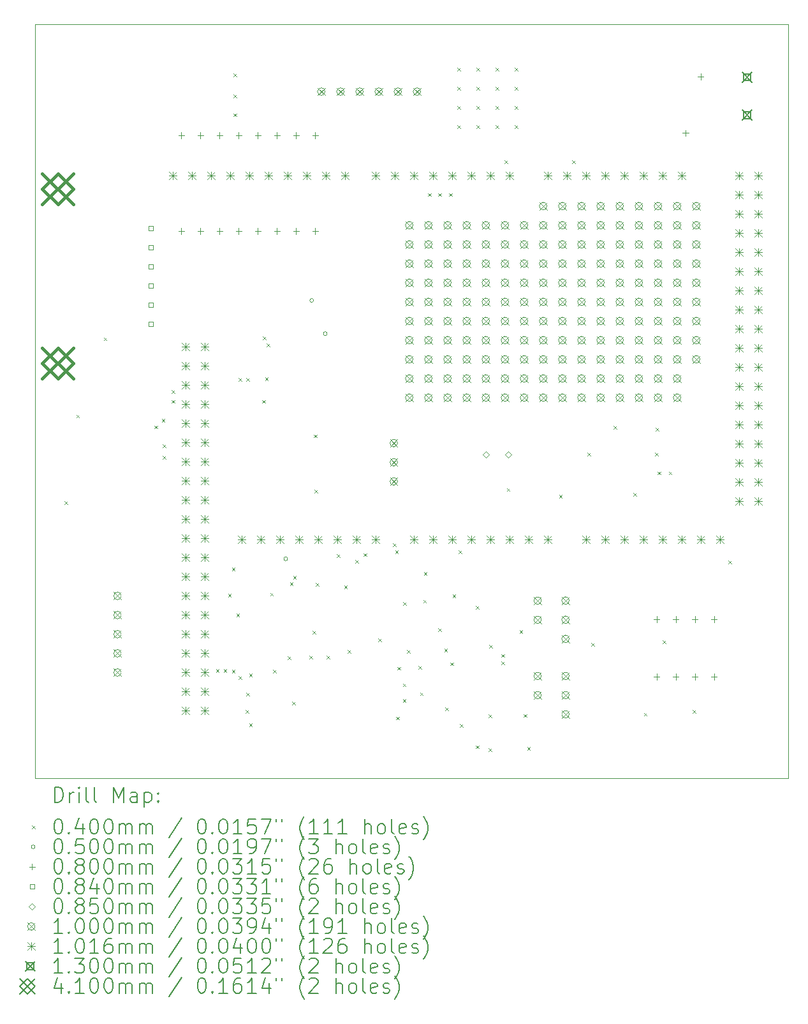
<source format=gbr>
%TF.GenerationSoftware,KiCad,Pcbnew,7.0.7*%
%TF.CreationDate,2024-01-30T18:09:50+01:00*%
%TF.ProjectId,v0.4.4c,76302e34-2e34-4632-9e6b-696361645f70,4c*%
%TF.SameCoordinates,Original*%
%TF.FileFunction,Drillmap*%
%TF.FilePolarity,Positive*%
%FSLAX45Y45*%
G04 Gerber Fmt 4.5, Leading zero omitted, Abs format (unit mm)*
G04 Created by KiCad (PCBNEW 7.0.7) date 2024-01-30 18:09:50*
%MOMM*%
%LPD*%
G01*
G04 APERTURE LIST*
%ADD10C,0.050000*%
%ADD11C,0.200000*%
%ADD12C,0.040000*%
%ADD13C,0.080000*%
%ADD14C,0.084000*%
%ADD15C,0.085000*%
%ADD16C,0.100000*%
%ADD17C,0.101600*%
%ADD18C,0.130000*%
%ADD19C,0.410000*%
G04 APERTURE END LIST*
D10*
X21050000Y-3700000D02*
X21050000Y-13700000D01*
X11050000Y-3700000D02*
X21050000Y-3700000D01*
X11050000Y-13700000D02*
X11050000Y-3700000D01*
X11050000Y-13700000D02*
X21050000Y-13700000D01*
D11*
D12*
X11440000Y-10022500D02*
X11480000Y-10062500D01*
X11480000Y-10022500D02*
X11440000Y-10062500D01*
X11595000Y-8875000D02*
X11635000Y-8915000D01*
X11635000Y-8875000D02*
X11595000Y-8915000D01*
X11960000Y-7850000D02*
X12000000Y-7890000D01*
X12000000Y-7850000D02*
X11960000Y-7890000D01*
X12630000Y-9020000D02*
X12670000Y-9060000D01*
X12670000Y-9020000D02*
X12630000Y-9060000D01*
X12730000Y-8930000D02*
X12770000Y-8970000D01*
X12770000Y-8930000D02*
X12730000Y-8970000D01*
X12740000Y-9270000D02*
X12780000Y-9310000D01*
X12780000Y-9270000D02*
X12740000Y-9310000D01*
X12740000Y-9420000D02*
X12780000Y-9460000D01*
X12780000Y-9420000D02*
X12740000Y-9460000D01*
X12860000Y-8550000D02*
X12900000Y-8590000D01*
X12900000Y-8550000D02*
X12860000Y-8590000D01*
X12860000Y-8680000D02*
X12900000Y-8720000D01*
X12900000Y-8680000D02*
X12860000Y-8720000D01*
X13450000Y-12250000D02*
X13490000Y-12290000D01*
X13490000Y-12250000D02*
X13450000Y-12290000D01*
X13550000Y-12250000D02*
X13590000Y-12290000D01*
X13590000Y-12250000D02*
X13550000Y-12290000D01*
X13610000Y-11250000D02*
X13650000Y-11290000D01*
X13650000Y-11250000D02*
X13610000Y-11290000D01*
X13660000Y-10905000D02*
X13700000Y-10945000D01*
X13700000Y-10905000D02*
X13660000Y-10945000D01*
X13660000Y-12260000D02*
X13700000Y-12300000D01*
X13700000Y-12260000D02*
X13660000Y-12300000D01*
X13683300Y-4348800D02*
X13723300Y-4388800D01*
X13723300Y-4348800D02*
X13683300Y-4388800D01*
X13683300Y-4630000D02*
X13723300Y-4670000D01*
X13723300Y-4630000D02*
X13683300Y-4670000D01*
X13683300Y-4880000D02*
X13723300Y-4920000D01*
X13723300Y-4880000D02*
X13683300Y-4920000D01*
X13720000Y-11510000D02*
X13760000Y-11550000D01*
X13760000Y-11510000D02*
X13720000Y-11550000D01*
X13746800Y-8387400D02*
X13786800Y-8427400D01*
X13786800Y-8387400D02*
X13746800Y-8427400D01*
X13750000Y-12340000D02*
X13790000Y-12380000D01*
X13790000Y-12340000D02*
X13750000Y-12380000D01*
X13840000Y-12790000D02*
X13880000Y-12830000D01*
X13880000Y-12790000D02*
X13840000Y-12830000D01*
X13848400Y-8387400D02*
X13888400Y-8427400D01*
X13888400Y-8387400D02*
X13848400Y-8427400D01*
X13850000Y-12560000D02*
X13890000Y-12600000D01*
X13890000Y-12560000D02*
X13850000Y-12600000D01*
X13890000Y-12310000D02*
X13930000Y-12350000D01*
X13930000Y-12310000D02*
X13890000Y-12350000D01*
X13890000Y-12970000D02*
X13930000Y-13010000D01*
X13930000Y-12970000D02*
X13890000Y-13010000D01*
X14064300Y-8679500D02*
X14104300Y-8719500D01*
X14104300Y-8679500D02*
X14064300Y-8719500D01*
X14070000Y-7840000D02*
X14110000Y-7880000D01*
X14110000Y-7840000D02*
X14070000Y-7880000D01*
X14100000Y-8380000D02*
X14140000Y-8420000D01*
X14140000Y-8380000D02*
X14100000Y-8420000D01*
X14120000Y-7930000D02*
X14160000Y-7970000D01*
X14160000Y-7930000D02*
X14120000Y-7970000D01*
X14169952Y-11237443D02*
X14209952Y-11277443D01*
X14209952Y-11237443D02*
X14169952Y-11277443D01*
X14210000Y-12260000D02*
X14250000Y-12300000D01*
X14250000Y-12260000D02*
X14210000Y-12300000D01*
X14400000Y-12080000D02*
X14440000Y-12120000D01*
X14440000Y-12080000D02*
X14400000Y-12120000D01*
X14430546Y-11099998D02*
X14470546Y-11139998D01*
X14470546Y-11099998D02*
X14430546Y-11139998D01*
X14458000Y-12680000D02*
X14498000Y-12720000D01*
X14498000Y-12680000D02*
X14458000Y-12720000D01*
X14474775Y-11010309D02*
X14514775Y-11050309D01*
X14514775Y-11010309D02*
X14474775Y-11050309D01*
X14686600Y-12070400D02*
X14726600Y-12110400D01*
X14726600Y-12070400D02*
X14686600Y-12110400D01*
X14730874Y-11740200D02*
X14770874Y-11780200D01*
X14770874Y-11740200D02*
X14730874Y-11780200D01*
X14750100Y-9136700D02*
X14790100Y-9176700D01*
X14790100Y-9136700D02*
X14750100Y-9176700D01*
X14760000Y-9870000D02*
X14800000Y-9910000D01*
X14800000Y-9870000D02*
X14760000Y-9910000D01*
X14772982Y-11108956D02*
X14812982Y-11148956D01*
X14812982Y-11108956D02*
X14772982Y-11148956D01*
X14915200Y-12070400D02*
X14955200Y-12110400D01*
X14955200Y-12070400D02*
X14915200Y-12110400D01*
X15054900Y-10724200D02*
X15094900Y-10764200D01*
X15094900Y-10724200D02*
X15054900Y-10764200D01*
X15151286Y-11139993D02*
X15191286Y-11179993D01*
X15191286Y-11139993D02*
X15151286Y-11179993D01*
X15194600Y-11994200D02*
X15234600Y-12034200D01*
X15234600Y-11994200D02*
X15194600Y-12034200D01*
X15300000Y-10800000D02*
X15340000Y-10840000D01*
X15340000Y-10800000D02*
X15300000Y-10840000D01*
X15410444Y-10711479D02*
X15450444Y-10751479D01*
X15450444Y-10711479D02*
X15410444Y-10751479D01*
X15601000Y-11841800D02*
X15641000Y-11881800D01*
X15641000Y-11841800D02*
X15601000Y-11881800D01*
X15795998Y-10581597D02*
X15835998Y-10621597D01*
X15835998Y-10581597D02*
X15795998Y-10621597D01*
X15827516Y-10676501D02*
X15867516Y-10716501D01*
X15867516Y-10676501D02*
X15827516Y-10716501D01*
X15840000Y-12880000D02*
X15880000Y-12920000D01*
X15880000Y-12880000D02*
X15840000Y-12920000D01*
X15860000Y-12220000D02*
X15900000Y-12260000D01*
X15900000Y-12220000D02*
X15860000Y-12260000D01*
X15930000Y-12440000D02*
X15970000Y-12480000D01*
X15970000Y-12440000D02*
X15930000Y-12480000D01*
X15930000Y-12650000D02*
X15970000Y-12690000D01*
X15970000Y-12650000D02*
X15930000Y-12690000D01*
X15931200Y-11359200D02*
X15971200Y-11399200D01*
X15971200Y-11359200D02*
X15931200Y-11399200D01*
X15987500Y-11994200D02*
X16027500Y-12034200D01*
X16027500Y-11994200D02*
X15987500Y-12034200D01*
X16140000Y-12210000D02*
X16180000Y-12250000D01*
X16180000Y-12210000D02*
X16140000Y-12250000D01*
X16159250Y-12559250D02*
X16199250Y-12599250D01*
X16199250Y-12559250D02*
X16159250Y-12599250D01*
X16200000Y-11330000D02*
X16240000Y-11370000D01*
X16240000Y-11330000D02*
X16200000Y-11370000D01*
X16210000Y-10960000D02*
X16250000Y-11000000D01*
X16250000Y-10960000D02*
X16210000Y-11000000D01*
X16261400Y-5936300D02*
X16301400Y-5976300D01*
X16301400Y-5936300D02*
X16261400Y-5976300D01*
X16400000Y-11710000D02*
X16440000Y-11750000D01*
X16440000Y-11710000D02*
X16400000Y-11750000D01*
X16401100Y-5936300D02*
X16441100Y-5976300D01*
X16441100Y-5936300D02*
X16401100Y-5976300D01*
X16480000Y-11980000D02*
X16520000Y-12020000D01*
X16520000Y-11980000D02*
X16480000Y-12020000D01*
X16490000Y-12760000D02*
X16530000Y-12800000D01*
X16530000Y-12760000D02*
X16490000Y-12800000D01*
X16540800Y-5936300D02*
X16580800Y-5976300D01*
X16580800Y-5936300D02*
X16540800Y-5976300D01*
X16560000Y-12160000D02*
X16600000Y-12200000D01*
X16600000Y-12160000D02*
X16560000Y-12200000D01*
X16591135Y-11257135D02*
X16631135Y-11297135D01*
X16631135Y-11257135D02*
X16591135Y-11297135D01*
X16655000Y-4275000D02*
X16695000Y-4315000D01*
X16695000Y-4275000D02*
X16655000Y-4315000D01*
X16655000Y-4529000D02*
X16695000Y-4569000D01*
X16695000Y-4529000D02*
X16655000Y-4569000D01*
X16655000Y-4783000D02*
X16695000Y-4823000D01*
X16695000Y-4783000D02*
X16655000Y-4823000D01*
X16655000Y-5037000D02*
X16695000Y-5077000D01*
X16695000Y-5037000D02*
X16655000Y-5077000D01*
X16667800Y-10673400D02*
X16707800Y-10713400D01*
X16707800Y-10673400D02*
X16667800Y-10713400D01*
X16690000Y-12980000D02*
X16730000Y-13020000D01*
X16730000Y-12980000D02*
X16690000Y-13020000D01*
X16900000Y-11410000D02*
X16940000Y-11450000D01*
X16940000Y-11410000D02*
X16900000Y-11450000D01*
X16900000Y-13260000D02*
X16940000Y-13300000D01*
X16940000Y-13260000D02*
X16900000Y-13300000D01*
X16909000Y-4275000D02*
X16949000Y-4315000D01*
X16949000Y-4275000D02*
X16909000Y-4315000D01*
X16909000Y-4529000D02*
X16949000Y-4569000D01*
X16949000Y-4529000D02*
X16909000Y-4569000D01*
X16909000Y-4783000D02*
X16949000Y-4823000D01*
X16949000Y-4783000D02*
X16909000Y-4823000D01*
X16909000Y-5037000D02*
X16949000Y-5077000D01*
X16949000Y-5037000D02*
X16909000Y-5077000D01*
X17070000Y-12850000D02*
X17110000Y-12890000D01*
X17110000Y-12850000D02*
X17070000Y-12890000D01*
X17070000Y-13299999D02*
X17110000Y-13339999D01*
X17110000Y-13299999D02*
X17070000Y-13339999D01*
X17080000Y-11930000D02*
X17120000Y-11970000D01*
X17120000Y-11930000D02*
X17080000Y-11970000D01*
X17163000Y-4275000D02*
X17203000Y-4315000D01*
X17203000Y-4275000D02*
X17163000Y-4315000D01*
X17163000Y-4529000D02*
X17203000Y-4569000D01*
X17203000Y-4529000D02*
X17163000Y-4569000D01*
X17163000Y-4783000D02*
X17203000Y-4823000D01*
X17203000Y-4783000D02*
X17163000Y-4823000D01*
X17163000Y-5037000D02*
X17203000Y-5077000D01*
X17203000Y-5037000D02*
X17163000Y-5077000D01*
X17235264Y-12050111D02*
X17275264Y-12090111D01*
X17275264Y-12050111D02*
X17235264Y-12090111D01*
X17240000Y-12150000D02*
X17280000Y-12190000D01*
X17280000Y-12150000D02*
X17240000Y-12190000D01*
X17277400Y-5500000D02*
X17317400Y-5540000D01*
X17317400Y-5500000D02*
X17277400Y-5540000D01*
X17310000Y-9850000D02*
X17350000Y-9890000D01*
X17350000Y-9850000D02*
X17310000Y-9890000D01*
X17417000Y-4275000D02*
X17457000Y-4315000D01*
X17457000Y-4275000D02*
X17417000Y-4315000D01*
X17417000Y-4529000D02*
X17457000Y-4569000D01*
X17457000Y-4529000D02*
X17417000Y-4569000D01*
X17417000Y-4783000D02*
X17457000Y-4823000D01*
X17457000Y-4783000D02*
X17417000Y-4823000D01*
X17417000Y-5037000D02*
X17457000Y-5077000D01*
X17457000Y-5037000D02*
X17417000Y-5077000D01*
X17480000Y-11730000D02*
X17520000Y-11770000D01*
X17520000Y-11730000D02*
X17480000Y-11770000D01*
X17531400Y-12845100D02*
X17571400Y-12885100D01*
X17571400Y-12845100D02*
X17531400Y-12885100D01*
X17580000Y-13280000D02*
X17620000Y-13320000D01*
X17620000Y-13280000D02*
X17580000Y-13320000D01*
X18005155Y-9936800D02*
X18045155Y-9976800D01*
X18045155Y-9936800D02*
X18005155Y-9976800D01*
X18180000Y-5500000D02*
X18220000Y-5540000D01*
X18220000Y-5500000D02*
X18180000Y-5540000D01*
X18380000Y-9380000D02*
X18420000Y-9420000D01*
X18420000Y-9380000D02*
X18380000Y-9420000D01*
X18430000Y-11900000D02*
X18470000Y-11940000D01*
X18470000Y-11900000D02*
X18430000Y-11940000D01*
X18725200Y-9022400D02*
X18765200Y-9062400D01*
X18765200Y-9022400D02*
X18725200Y-9062400D01*
X18990000Y-9910000D02*
X19030000Y-9950000D01*
X19030000Y-9910000D02*
X18990000Y-9950000D01*
X19130000Y-12830000D02*
X19170000Y-12870000D01*
X19170000Y-12830000D02*
X19130000Y-12870000D01*
X19280000Y-9380000D02*
X19320000Y-9420000D01*
X19320000Y-9380000D02*
X19280000Y-9420000D01*
X19284000Y-9047800D02*
X19324000Y-9087800D01*
X19324000Y-9047800D02*
X19284000Y-9087800D01*
X19310000Y-9630000D02*
X19350000Y-9670000D01*
X19350000Y-9630000D02*
X19310000Y-9670000D01*
X19380000Y-11870000D02*
X19420000Y-11910000D01*
X19420000Y-11870000D02*
X19380000Y-11910000D01*
X19460000Y-9630000D02*
X19500000Y-9670000D01*
X19500000Y-9630000D02*
X19460000Y-9670000D01*
X19780000Y-12790000D02*
X19820000Y-12830000D01*
X19820000Y-12790000D02*
X19780000Y-12830000D01*
X20250000Y-10810000D02*
X20290000Y-10850000D01*
X20290000Y-10810000D02*
X20250000Y-10850000D01*
D10*
X14400264Y-10786605D02*
G75*
G03*
X14400264Y-10786605I-25000J0D01*
G01*
X14745000Y-7360000D02*
G75*
G03*
X14745000Y-7360000I-25000J0D01*
G01*
X14925000Y-7800000D02*
G75*
G03*
X14925000Y-7800000I-25000J0D01*
G01*
D13*
X12990000Y-5130000D02*
X12990000Y-5210000D01*
X12950000Y-5170000D02*
X13030000Y-5170000D01*
X12990000Y-6400000D02*
X12990000Y-6480000D01*
X12950000Y-6440000D02*
X13030000Y-6440000D01*
X13244000Y-5130000D02*
X13244000Y-5210000D01*
X13204000Y-5170000D02*
X13284000Y-5170000D01*
X13244000Y-6400000D02*
X13244000Y-6480000D01*
X13204000Y-6440000D02*
X13284000Y-6440000D01*
X13498000Y-5130000D02*
X13498000Y-5210000D01*
X13458000Y-5170000D02*
X13538000Y-5170000D01*
X13498000Y-6400000D02*
X13498000Y-6480000D01*
X13458000Y-6440000D02*
X13538000Y-6440000D01*
X13752000Y-5130000D02*
X13752000Y-5210000D01*
X13712000Y-5170000D02*
X13792000Y-5170000D01*
X13752000Y-6400000D02*
X13752000Y-6480000D01*
X13712000Y-6440000D02*
X13792000Y-6440000D01*
X14006000Y-5130000D02*
X14006000Y-5210000D01*
X13966000Y-5170000D02*
X14046000Y-5170000D01*
X14006000Y-6400000D02*
X14006000Y-6480000D01*
X13966000Y-6440000D02*
X14046000Y-6440000D01*
X14260000Y-5130000D02*
X14260000Y-5210000D01*
X14220000Y-5170000D02*
X14300000Y-5170000D01*
X14260000Y-6400000D02*
X14260000Y-6480000D01*
X14220000Y-6440000D02*
X14300000Y-6440000D01*
X14514000Y-5130000D02*
X14514000Y-5210000D01*
X14474000Y-5170000D02*
X14554000Y-5170000D01*
X14514000Y-6400000D02*
X14514000Y-6480000D01*
X14474000Y-6440000D02*
X14554000Y-6440000D01*
X14768000Y-5130000D02*
X14768000Y-5210000D01*
X14728000Y-5170000D02*
X14808000Y-5170000D01*
X14768000Y-6400000D02*
X14768000Y-6480000D01*
X14728000Y-6440000D02*
X14808000Y-6440000D01*
X19300000Y-11548000D02*
X19300000Y-11628000D01*
X19260000Y-11588000D02*
X19340000Y-11588000D01*
X19300000Y-12310000D02*
X19300000Y-12390000D01*
X19260000Y-12350000D02*
X19340000Y-12350000D01*
X19554000Y-11548000D02*
X19554000Y-11628000D01*
X19514000Y-11588000D02*
X19594000Y-11588000D01*
X19554000Y-12310000D02*
X19554000Y-12390000D01*
X19514000Y-12350000D02*
X19594000Y-12350000D01*
X19685000Y-5100000D02*
X19685000Y-5180000D01*
X19645000Y-5140000D02*
X19725000Y-5140000D01*
X19808000Y-11548000D02*
X19808000Y-11628000D01*
X19768000Y-11588000D02*
X19848000Y-11588000D01*
X19808000Y-12310000D02*
X19808000Y-12390000D01*
X19768000Y-12350000D02*
X19848000Y-12350000D01*
X19885000Y-4350000D02*
X19885000Y-4430000D01*
X19845000Y-4390000D02*
X19925000Y-4390000D01*
X20062000Y-11548000D02*
X20062000Y-11628000D01*
X20022000Y-11588000D02*
X20102000Y-11588000D01*
X20062000Y-12310000D02*
X20062000Y-12390000D01*
X20022000Y-12350000D02*
X20102000Y-12350000D01*
D14*
X12611699Y-6429699D02*
X12611699Y-6370301D01*
X12552301Y-6370301D01*
X12552301Y-6429699D01*
X12611699Y-6429699D01*
X12611699Y-6683699D02*
X12611699Y-6624301D01*
X12552301Y-6624301D01*
X12552301Y-6683699D01*
X12611699Y-6683699D01*
X12611699Y-6937699D02*
X12611699Y-6878301D01*
X12552301Y-6878301D01*
X12552301Y-6937699D01*
X12611699Y-6937699D01*
X12611699Y-7191699D02*
X12611699Y-7132301D01*
X12552301Y-7132301D01*
X12552301Y-7191699D01*
X12611699Y-7191699D01*
X12611699Y-7445699D02*
X12611699Y-7386301D01*
X12552301Y-7386301D01*
X12552301Y-7445699D01*
X12611699Y-7445699D01*
X12611699Y-7699699D02*
X12611699Y-7640301D01*
X12552301Y-7640301D01*
X12552301Y-7699699D01*
X12611699Y-7699699D01*
D15*
X17030000Y-9442500D02*
X17072500Y-9400000D01*
X17030000Y-9357500D01*
X16987500Y-9400000D01*
X17030000Y-9442500D01*
X17330000Y-9442500D02*
X17372500Y-9400000D01*
X17330000Y-9357500D01*
X17287500Y-9400000D01*
X17330000Y-9442500D01*
D16*
X12091200Y-11227600D02*
X12191200Y-11327600D01*
X12191200Y-11227600D02*
X12091200Y-11327600D01*
X12191200Y-11277600D02*
G75*
G03*
X12191200Y-11277600I-50000J0D01*
G01*
X12091200Y-11481600D02*
X12191200Y-11581600D01*
X12191200Y-11481600D02*
X12091200Y-11581600D01*
X12191200Y-11531600D02*
G75*
G03*
X12191200Y-11531600I-50000J0D01*
G01*
X12091200Y-11735600D02*
X12191200Y-11835600D01*
X12191200Y-11735600D02*
X12091200Y-11835600D01*
X12191200Y-11785600D02*
G75*
G03*
X12191200Y-11785600I-50000J0D01*
G01*
X12091200Y-11989600D02*
X12191200Y-12089600D01*
X12191200Y-11989600D02*
X12091200Y-12089600D01*
X12191200Y-12039600D02*
G75*
G03*
X12191200Y-12039600I-50000J0D01*
G01*
X12091200Y-12243600D02*
X12191200Y-12343600D01*
X12191200Y-12243600D02*
X12091200Y-12343600D01*
X12191200Y-12293600D02*
G75*
G03*
X12191200Y-12293600I-50000J0D01*
G01*
X14798000Y-4540000D02*
X14898000Y-4640000D01*
X14898000Y-4540000D02*
X14798000Y-4640000D01*
X14898000Y-4590000D02*
G75*
G03*
X14898000Y-4590000I-50000J0D01*
G01*
X15052000Y-4540000D02*
X15152000Y-4640000D01*
X15152000Y-4540000D02*
X15052000Y-4640000D01*
X15152000Y-4590000D02*
G75*
G03*
X15152000Y-4590000I-50000J0D01*
G01*
X15306000Y-4540000D02*
X15406000Y-4640000D01*
X15406000Y-4540000D02*
X15306000Y-4640000D01*
X15406000Y-4590000D02*
G75*
G03*
X15406000Y-4590000I-50000J0D01*
G01*
X15560000Y-4540000D02*
X15660000Y-4640000D01*
X15660000Y-4540000D02*
X15560000Y-4640000D01*
X15660000Y-4590000D02*
G75*
G03*
X15660000Y-4590000I-50000J0D01*
G01*
X15760000Y-9202000D02*
X15860000Y-9302000D01*
X15860000Y-9202000D02*
X15760000Y-9302000D01*
X15860000Y-9252000D02*
G75*
G03*
X15860000Y-9252000I-50000J0D01*
G01*
X15760000Y-9456000D02*
X15860000Y-9556000D01*
X15860000Y-9456000D02*
X15760000Y-9556000D01*
X15860000Y-9506000D02*
G75*
G03*
X15860000Y-9506000I-50000J0D01*
G01*
X15760000Y-9710000D02*
X15860000Y-9810000D01*
X15860000Y-9710000D02*
X15760000Y-9810000D01*
X15860000Y-9760000D02*
G75*
G03*
X15860000Y-9760000I-50000J0D01*
G01*
X15814000Y-4540000D02*
X15914000Y-4640000D01*
X15914000Y-4540000D02*
X15814000Y-4640000D01*
X15914000Y-4590000D02*
G75*
G03*
X15914000Y-4590000I-50000J0D01*
G01*
X15965500Y-6312000D02*
X16065500Y-6412000D01*
X16065500Y-6312000D02*
X15965500Y-6412000D01*
X16065500Y-6362000D02*
G75*
G03*
X16065500Y-6362000I-50000J0D01*
G01*
X15965500Y-6566000D02*
X16065500Y-6666000D01*
X16065500Y-6566000D02*
X15965500Y-6666000D01*
X16065500Y-6616000D02*
G75*
G03*
X16065500Y-6616000I-50000J0D01*
G01*
X15965500Y-6820000D02*
X16065500Y-6920000D01*
X16065500Y-6820000D02*
X15965500Y-6920000D01*
X16065500Y-6870000D02*
G75*
G03*
X16065500Y-6870000I-50000J0D01*
G01*
X15965500Y-7074000D02*
X16065500Y-7174000D01*
X16065500Y-7074000D02*
X15965500Y-7174000D01*
X16065500Y-7124000D02*
G75*
G03*
X16065500Y-7124000I-50000J0D01*
G01*
X15965500Y-7328000D02*
X16065500Y-7428000D01*
X16065500Y-7328000D02*
X15965500Y-7428000D01*
X16065500Y-7378000D02*
G75*
G03*
X16065500Y-7378000I-50000J0D01*
G01*
X15965500Y-7582000D02*
X16065500Y-7682000D01*
X16065500Y-7582000D02*
X15965500Y-7682000D01*
X16065500Y-7632000D02*
G75*
G03*
X16065500Y-7632000I-50000J0D01*
G01*
X15965500Y-7836000D02*
X16065500Y-7936000D01*
X16065500Y-7836000D02*
X15965500Y-7936000D01*
X16065500Y-7886000D02*
G75*
G03*
X16065500Y-7886000I-50000J0D01*
G01*
X15965500Y-8090000D02*
X16065500Y-8190000D01*
X16065500Y-8090000D02*
X15965500Y-8190000D01*
X16065500Y-8140000D02*
G75*
G03*
X16065500Y-8140000I-50000J0D01*
G01*
X15965500Y-8344000D02*
X16065500Y-8444000D01*
X16065500Y-8344000D02*
X15965500Y-8444000D01*
X16065500Y-8394000D02*
G75*
G03*
X16065500Y-8394000I-50000J0D01*
G01*
X15965500Y-8598000D02*
X16065500Y-8698000D01*
X16065500Y-8598000D02*
X15965500Y-8698000D01*
X16065500Y-8648000D02*
G75*
G03*
X16065500Y-8648000I-50000J0D01*
G01*
X16068000Y-4540000D02*
X16168000Y-4640000D01*
X16168000Y-4540000D02*
X16068000Y-4640000D01*
X16168000Y-4590000D02*
G75*
G03*
X16168000Y-4590000I-50000J0D01*
G01*
X16219500Y-6312000D02*
X16319500Y-6412000D01*
X16319500Y-6312000D02*
X16219500Y-6412000D01*
X16319500Y-6362000D02*
G75*
G03*
X16319500Y-6362000I-50000J0D01*
G01*
X16219500Y-6566000D02*
X16319500Y-6666000D01*
X16319500Y-6566000D02*
X16219500Y-6666000D01*
X16319500Y-6616000D02*
G75*
G03*
X16319500Y-6616000I-50000J0D01*
G01*
X16219500Y-6820000D02*
X16319500Y-6920000D01*
X16319500Y-6820000D02*
X16219500Y-6920000D01*
X16319500Y-6870000D02*
G75*
G03*
X16319500Y-6870000I-50000J0D01*
G01*
X16219500Y-7074000D02*
X16319500Y-7174000D01*
X16319500Y-7074000D02*
X16219500Y-7174000D01*
X16319500Y-7124000D02*
G75*
G03*
X16319500Y-7124000I-50000J0D01*
G01*
X16219500Y-7328000D02*
X16319500Y-7428000D01*
X16319500Y-7328000D02*
X16219500Y-7428000D01*
X16319500Y-7378000D02*
G75*
G03*
X16319500Y-7378000I-50000J0D01*
G01*
X16219500Y-7582000D02*
X16319500Y-7682000D01*
X16319500Y-7582000D02*
X16219500Y-7682000D01*
X16319500Y-7632000D02*
G75*
G03*
X16319500Y-7632000I-50000J0D01*
G01*
X16219500Y-7836000D02*
X16319500Y-7936000D01*
X16319500Y-7836000D02*
X16219500Y-7936000D01*
X16319500Y-7886000D02*
G75*
G03*
X16319500Y-7886000I-50000J0D01*
G01*
X16219500Y-8090000D02*
X16319500Y-8190000D01*
X16319500Y-8090000D02*
X16219500Y-8190000D01*
X16319500Y-8140000D02*
G75*
G03*
X16319500Y-8140000I-50000J0D01*
G01*
X16219500Y-8344000D02*
X16319500Y-8444000D01*
X16319500Y-8344000D02*
X16219500Y-8444000D01*
X16319500Y-8394000D02*
G75*
G03*
X16319500Y-8394000I-50000J0D01*
G01*
X16219500Y-8598000D02*
X16319500Y-8698000D01*
X16319500Y-8598000D02*
X16219500Y-8698000D01*
X16319500Y-8648000D02*
G75*
G03*
X16319500Y-8648000I-50000J0D01*
G01*
X16473500Y-6312000D02*
X16573500Y-6412000D01*
X16573500Y-6312000D02*
X16473500Y-6412000D01*
X16573500Y-6362000D02*
G75*
G03*
X16573500Y-6362000I-50000J0D01*
G01*
X16473500Y-6566000D02*
X16573500Y-6666000D01*
X16573500Y-6566000D02*
X16473500Y-6666000D01*
X16573500Y-6616000D02*
G75*
G03*
X16573500Y-6616000I-50000J0D01*
G01*
X16473500Y-6820000D02*
X16573500Y-6920000D01*
X16573500Y-6820000D02*
X16473500Y-6920000D01*
X16573500Y-6870000D02*
G75*
G03*
X16573500Y-6870000I-50000J0D01*
G01*
X16473500Y-7074000D02*
X16573500Y-7174000D01*
X16573500Y-7074000D02*
X16473500Y-7174000D01*
X16573500Y-7124000D02*
G75*
G03*
X16573500Y-7124000I-50000J0D01*
G01*
X16473500Y-7328000D02*
X16573500Y-7428000D01*
X16573500Y-7328000D02*
X16473500Y-7428000D01*
X16573500Y-7378000D02*
G75*
G03*
X16573500Y-7378000I-50000J0D01*
G01*
X16473500Y-7582000D02*
X16573500Y-7682000D01*
X16573500Y-7582000D02*
X16473500Y-7682000D01*
X16573500Y-7632000D02*
G75*
G03*
X16573500Y-7632000I-50000J0D01*
G01*
X16473500Y-7836000D02*
X16573500Y-7936000D01*
X16573500Y-7836000D02*
X16473500Y-7936000D01*
X16573500Y-7886000D02*
G75*
G03*
X16573500Y-7886000I-50000J0D01*
G01*
X16473500Y-8090000D02*
X16573500Y-8190000D01*
X16573500Y-8090000D02*
X16473500Y-8190000D01*
X16573500Y-8140000D02*
G75*
G03*
X16573500Y-8140000I-50000J0D01*
G01*
X16473500Y-8344000D02*
X16573500Y-8444000D01*
X16573500Y-8344000D02*
X16473500Y-8444000D01*
X16573500Y-8394000D02*
G75*
G03*
X16573500Y-8394000I-50000J0D01*
G01*
X16473500Y-8598000D02*
X16573500Y-8698000D01*
X16573500Y-8598000D02*
X16473500Y-8698000D01*
X16573500Y-8648000D02*
G75*
G03*
X16573500Y-8648000I-50000J0D01*
G01*
X16727500Y-6312000D02*
X16827500Y-6412000D01*
X16827500Y-6312000D02*
X16727500Y-6412000D01*
X16827500Y-6362000D02*
G75*
G03*
X16827500Y-6362000I-50000J0D01*
G01*
X16727500Y-6566000D02*
X16827500Y-6666000D01*
X16827500Y-6566000D02*
X16727500Y-6666000D01*
X16827500Y-6616000D02*
G75*
G03*
X16827500Y-6616000I-50000J0D01*
G01*
X16727500Y-6820000D02*
X16827500Y-6920000D01*
X16827500Y-6820000D02*
X16727500Y-6920000D01*
X16827500Y-6870000D02*
G75*
G03*
X16827500Y-6870000I-50000J0D01*
G01*
X16727500Y-7074000D02*
X16827500Y-7174000D01*
X16827500Y-7074000D02*
X16727500Y-7174000D01*
X16827500Y-7124000D02*
G75*
G03*
X16827500Y-7124000I-50000J0D01*
G01*
X16727500Y-7328000D02*
X16827500Y-7428000D01*
X16827500Y-7328000D02*
X16727500Y-7428000D01*
X16827500Y-7378000D02*
G75*
G03*
X16827500Y-7378000I-50000J0D01*
G01*
X16727500Y-7582000D02*
X16827500Y-7682000D01*
X16827500Y-7582000D02*
X16727500Y-7682000D01*
X16827500Y-7632000D02*
G75*
G03*
X16827500Y-7632000I-50000J0D01*
G01*
X16727500Y-7836000D02*
X16827500Y-7936000D01*
X16827500Y-7836000D02*
X16727500Y-7936000D01*
X16827500Y-7886000D02*
G75*
G03*
X16827500Y-7886000I-50000J0D01*
G01*
X16727500Y-8090000D02*
X16827500Y-8190000D01*
X16827500Y-8090000D02*
X16727500Y-8190000D01*
X16827500Y-8140000D02*
G75*
G03*
X16827500Y-8140000I-50000J0D01*
G01*
X16727500Y-8344000D02*
X16827500Y-8444000D01*
X16827500Y-8344000D02*
X16727500Y-8444000D01*
X16827500Y-8394000D02*
G75*
G03*
X16827500Y-8394000I-50000J0D01*
G01*
X16727500Y-8598000D02*
X16827500Y-8698000D01*
X16827500Y-8598000D02*
X16727500Y-8698000D01*
X16827500Y-8648000D02*
G75*
G03*
X16827500Y-8648000I-50000J0D01*
G01*
X16981500Y-6312000D02*
X17081500Y-6412000D01*
X17081500Y-6312000D02*
X16981500Y-6412000D01*
X17081500Y-6362000D02*
G75*
G03*
X17081500Y-6362000I-50000J0D01*
G01*
X16981500Y-6566000D02*
X17081500Y-6666000D01*
X17081500Y-6566000D02*
X16981500Y-6666000D01*
X17081500Y-6616000D02*
G75*
G03*
X17081500Y-6616000I-50000J0D01*
G01*
X16981500Y-6820000D02*
X17081500Y-6920000D01*
X17081500Y-6820000D02*
X16981500Y-6920000D01*
X17081500Y-6870000D02*
G75*
G03*
X17081500Y-6870000I-50000J0D01*
G01*
X16981500Y-7074000D02*
X17081500Y-7174000D01*
X17081500Y-7074000D02*
X16981500Y-7174000D01*
X17081500Y-7124000D02*
G75*
G03*
X17081500Y-7124000I-50000J0D01*
G01*
X16981500Y-7328000D02*
X17081500Y-7428000D01*
X17081500Y-7328000D02*
X16981500Y-7428000D01*
X17081500Y-7378000D02*
G75*
G03*
X17081500Y-7378000I-50000J0D01*
G01*
X16981500Y-7582000D02*
X17081500Y-7682000D01*
X17081500Y-7582000D02*
X16981500Y-7682000D01*
X17081500Y-7632000D02*
G75*
G03*
X17081500Y-7632000I-50000J0D01*
G01*
X16981500Y-7836000D02*
X17081500Y-7936000D01*
X17081500Y-7836000D02*
X16981500Y-7936000D01*
X17081500Y-7886000D02*
G75*
G03*
X17081500Y-7886000I-50000J0D01*
G01*
X16981500Y-8090000D02*
X17081500Y-8190000D01*
X17081500Y-8090000D02*
X16981500Y-8190000D01*
X17081500Y-8140000D02*
G75*
G03*
X17081500Y-8140000I-50000J0D01*
G01*
X16981500Y-8344000D02*
X17081500Y-8444000D01*
X17081500Y-8344000D02*
X16981500Y-8444000D01*
X17081500Y-8394000D02*
G75*
G03*
X17081500Y-8394000I-50000J0D01*
G01*
X16981500Y-8598000D02*
X17081500Y-8698000D01*
X17081500Y-8598000D02*
X16981500Y-8698000D01*
X17081500Y-8648000D02*
G75*
G03*
X17081500Y-8648000I-50000J0D01*
G01*
X17235500Y-6312000D02*
X17335500Y-6412000D01*
X17335500Y-6312000D02*
X17235500Y-6412000D01*
X17335500Y-6362000D02*
G75*
G03*
X17335500Y-6362000I-50000J0D01*
G01*
X17235500Y-6566000D02*
X17335500Y-6666000D01*
X17335500Y-6566000D02*
X17235500Y-6666000D01*
X17335500Y-6616000D02*
G75*
G03*
X17335500Y-6616000I-50000J0D01*
G01*
X17235500Y-6820000D02*
X17335500Y-6920000D01*
X17335500Y-6820000D02*
X17235500Y-6920000D01*
X17335500Y-6870000D02*
G75*
G03*
X17335500Y-6870000I-50000J0D01*
G01*
X17235500Y-7074000D02*
X17335500Y-7174000D01*
X17335500Y-7074000D02*
X17235500Y-7174000D01*
X17335500Y-7124000D02*
G75*
G03*
X17335500Y-7124000I-50000J0D01*
G01*
X17235500Y-7328000D02*
X17335500Y-7428000D01*
X17335500Y-7328000D02*
X17235500Y-7428000D01*
X17335500Y-7378000D02*
G75*
G03*
X17335500Y-7378000I-50000J0D01*
G01*
X17235500Y-7582000D02*
X17335500Y-7682000D01*
X17335500Y-7582000D02*
X17235500Y-7682000D01*
X17335500Y-7632000D02*
G75*
G03*
X17335500Y-7632000I-50000J0D01*
G01*
X17235500Y-7836000D02*
X17335500Y-7936000D01*
X17335500Y-7836000D02*
X17235500Y-7936000D01*
X17335500Y-7886000D02*
G75*
G03*
X17335500Y-7886000I-50000J0D01*
G01*
X17235500Y-8090000D02*
X17335500Y-8190000D01*
X17335500Y-8090000D02*
X17235500Y-8190000D01*
X17335500Y-8140000D02*
G75*
G03*
X17335500Y-8140000I-50000J0D01*
G01*
X17235500Y-8344000D02*
X17335500Y-8444000D01*
X17335500Y-8344000D02*
X17235500Y-8444000D01*
X17335500Y-8394000D02*
G75*
G03*
X17335500Y-8394000I-50000J0D01*
G01*
X17235500Y-8598000D02*
X17335500Y-8698000D01*
X17335500Y-8598000D02*
X17235500Y-8698000D01*
X17335500Y-8648000D02*
G75*
G03*
X17335500Y-8648000I-50000J0D01*
G01*
X17489500Y-6312000D02*
X17589500Y-6412000D01*
X17589500Y-6312000D02*
X17489500Y-6412000D01*
X17589500Y-6362000D02*
G75*
G03*
X17589500Y-6362000I-50000J0D01*
G01*
X17489500Y-6566000D02*
X17589500Y-6666000D01*
X17589500Y-6566000D02*
X17489500Y-6666000D01*
X17589500Y-6616000D02*
G75*
G03*
X17589500Y-6616000I-50000J0D01*
G01*
X17489500Y-6820000D02*
X17589500Y-6920000D01*
X17589500Y-6820000D02*
X17489500Y-6920000D01*
X17589500Y-6870000D02*
G75*
G03*
X17589500Y-6870000I-50000J0D01*
G01*
X17489500Y-7074000D02*
X17589500Y-7174000D01*
X17589500Y-7074000D02*
X17489500Y-7174000D01*
X17589500Y-7124000D02*
G75*
G03*
X17589500Y-7124000I-50000J0D01*
G01*
X17489500Y-7328000D02*
X17589500Y-7428000D01*
X17589500Y-7328000D02*
X17489500Y-7428000D01*
X17589500Y-7378000D02*
G75*
G03*
X17589500Y-7378000I-50000J0D01*
G01*
X17489500Y-7582000D02*
X17589500Y-7682000D01*
X17589500Y-7582000D02*
X17489500Y-7682000D01*
X17589500Y-7632000D02*
G75*
G03*
X17589500Y-7632000I-50000J0D01*
G01*
X17489500Y-7836000D02*
X17589500Y-7936000D01*
X17589500Y-7836000D02*
X17489500Y-7936000D01*
X17589500Y-7886000D02*
G75*
G03*
X17589500Y-7886000I-50000J0D01*
G01*
X17489500Y-8090000D02*
X17589500Y-8190000D01*
X17589500Y-8090000D02*
X17489500Y-8190000D01*
X17589500Y-8140000D02*
G75*
G03*
X17589500Y-8140000I-50000J0D01*
G01*
X17489500Y-8344000D02*
X17589500Y-8444000D01*
X17589500Y-8344000D02*
X17489500Y-8444000D01*
X17589500Y-8394000D02*
G75*
G03*
X17589500Y-8394000I-50000J0D01*
G01*
X17489500Y-8598000D02*
X17589500Y-8698000D01*
X17589500Y-8598000D02*
X17489500Y-8698000D01*
X17589500Y-8648000D02*
G75*
G03*
X17589500Y-8648000I-50000J0D01*
G01*
X17670000Y-11290000D02*
X17770000Y-11390000D01*
X17770000Y-11290000D02*
X17670000Y-11390000D01*
X17770000Y-11340000D02*
G75*
G03*
X17770000Y-11340000I-50000J0D01*
G01*
X17670000Y-11544000D02*
X17770000Y-11644000D01*
X17770000Y-11544000D02*
X17670000Y-11644000D01*
X17770000Y-11594000D02*
G75*
G03*
X17770000Y-11594000I-50000J0D01*
G01*
X17670000Y-12290000D02*
X17770000Y-12390000D01*
X17770000Y-12290000D02*
X17670000Y-12390000D01*
X17770000Y-12340000D02*
G75*
G03*
X17770000Y-12340000I-50000J0D01*
G01*
X17670000Y-12544000D02*
X17770000Y-12644000D01*
X17770000Y-12544000D02*
X17670000Y-12644000D01*
X17770000Y-12594000D02*
G75*
G03*
X17770000Y-12594000I-50000J0D01*
G01*
X17743500Y-6058000D02*
X17843500Y-6158000D01*
X17843500Y-6058000D02*
X17743500Y-6158000D01*
X17843500Y-6108000D02*
G75*
G03*
X17843500Y-6108000I-50000J0D01*
G01*
X17743500Y-6312000D02*
X17843500Y-6412000D01*
X17843500Y-6312000D02*
X17743500Y-6412000D01*
X17843500Y-6362000D02*
G75*
G03*
X17843500Y-6362000I-50000J0D01*
G01*
X17743500Y-6566000D02*
X17843500Y-6666000D01*
X17843500Y-6566000D02*
X17743500Y-6666000D01*
X17843500Y-6616000D02*
G75*
G03*
X17843500Y-6616000I-50000J0D01*
G01*
X17743500Y-6820000D02*
X17843500Y-6920000D01*
X17843500Y-6820000D02*
X17743500Y-6920000D01*
X17843500Y-6870000D02*
G75*
G03*
X17843500Y-6870000I-50000J0D01*
G01*
X17743500Y-7074000D02*
X17843500Y-7174000D01*
X17843500Y-7074000D02*
X17743500Y-7174000D01*
X17843500Y-7124000D02*
G75*
G03*
X17843500Y-7124000I-50000J0D01*
G01*
X17743500Y-7328000D02*
X17843500Y-7428000D01*
X17843500Y-7328000D02*
X17743500Y-7428000D01*
X17843500Y-7378000D02*
G75*
G03*
X17843500Y-7378000I-50000J0D01*
G01*
X17743500Y-7582000D02*
X17843500Y-7682000D01*
X17843500Y-7582000D02*
X17743500Y-7682000D01*
X17843500Y-7632000D02*
G75*
G03*
X17843500Y-7632000I-50000J0D01*
G01*
X17743500Y-7836000D02*
X17843500Y-7936000D01*
X17843500Y-7836000D02*
X17743500Y-7936000D01*
X17843500Y-7886000D02*
G75*
G03*
X17843500Y-7886000I-50000J0D01*
G01*
X17743500Y-8090000D02*
X17843500Y-8190000D01*
X17843500Y-8090000D02*
X17743500Y-8190000D01*
X17843500Y-8140000D02*
G75*
G03*
X17843500Y-8140000I-50000J0D01*
G01*
X17743500Y-8344000D02*
X17843500Y-8444000D01*
X17843500Y-8344000D02*
X17743500Y-8444000D01*
X17843500Y-8394000D02*
G75*
G03*
X17843500Y-8394000I-50000J0D01*
G01*
X17743500Y-8598000D02*
X17843500Y-8698000D01*
X17843500Y-8598000D02*
X17743500Y-8698000D01*
X17843500Y-8648000D02*
G75*
G03*
X17843500Y-8648000I-50000J0D01*
G01*
X17997500Y-6058000D02*
X18097500Y-6158000D01*
X18097500Y-6058000D02*
X17997500Y-6158000D01*
X18097500Y-6108000D02*
G75*
G03*
X18097500Y-6108000I-50000J0D01*
G01*
X17997500Y-6312000D02*
X18097500Y-6412000D01*
X18097500Y-6312000D02*
X17997500Y-6412000D01*
X18097500Y-6362000D02*
G75*
G03*
X18097500Y-6362000I-50000J0D01*
G01*
X17997500Y-6566000D02*
X18097500Y-6666000D01*
X18097500Y-6566000D02*
X17997500Y-6666000D01*
X18097500Y-6616000D02*
G75*
G03*
X18097500Y-6616000I-50000J0D01*
G01*
X17997500Y-6820000D02*
X18097500Y-6920000D01*
X18097500Y-6820000D02*
X17997500Y-6920000D01*
X18097500Y-6870000D02*
G75*
G03*
X18097500Y-6870000I-50000J0D01*
G01*
X17997500Y-7074000D02*
X18097500Y-7174000D01*
X18097500Y-7074000D02*
X17997500Y-7174000D01*
X18097500Y-7124000D02*
G75*
G03*
X18097500Y-7124000I-50000J0D01*
G01*
X17997500Y-7328000D02*
X18097500Y-7428000D01*
X18097500Y-7328000D02*
X17997500Y-7428000D01*
X18097500Y-7378000D02*
G75*
G03*
X18097500Y-7378000I-50000J0D01*
G01*
X17997500Y-7582000D02*
X18097500Y-7682000D01*
X18097500Y-7582000D02*
X17997500Y-7682000D01*
X18097500Y-7632000D02*
G75*
G03*
X18097500Y-7632000I-50000J0D01*
G01*
X17997500Y-7836000D02*
X18097500Y-7936000D01*
X18097500Y-7836000D02*
X17997500Y-7936000D01*
X18097500Y-7886000D02*
G75*
G03*
X18097500Y-7886000I-50000J0D01*
G01*
X17997500Y-8090000D02*
X18097500Y-8190000D01*
X18097500Y-8090000D02*
X17997500Y-8190000D01*
X18097500Y-8140000D02*
G75*
G03*
X18097500Y-8140000I-50000J0D01*
G01*
X17997500Y-8344000D02*
X18097500Y-8444000D01*
X18097500Y-8344000D02*
X17997500Y-8444000D01*
X18097500Y-8394000D02*
G75*
G03*
X18097500Y-8394000I-50000J0D01*
G01*
X17997500Y-8598000D02*
X18097500Y-8698000D01*
X18097500Y-8598000D02*
X17997500Y-8698000D01*
X18097500Y-8648000D02*
G75*
G03*
X18097500Y-8648000I-50000J0D01*
G01*
X18040000Y-11290000D02*
X18140000Y-11390000D01*
X18140000Y-11290000D02*
X18040000Y-11390000D01*
X18140000Y-11340000D02*
G75*
G03*
X18140000Y-11340000I-50000J0D01*
G01*
X18040000Y-11544000D02*
X18140000Y-11644000D01*
X18140000Y-11544000D02*
X18040000Y-11644000D01*
X18140000Y-11594000D02*
G75*
G03*
X18140000Y-11594000I-50000J0D01*
G01*
X18040000Y-11798000D02*
X18140000Y-11898000D01*
X18140000Y-11798000D02*
X18040000Y-11898000D01*
X18140000Y-11848000D02*
G75*
G03*
X18140000Y-11848000I-50000J0D01*
G01*
X18040000Y-12290000D02*
X18140000Y-12390000D01*
X18140000Y-12290000D02*
X18040000Y-12390000D01*
X18140000Y-12340000D02*
G75*
G03*
X18140000Y-12340000I-50000J0D01*
G01*
X18040000Y-12544000D02*
X18140000Y-12644000D01*
X18140000Y-12544000D02*
X18040000Y-12644000D01*
X18140000Y-12594000D02*
G75*
G03*
X18140000Y-12594000I-50000J0D01*
G01*
X18040000Y-12798000D02*
X18140000Y-12898000D01*
X18140000Y-12798000D02*
X18040000Y-12898000D01*
X18140000Y-12848000D02*
G75*
G03*
X18140000Y-12848000I-50000J0D01*
G01*
X18251500Y-6058000D02*
X18351500Y-6158000D01*
X18351500Y-6058000D02*
X18251500Y-6158000D01*
X18351500Y-6108000D02*
G75*
G03*
X18351500Y-6108000I-50000J0D01*
G01*
X18251500Y-6312000D02*
X18351500Y-6412000D01*
X18351500Y-6312000D02*
X18251500Y-6412000D01*
X18351500Y-6362000D02*
G75*
G03*
X18351500Y-6362000I-50000J0D01*
G01*
X18251500Y-6566000D02*
X18351500Y-6666000D01*
X18351500Y-6566000D02*
X18251500Y-6666000D01*
X18351500Y-6616000D02*
G75*
G03*
X18351500Y-6616000I-50000J0D01*
G01*
X18251500Y-6820000D02*
X18351500Y-6920000D01*
X18351500Y-6820000D02*
X18251500Y-6920000D01*
X18351500Y-6870000D02*
G75*
G03*
X18351500Y-6870000I-50000J0D01*
G01*
X18251500Y-7074000D02*
X18351500Y-7174000D01*
X18351500Y-7074000D02*
X18251500Y-7174000D01*
X18351500Y-7124000D02*
G75*
G03*
X18351500Y-7124000I-50000J0D01*
G01*
X18251500Y-7328000D02*
X18351500Y-7428000D01*
X18351500Y-7328000D02*
X18251500Y-7428000D01*
X18351500Y-7378000D02*
G75*
G03*
X18351500Y-7378000I-50000J0D01*
G01*
X18251500Y-7582000D02*
X18351500Y-7682000D01*
X18351500Y-7582000D02*
X18251500Y-7682000D01*
X18351500Y-7632000D02*
G75*
G03*
X18351500Y-7632000I-50000J0D01*
G01*
X18251500Y-7836000D02*
X18351500Y-7936000D01*
X18351500Y-7836000D02*
X18251500Y-7936000D01*
X18351500Y-7886000D02*
G75*
G03*
X18351500Y-7886000I-50000J0D01*
G01*
X18251500Y-8090000D02*
X18351500Y-8190000D01*
X18351500Y-8090000D02*
X18251500Y-8190000D01*
X18351500Y-8140000D02*
G75*
G03*
X18351500Y-8140000I-50000J0D01*
G01*
X18251500Y-8344000D02*
X18351500Y-8444000D01*
X18351500Y-8344000D02*
X18251500Y-8444000D01*
X18351500Y-8394000D02*
G75*
G03*
X18351500Y-8394000I-50000J0D01*
G01*
X18251500Y-8598000D02*
X18351500Y-8698000D01*
X18351500Y-8598000D02*
X18251500Y-8698000D01*
X18351500Y-8648000D02*
G75*
G03*
X18351500Y-8648000I-50000J0D01*
G01*
X18505500Y-6058000D02*
X18605500Y-6158000D01*
X18605500Y-6058000D02*
X18505500Y-6158000D01*
X18605500Y-6108000D02*
G75*
G03*
X18605500Y-6108000I-50000J0D01*
G01*
X18505500Y-6312000D02*
X18605500Y-6412000D01*
X18605500Y-6312000D02*
X18505500Y-6412000D01*
X18605500Y-6362000D02*
G75*
G03*
X18605500Y-6362000I-50000J0D01*
G01*
X18505500Y-6566000D02*
X18605500Y-6666000D01*
X18605500Y-6566000D02*
X18505500Y-6666000D01*
X18605500Y-6616000D02*
G75*
G03*
X18605500Y-6616000I-50000J0D01*
G01*
X18505500Y-6820000D02*
X18605500Y-6920000D01*
X18605500Y-6820000D02*
X18505500Y-6920000D01*
X18605500Y-6870000D02*
G75*
G03*
X18605500Y-6870000I-50000J0D01*
G01*
X18505500Y-7074000D02*
X18605500Y-7174000D01*
X18605500Y-7074000D02*
X18505500Y-7174000D01*
X18605500Y-7124000D02*
G75*
G03*
X18605500Y-7124000I-50000J0D01*
G01*
X18505500Y-7328000D02*
X18605500Y-7428000D01*
X18605500Y-7328000D02*
X18505500Y-7428000D01*
X18605500Y-7378000D02*
G75*
G03*
X18605500Y-7378000I-50000J0D01*
G01*
X18505500Y-7582000D02*
X18605500Y-7682000D01*
X18605500Y-7582000D02*
X18505500Y-7682000D01*
X18605500Y-7632000D02*
G75*
G03*
X18605500Y-7632000I-50000J0D01*
G01*
X18505500Y-7836000D02*
X18605500Y-7936000D01*
X18605500Y-7836000D02*
X18505500Y-7936000D01*
X18605500Y-7886000D02*
G75*
G03*
X18605500Y-7886000I-50000J0D01*
G01*
X18505500Y-8090000D02*
X18605500Y-8190000D01*
X18605500Y-8090000D02*
X18505500Y-8190000D01*
X18605500Y-8140000D02*
G75*
G03*
X18605500Y-8140000I-50000J0D01*
G01*
X18505500Y-8344000D02*
X18605500Y-8444000D01*
X18605500Y-8344000D02*
X18505500Y-8444000D01*
X18605500Y-8394000D02*
G75*
G03*
X18605500Y-8394000I-50000J0D01*
G01*
X18505500Y-8598000D02*
X18605500Y-8698000D01*
X18605500Y-8598000D02*
X18505500Y-8698000D01*
X18605500Y-8648000D02*
G75*
G03*
X18605500Y-8648000I-50000J0D01*
G01*
X18759500Y-6058000D02*
X18859500Y-6158000D01*
X18859500Y-6058000D02*
X18759500Y-6158000D01*
X18859500Y-6108000D02*
G75*
G03*
X18859500Y-6108000I-50000J0D01*
G01*
X18759500Y-6312000D02*
X18859500Y-6412000D01*
X18859500Y-6312000D02*
X18759500Y-6412000D01*
X18859500Y-6362000D02*
G75*
G03*
X18859500Y-6362000I-50000J0D01*
G01*
X18759500Y-6566000D02*
X18859500Y-6666000D01*
X18859500Y-6566000D02*
X18759500Y-6666000D01*
X18859500Y-6616000D02*
G75*
G03*
X18859500Y-6616000I-50000J0D01*
G01*
X18759500Y-6820000D02*
X18859500Y-6920000D01*
X18859500Y-6820000D02*
X18759500Y-6920000D01*
X18859500Y-6870000D02*
G75*
G03*
X18859500Y-6870000I-50000J0D01*
G01*
X18759500Y-7074000D02*
X18859500Y-7174000D01*
X18859500Y-7074000D02*
X18759500Y-7174000D01*
X18859500Y-7124000D02*
G75*
G03*
X18859500Y-7124000I-50000J0D01*
G01*
X18759500Y-7328000D02*
X18859500Y-7428000D01*
X18859500Y-7328000D02*
X18759500Y-7428000D01*
X18859500Y-7378000D02*
G75*
G03*
X18859500Y-7378000I-50000J0D01*
G01*
X18759500Y-7582000D02*
X18859500Y-7682000D01*
X18859500Y-7582000D02*
X18759500Y-7682000D01*
X18859500Y-7632000D02*
G75*
G03*
X18859500Y-7632000I-50000J0D01*
G01*
X18759500Y-7836000D02*
X18859500Y-7936000D01*
X18859500Y-7836000D02*
X18759500Y-7936000D01*
X18859500Y-7886000D02*
G75*
G03*
X18859500Y-7886000I-50000J0D01*
G01*
X18759500Y-8090000D02*
X18859500Y-8190000D01*
X18859500Y-8090000D02*
X18759500Y-8190000D01*
X18859500Y-8140000D02*
G75*
G03*
X18859500Y-8140000I-50000J0D01*
G01*
X18759500Y-8344000D02*
X18859500Y-8444000D01*
X18859500Y-8344000D02*
X18759500Y-8444000D01*
X18859500Y-8394000D02*
G75*
G03*
X18859500Y-8394000I-50000J0D01*
G01*
X18759500Y-8598000D02*
X18859500Y-8698000D01*
X18859500Y-8598000D02*
X18759500Y-8698000D01*
X18859500Y-8648000D02*
G75*
G03*
X18859500Y-8648000I-50000J0D01*
G01*
X19013500Y-6058000D02*
X19113500Y-6158000D01*
X19113500Y-6058000D02*
X19013500Y-6158000D01*
X19113500Y-6108000D02*
G75*
G03*
X19113500Y-6108000I-50000J0D01*
G01*
X19013500Y-6312000D02*
X19113500Y-6412000D01*
X19113500Y-6312000D02*
X19013500Y-6412000D01*
X19113500Y-6362000D02*
G75*
G03*
X19113500Y-6362000I-50000J0D01*
G01*
X19013500Y-6566000D02*
X19113500Y-6666000D01*
X19113500Y-6566000D02*
X19013500Y-6666000D01*
X19113500Y-6616000D02*
G75*
G03*
X19113500Y-6616000I-50000J0D01*
G01*
X19013500Y-6820000D02*
X19113500Y-6920000D01*
X19113500Y-6820000D02*
X19013500Y-6920000D01*
X19113500Y-6870000D02*
G75*
G03*
X19113500Y-6870000I-50000J0D01*
G01*
X19013500Y-7074000D02*
X19113500Y-7174000D01*
X19113500Y-7074000D02*
X19013500Y-7174000D01*
X19113500Y-7124000D02*
G75*
G03*
X19113500Y-7124000I-50000J0D01*
G01*
X19013500Y-7328000D02*
X19113500Y-7428000D01*
X19113500Y-7328000D02*
X19013500Y-7428000D01*
X19113500Y-7378000D02*
G75*
G03*
X19113500Y-7378000I-50000J0D01*
G01*
X19013500Y-7582000D02*
X19113500Y-7682000D01*
X19113500Y-7582000D02*
X19013500Y-7682000D01*
X19113500Y-7632000D02*
G75*
G03*
X19113500Y-7632000I-50000J0D01*
G01*
X19013500Y-7836000D02*
X19113500Y-7936000D01*
X19113500Y-7836000D02*
X19013500Y-7936000D01*
X19113500Y-7886000D02*
G75*
G03*
X19113500Y-7886000I-50000J0D01*
G01*
X19013500Y-8090000D02*
X19113500Y-8190000D01*
X19113500Y-8090000D02*
X19013500Y-8190000D01*
X19113500Y-8140000D02*
G75*
G03*
X19113500Y-8140000I-50000J0D01*
G01*
X19013500Y-8344000D02*
X19113500Y-8444000D01*
X19113500Y-8344000D02*
X19013500Y-8444000D01*
X19113500Y-8394000D02*
G75*
G03*
X19113500Y-8394000I-50000J0D01*
G01*
X19013500Y-8598000D02*
X19113500Y-8698000D01*
X19113500Y-8598000D02*
X19013500Y-8698000D01*
X19113500Y-8648000D02*
G75*
G03*
X19113500Y-8648000I-50000J0D01*
G01*
X19267500Y-6058000D02*
X19367500Y-6158000D01*
X19367500Y-6058000D02*
X19267500Y-6158000D01*
X19367500Y-6108000D02*
G75*
G03*
X19367500Y-6108000I-50000J0D01*
G01*
X19267500Y-6312000D02*
X19367500Y-6412000D01*
X19367500Y-6312000D02*
X19267500Y-6412000D01*
X19367500Y-6362000D02*
G75*
G03*
X19367500Y-6362000I-50000J0D01*
G01*
X19267500Y-6566000D02*
X19367500Y-6666000D01*
X19367500Y-6566000D02*
X19267500Y-6666000D01*
X19367500Y-6616000D02*
G75*
G03*
X19367500Y-6616000I-50000J0D01*
G01*
X19267500Y-6820000D02*
X19367500Y-6920000D01*
X19367500Y-6820000D02*
X19267500Y-6920000D01*
X19367500Y-6870000D02*
G75*
G03*
X19367500Y-6870000I-50000J0D01*
G01*
X19267500Y-7074000D02*
X19367500Y-7174000D01*
X19367500Y-7074000D02*
X19267500Y-7174000D01*
X19367500Y-7124000D02*
G75*
G03*
X19367500Y-7124000I-50000J0D01*
G01*
X19267500Y-7328000D02*
X19367500Y-7428000D01*
X19367500Y-7328000D02*
X19267500Y-7428000D01*
X19367500Y-7378000D02*
G75*
G03*
X19367500Y-7378000I-50000J0D01*
G01*
X19267500Y-7582000D02*
X19367500Y-7682000D01*
X19367500Y-7582000D02*
X19267500Y-7682000D01*
X19367500Y-7632000D02*
G75*
G03*
X19367500Y-7632000I-50000J0D01*
G01*
X19267500Y-7836000D02*
X19367500Y-7936000D01*
X19367500Y-7836000D02*
X19267500Y-7936000D01*
X19367500Y-7886000D02*
G75*
G03*
X19367500Y-7886000I-50000J0D01*
G01*
X19267500Y-8090000D02*
X19367500Y-8190000D01*
X19367500Y-8090000D02*
X19267500Y-8190000D01*
X19367500Y-8140000D02*
G75*
G03*
X19367500Y-8140000I-50000J0D01*
G01*
X19267500Y-8344000D02*
X19367500Y-8444000D01*
X19367500Y-8344000D02*
X19267500Y-8444000D01*
X19367500Y-8394000D02*
G75*
G03*
X19367500Y-8394000I-50000J0D01*
G01*
X19267500Y-8598000D02*
X19367500Y-8698000D01*
X19367500Y-8598000D02*
X19267500Y-8698000D01*
X19367500Y-8648000D02*
G75*
G03*
X19367500Y-8648000I-50000J0D01*
G01*
X19521500Y-6058000D02*
X19621500Y-6158000D01*
X19621500Y-6058000D02*
X19521500Y-6158000D01*
X19621500Y-6108000D02*
G75*
G03*
X19621500Y-6108000I-50000J0D01*
G01*
X19521500Y-6312000D02*
X19621500Y-6412000D01*
X19621500Y-6312000D02*
X19521500Y-6412000D01*
X19621500Y-6362000D02*
G75*
G03*
X19621500Y-6362000I-50000J0D01*
G01*
X19521500Y-6566000D02*
X19621500Y-6666000D01*
X19621500Y-6566000D02*
X19521500Y-6666000D01*
X19621500Y-6616000D02*
G75*
G03*
X19621500Y-6616000I-50000J0D01*
G01*
X19521500Y-6820000D02*
X19621500Y-6920000D01*
X19621500Y-6820000D02*
X19521500Y-6920000D01*
X19621500Y-6870000D02*
G75*
G03*
X19621500Y-6870000I-50000J0D01*
G01*
X19521500Y-7074000D02*
X19621500Y-7174000D01*
X19621500Y-7074000D02*
X19521500Y-7174000D01*
X19621500Y-7124000D02*
G75*
G03*
X19621500Y-7124000I-50000J0D01*
G01*
X19521500Y-7328000D02*
X19621500Y-7428000D01*
X19621500Y-7328000D02*
X19521500Y-7428000D01*
X19621500Y-7378000D02*
G75*
G03*
X19621500Y-7378000I-50000J0D01*
G01*
X19521500Y-7582000D02*
X19621500Y-7682000D01*
X19621500Y-7582000D02*
X19521500Y-7682000D01*
X19621500Y-7632000D02*
G75*
G03*
X19621500Y-7632000I-50000J0D01*
G01*
X19521500Y-7836000D02*
X19621500Y-7936000D01*
X19621500Y-7836000D02*
X19521500Y-7936000D01*
X19621500Y-7886000D02*
G75*
G03*
X19621500Y-7886000I-50000J0D01*
G01*
X19521500Y-8090000D02*
X19621500Y-8190000D01*
X19621500Y-8090000D02*
X19521500Y-8190000D01*
X19621500Y-8140000D02*
G75*
G03*
X19621500Y-8140000I-50000J0D01*
G01*
X19521500Y-8344000D02*
X19621500Y-8444000D01*
X19621500Y-8344000D02*
X19521500Y-8444000D01*
X19621500Y-8394000D02*
G75*
G03*
X19621500Y-8394000I-50000J0D01*
G01*
X19521500Y-8598000D02*
X19621500Y-8698000D01*
X19621500Y-8598000D02*
X19521500Y-8698000D01*
X19621500Y-8648000D02*
G75*
G03*
X19621500Y-8648000I-50000J0D01*
G01*
X19775500Y-6058000D02*
X19875500Y-6158000D01*
X19875500Y-6058000D02*
X19775500Y-6158000D01*
X19875500Y-6108000D02*
G75*
G03*
X19875500Y-6108000I-50000J0D01*
G01*
X19775500Y-6312000D02*
X19875500Y-6412000D01*
X19875500Y-6312000D02*
X19775500Y-6412000D01*
X19875500Y-6362000D02*
G75*
G03*
X19875500Y-6362000I-50000J0D01*
G01*
X19775500Y-6566000D02*
X19875500Y-6666000D01*
X19875500Y-6566000D02*
X19775500Y-6666000D01*
X19875500Y-6616000D02*
G75*
G03*
X19875500Y-6616000I-50000J0D01*
G01*
X19775500Y-6820000D02*
X19875500Y-6920000D01*
X19875500Y-6820000D02*
X19775500Y-6920000D01*
X19875500Y-6870000D02*
G75*
G03*
X19875500Y-6870000I-50000J0D01*
G01*
X19775500Y-7074000D02*
X19875500Y-7174000D01*
X19875500Y-7074000D02*
X19775500Y-7174000D01*
X19875500Y-7124000D02*
G75*
G03*
X19875500Y-7124000I-50000J0D01*
G01*
X19775500Y-7328000D02*
X19875500Y-7428000D01*
X19875500Y-7328000D02*
X19775500Y-7428000D01*
X19875500Y-7378000D02*
G75*
G03*
X19875500Y-7378000I-50000J0D01*
G01*
X19775500Y-7582000D02*
X19875500Y-7682000D01*
X19875500Y-7582000D02*
X19775500Y-7682000D01*
X19875500Y-7632000D02*
G75*
G03*
X19875500Y-7632000I-50000J0D01*
G01*
X19775500Y-7836000D02*
X19875500Y-7936000D01*
X19875500Y-7836000D02*
X19775500Y-7936000D01*
X19875500Y-7886000D02*
G75*
G03*
X19875500Y-7886000I-50000J0D01*
G01*
X19775500Y-8090000D02*
X19875500Y-8190000D01*
X19875500Y-8090000D02*
X19775500Y-8190000D01*
X19875500Y-8140000D02*
G75*
G03*
X19875500Y-8140000I-50000J0D01*
G01*
D17*
X12828800Y-5649200D02*
X12930400Y-5750800D01*
X12930400Y-5649200D02*
X12828800Y-5750800D01*
X12879600Y-5649200D02*
X12879600Y-5750800D01*
X12828800Y-5700000D02*
X12930400Y-5700000D01*
X12999200Y-7923200D02*
X13100800Y-8024800D01*
X13100800Y-7923200D02*
X12999200Y-8024800D01*
X13050000Y-7923200D02*
X13050000Y-8024800D01*
X12999200Y-7974000D02*
X13100800Y-7974000D01*
X12999200Y-8177200D02*
X13100800Y-8278800D01*
X13100800Y-8177200D02*
X12999200Y-8278800D01*
X13050000Y-8177200D02*
X13050000Y-8278800D01*
X12999200Y-8228000D02*
X13100800Y-8228000D01*
X12999200Y-8431200D02*
X13100800Y-8532800D01*
X13100800Y-8431200D02*
X12999200Y-8532800D01*
X13050000Y-8431200D02*
X13050000Y-8532800D01*
X12999200Y-8482000D02*
X13100800Y-8482000D01*
X12999200Y-8685200D02*
X13100800Y-8786800D01*
X13100800Y-8685200D02*
X12999200Y-8786800D01*
X13050000Y-8685200D02*
X13050000Y-8786800D01*
X12999200Y-8736000D02*
X13100800Y-8736000D01*
X12999200Y-8939200D02*
X13100800Y-9040800D01*
X13100800Y-8939200D02*
X12999200Y-9040800D01*
X13050000Y-8939200D02*
X13050000Y-9040800D01*
X12999200Y-8990000D02*
X13100800Y-8990000D01*
X12999200Y-9193200D02*
X13100800Y-9294800D01*
X13100800Y-9193200D02*
X12999200Y-9294800D01*
X13050000Y-9193200D02*
X13050000Y-9294800D01*
X12999200Y-9244000D02*
X13100800Y-9244000D01*
X12999200Y-9447200D02*
X13100800Y-9548800D01*
X13100800Y-9447200D02*
X12999200Y-9548800D01*
X13050000Y-9447200D02*
X13050000Y-9548800D01*
X12999200Y-9498000D02*
X13100800Y-9498000D01*
X12999200Y-9701200D02*
X13100800Y-9802800D01*
X13100800Y-9701200D02*
X12999200Y-9802800D01*
X13050000Y-9701200D02*
X13050000Y-9802800D01*
X12999200Y-9752000D02*
X13100800Y-9752000D01*
X12999200Y-9955200D02*
X13100800Y-10056800D01*
X13100800Y-9955200D02*
X12999200Y-10056800D01*
X13050000Y-9955200D02*
X13050000Y-10056800D01*
X12999200Y-10006000D02*
X13100800Y-10006000D01*
X12999200Y-10209200D02*
X13100800Y-10310800D01*
X13100800Y-10209200D02*
X12999200Y-10310800D01*
X13050000Y-10209200D02*
X13050000Y-10310800D01*
X12999200Y-10260000D02*
X13100800Y-10260000D01*
X12999200Y-10463200D02*
X13100800Y-10564800D01*
X13100800Y-10463200D02*
X12999200Y-10564800D01*
X13050000Y-10463200D02*
X13050000Y-10564800D01*
X12999200Y-10514000D02*
X13100800Y-10514000D01*
X12999200Y-10717200D02*
X13100800Y-10818800D01*
X13100800Y-10717200D02*
X12999200Y-10818800D01*
X13050000Y-10717200D02*
X13050000Y-10818800D01*
X12999200Y-10768000D02*
X13100800Y-10768000D01*
X12999200Y-10971200D02*
X13100800Y-11072800D01*
X13100800Y-10971200D02*
X12999200Y-11072800D01*
X13050000Y-10971200D02*
X13050000Y-11072800D01*
X12999200Y-11022000D02*
X13100800Y-11022000D01*
X12999200Y-11225200D02*
X13100800Y-11326800D01*
X13100800Y-11225200D02*
X12999200Y-11326800D01*
X13050000Y-11225200D02*
X13050000Y-11326800D01*
X12999200Y-11276000D02*
X13100800Y-11276000D01*
X12999200Y-11479200D02*
X13100800Y-11580800D01*
X13100800Y-11479200D02*
X12999200Y-11580800D01*
X13050000Y-11479200D02*
X13050000Y-11580800D01*
X12999200Y-11530000D02*
X13100800Y-11530000D01*
X12999200Y-11733200D02*
X13100800Y-11834800D01*
X13100800Y-11733200D02*
X12999200Y-11834800D01*
X13050000Y-11733200D02*
X13050000Y-11834800D01*
X12999200Y-11784000D02*
X13100800Y-11784000D01*
X12999200Y-11987200D02*
X13100800Y-12088800D01*
X13100800Y-11987200D02*
X12999200Y-12088800D01*
X13050000Y-11987200D02*
X13050000Y-12088800D01*
X12999200Y-12038000D02*
X13100800Y-12038000D01*
X12999200Y-12241200D02*
X13100800Y-12342800D01*
X13100800Y-12241200D02*
X12999200Y-12342800D01*
X13050000Y-12241200D02*
X13050000Y-12342800D01*
X12999200Y-12292000D02*
X13100800Y-12292000D01*
X12999200Y-12495200D02*
X13100800Y-12596800D01*
X13100800Y-12495200D02*
X12999200Y-12596800D01*
X13050000Y-12495200D02*
X13050000Y-12596800D01*
X12999200Y-12546000D02*
X13100800Y-12546000D01*
X12999200Y-12749200D02*
X13100800Y-12850800D01*
X13100800Y-12749200D02*
X12999200Y-12850800D01*
X13050000Y-12749200D02*
X13050000Y-12850800D01*
X12999200Y-12800000D02*
X13100800Y-12800000D01*
X13082800Y-5649200D02*
X13184400Y-5750800D01*
X13184400Y-5649200D02*
X13082800Y-5750800D01*
X13133600Y-5649200D02*
X13133600Y-5750800D01*
X13082800Y-5700000D02*
X13184400Y-5700000D01*
X13253200Y-7923200D02*
X13354800Y-8024800D01*
X13354800Y-7923200D02*
X13253200Y-8024800D01*
X13304000Y-7923200D02*
X13304000Y-8024800D01*
X13253200Y-7974000D02*
X13354800Y-7974000D01*
X13253200Y-8177200D02*
X13354800Y-8278800D01*
X13354800Y-8177200D02*
X13253200Y-8278800D01*
X13304000Y-8177200D02*
X13304000Y-8278800D01*
X13253200Y-8228000D02*
X13354800Y-8228000D01*
X13253200Y-8431200D02*
X13354800Y-8532800D01*
X13354800Y-8431200D02*
X13253200Y-8532800D01*
X13304000Y-8431200D02*
X13304000Y-8532800D01*
X13253200Y-8482000D02*
X13354800Y-8482000D01*
X13253200Y-8685200D02*
X13354800Y-8786800D01*
X13354800Y-8685200D02*
X13253200Y-8786800D01*
X13304000Y-8685200D02*
X13304000Y-8786800D01*
X13253200Y-8736000D02*
X13354800Y-8736000D01*
X13253200Y-8939200D02*
X13354800Y-9040800D01*
X13354800Y-8939200D02*
X13253200Y-9040800D01*
X13304000Y-8939200D02*
X13304000Y-9040800D01*
X13253200Y-8990000D02*
X13354800Y-8990000D01*
X13253200Y-9193200D02*
X13354800Y-9294800D01*
X13354800Y-9193200D02*
X13253200Y-9294800D01*
X13304000Y-9193200D02*
X13304000Y-9294800D01*
X13253200Y-9244000D02*
X13354800Y-9244000D01*
X13253200Y-9447200D02*
X13354800Y-9548800D01*
X13354800Y-9447200D02*
X13253200Y-9548800D01*
X13304000Y-9447200D02*
X13304000Y-9548800D01*
X13253200Y-9498000D02*
X13354800Y-9498000D01*
X13253200Y-9701200D02*
X13354800Y-9802800D01*
X13354800Y-9701200D02*
X13253200Y-9802800D01*
X13304000Y-9701200D02*
X13304000Y-9802800D01*
X13253200Y-9752000D02*
X13354800Y-9752000D01*
X13253200Y-9955200D02*
X13354800Y-10056800D01*
X13354800Y-9955200D02*
X13253200Y-10056800D01*
X13304000Y-9955200D02*
X13304000Y-10056800D01*
X13253200Y-10006000D02*
X13354800Y-10006000D01*
X13253200Y-10209200D02*
X13354800Y-10310800D01*
X13354800Y-10209200D02*
X13253200Y-10310800D01*
X13304000Y-10209200D02*
X13304000Y-10310800D01*
X13253200Y-10260000D02*
X13354800Y-10260000D01*
X13253200Y-10463200D02*
X13354800Y-10564800D01*
X13354800Y-10463200D02*
X13253200Y-10564800D01*
X13304000Y-10463200D02*
X13304000Y-10564800D01*
X13253200Y-10514000D02*
X13354800Y-10514000D01*
X13253200Y-10717200D02*
X13354800Y-10818800D01*
X13354800Y-10717200D02*
X13253200Y-10818800D01*
X13304000Y-10717200D02*
X13304000Y-10818800D01*
X13253200Y-10768000D02*
X13354800Y-10768000D01*
X13253200Y-10971200D02*
X13354800Y-11072800D01*
X13354800Y-10971200D02*
X13253200Y-11072800D01*
X13304000Y-10971200D02*
X13304000Y-11072800D01*
X13253200Y-11022000D02*
X13354800Y-11022000D01*
X13253200Y-11225200D02*
X13354800Y-11326800D01*
X13354800Y-11225200D02*
X13253200Y-11326800D01*
X13304000Y-11225200D02*
X13304000Y-11326800D01*
X13253200Y-11276000D02*
X13354800Y-11276000D01*
X13253200Y-11479200D02*
X13354800Y-11580800D01*
X13354800Y-11479200D02*
X13253200Y-11580800D01*
X13304000Y-11479200D02*
X13304000Y-11580800D01*
X13253200Y-11530000D02*
X13354800Y-11530000D01*
X13253200Y-11733200D02*
X13354800Y-11834800D01*
X13354800Y-11733200D02*
X13253200Y-11834800D01*
X13304000Y-11733200D02*
X13304000Y-11834800D01*
X13253200Y-11784000D02*
X13354800Y-11784000D01*
X13253200Y-11987200D02*
X13354800Y-12088800D01*
X13354800Y-11987200D02*
X13253200Y-12088800D01*
X13304000Y-11987200D02*
X13304000Y-12088800D01*
X13253200Y-12038000D02*
X13354800Y-12038000D01*
X13253200Y-12241200D02*
X13354800Y-12342800D01*
X13354800Y-12241200D02*
X13253200Y-12342800D01*
X13304000Y-12241200D02*
X13304000Y-12342800D01*
X13253200Y-12292000D02*
X13354800Y-12292000D01*
X13253200Y-12495200D02*
X13354800Y-12596800D01*
X13354800Y-12495200D02*
X13253200Y-12596800D01*
X13304000Y-12495200D02*
X13304000Y-12596800D01*
X13253200Y-12546000D02*
X13354800Y-12546000D01*
X13253200Y-12749200D02*
X13354800Y-12850800D01*
X13354800Y-12749200D02*
X13253200Y-12850800D01*
X13304000Y-12749200D02*
X13304000Y-12850800D01*
X13253200Y-12800000D02*
X13354800Y-12800000D01*
X13336800Y-5649200D02*
X13438400Y-5750800D01*
X13438400Y-5649200D02*
X13336800Y-5750800D01*
X13387600Y-5649200D02*
X13387600Y-5750800D01*
X13336800Y-5700000D02*
X13438400Y-5700000D01*
X13590800Y-5649200D02*
X13692400Y-5750800D01*
X13692400Y-5649200D02*
X13590800Y-5750800D01*
X13641600Y-5649200D02*
X13641600Y-5750800D01*
X13590800Y-5700000D02*
X13692400Y-5700000D01*
X13743200Y-10475200D02*
X13844800Y-10576800D01*
X13844800Y-10475200D02*
X13743200Y-10576800D01*
X13794000Y-10475200D02*
X13794000Y-10576800D01*
X13743200Y-10526000D02*
X13844800Y-10526000D01*
X13844800Y-5649200D02*
X13946400Y-5750800D01*
X13946400Y-5649200D02*
X13844800Y-5750800D01*
X13895600Y-5649200D02*
X13895600Y-5750800D01*
X13844800Y-5700000D02*
X13946400Y-5700000D01*
X13997200Y-10475200D02*
X14098800Y-10576800D01*
X14098800Y-10475200D02*
X13997200Y-10576800D01*
X14048000Y-10475200D02*
X14048000Y-10576800D01*
X13997200Y-10526000D02*
X14098800Y-10526000D01*
X14098800Y-5649200D02*
X14200400Y-5750800D01*
X14200400Y-5649200D02*
X14098800Y-5750800D01*
X14149600Y-5649200D02*
X14149600Y-5750800D01*
X14098800Y-5700000D02*
X14200400Y-5700000D01*
X14251200Y-10475200D02*
X14352800Y-10576800D01*
X14352800Y-10475200D02*
X14251200Y-10576800D01*
X14302000Y-10475200D02*
X14302000Y-10576800D01*
X14251200Y-10526000D02*
X14352800Y-10526000D01*
X14352800Y-5649200D02*
X14454400Y-5750800D01*
X14454400Y-5649200D02*
X14352800Y-5750800D01*
X14403600Y-5649200D02*
X14403600Y-5750800D01*
X14352800Y-5700000D02*
X14454400Y-5700000D01*
X14505200Y-10475200D02*
X14606800Y-10576800D01*
X14606800Y-10475200D02*
X14505200Y-10576800D01*
X14556000Y-10475200D02*
X14556000Y-10576800D01*
X14505200Y-10526000D02*
X14606800Y-10526000D01*
X14606800Y-5649200D02*
X14708400Y-5750800D01*
X14708400Y-5649200D02*
X14606800Y-5750800D01*
X14657600Y-5649200D02*
X14657600Y-5750800D01*
X14606800Y-5700000D02*
X14708400Y-5700000D01*
X14759200Y-10475200D02*
X14860800Y-10576800D01*
X14860800Y-10475200D02*
X14759200Y-10576800D01*
X14810000Y-10475200D02*
X14810000Y-10576800D01*
X14759200Y-10526000D02*
X14860800Y-10526000D01*
X14860800Y-5649200D02*
X14962400Y-5750800D01*
X14962400Y-5649200D02*
X14860800Y-5750800D01*
X14911600Y-5649200D02*
X14911600Y-5750800D01*
X14860800Y-5700000D02*
X14962400Y-5700000D01*
X15013200Y-10475200D02*
X15114800Y-10576800D01*
X15114800Y-10475200D02*
X15013200Y-10576800D01*
X15064000Y-10475200D02*
X15064000Y-10576800D01*
X15013200Y-10526000D02*
X15114800Y-10526000D01*
X15114800Y-5649200D02*
X15216400Y-5750800D01*
X15216400Y-5649200D02*
X15114800Y-5750800D01*
X15165600Y-5649200D02*
X15165600Y-5750800D01*
X15114800Y-5700000D02*
X15216400Y-5700000D01*
X15267200Y-10475200D02*
X15368800Y-10576800D01*
X15368800Y-10475200D02*
X15267200Y-10576800D01*
X15318000Y-10475200D02*
X15318000Y-10576800D01*
X15267200Y-10526000D02*
X15368800Y-10526000D01*
X15521200Y-5649200D02*
X15622800Y-5750800D01*
X15622800Y-5649200D02*
X15521200Y-5750800D01*
X15572000Y-5649200D02*
X15572000Y-5750800D01*
X15521200Y-5700000D02*
X15622800Y-5700000D01*
X15521200Y-10475200D02*
X15622800Y-10576800D01*
X15622800Y-10475200D02*
X15521200Y-10576800D01*
X15572000Y-10475200D02*
X15572000Y-10576800D01*
X15521200Y-10526000D02*
X15622800Y-10526000D01*
X15775200Y-5649200D02*
X15876800Y-5750800D01*
X15876800Y-5649200D02*
X15775200Y-5750800D01*
X15826000Y-5649200D02*
X15826000Y-5750800D01*
X15775200Y-5700000D02*
X15876800Y-5700000D01*
X16029200Y-5649200D02*
X16130800Y-5750800D01*
X16130800Y-5649200D02*
X16029200Y-5750800D01*
X16080000Y-5649200D02*
X16080000Y-5750800D01*
X16029200Y-5700000D02*
X16130800Y-5700000D01*
X16029200Y-10475200D02*
X16130800Y-10576800D01*
X16130800Y-10475200D02*
X16029200Y-10576800D01*
X16080000Y-10475200D02*
X16080000Y-10576800D01*
X16029200Y-10526000D02*
X16130800Y-10526000D01*
X16283200Y-5649200D02*
X16384800Y-5750800D01*
X16384800Y-5649200D02*
X16283200Y-5750800D01*
X16334000Y-5649200D02*
X16334000Y-5750800D01*
X16283200Y-5700000D02*
X16384800Y-5700000D01*
X16283200Y-10475200D02*
X16384800Y-10576800D01*
X16384800Y-10475200D02*
X16283200Y-10576800D01*
X16334000Y-10475200D02*
X16334000Y-10576800D01*
X16283200Y-10526000D02*
X16384800Y-10526000D01*
X16537200Y-5649200D02*
X16638800Y-5750800D01*
X16638800Y-5649200D02*
X16537200Y-5750800D01*
X16588000Y-5649200D02*
X16588000Y-5750800D01*
X16537200Y-5700000D02*
X16638800Y-5700000D01*
X16537200Y-10475200D02*
X16638800Y-10576800D01*
X16638800Y-10475200D02*
X16537200Y-10576800D01*
X16588000Y-10475200D02*
X16588000Y-10576800D01*
X16537200Y-10526000D02*
X16638800Y-10526000D01*
X16791200Y-5649200D02*
X16892800Y-5750800D01*
X16892800Y-5649200D02*
X16791200Y-5750800D01*
X16842000Y-5649200D02*
X16842000Y-5750800D01*
X16791200Y-5700000D02*
X16892800Y-5700000D01*
X16791200Y-10475200D02*
X16892800Y-10576800D01*
X16892800Y-10475200D02*
X16791200Y-10576800D01*
X16842000Y-10475200D02*
X16842000Y-10576800D01*
X16791200Y-10526000D02*
X16892800Y-10526000D01*
X17045200Y-5649200D02*
X17146800Y-5750800D01*
X17146800Y-5649200D02*
X17045200Y-5750800D01*
X17096000Y-5649200D02*
X17096000Y-5750800D01*
X17045200Y-5700000D02*
X17146800Y-5700000D01*
X17045200Y-10475200D02*
X17146800Y-10576800D01*
X17146800Y-10475200D02*
X17045200Y-10576800D01*
X17096000Y-10475200D02*
X17096000Y-10576800D01*
X17045200Y-10526000D02*
X17146800Y-10526000D01*
X17299200Y-5649200D02*
X17400800Y-5750800D01*
X17400800Y-5649200D02*
X17299200Y-5750800D01*
X17350000Y-5649200D02*
X17350000Y-5750800D01*
X17299200Y-5700000D02*
X17400800Y-5700000D01*
X17299200Y-10475200D02*
X17400800Y-10576800D01*
X17400800Y-10475200D02*
X17299200Y-10576800D01*
X17350000Y-10475200D02*
X17350000Y-10576800D01*
X17299200Y-10526000D02*
X17400800Y-10526000D01*
X17553200Y-10475200D02*
X17654800Y-10576800D01*
X17654800Y-10475200D02*
X17553200Y-10576800D01*
X17604000Y-10475200D02*
X17604000Y-10576800D01*
X17553200Y-10526000D02*
X17654800Y-10526000D01*
X17807200Y-5649200D02*
X17908800Y-5750800D01*
X17908800Y-5649200D02*
X17807200Y-5750800D01*
X17858000Y-5649200D02*
X17858000Y-5750800D01*
X17807200Y-5700000D02*
X17908800Y-5700000D01*
X17807200Y-10475200D02*
X17908800Y-10576800D01*
X17908800Y-10475200D02*
X17807200Y-10576800D01*
X17858000Y-10475200D02*
X17858000Y-10576800D01*
X17807200Y-10526000D02*
X17908800Y-10526000D01*
X18061200Y-5649200D02*
X18162800Y-5750800D01*
X18162800Y-5649200D02*
X18061200Y-5750800D01*
X18112000Y-5649200D02*
X18112000Y-5750800D01*
X18061200Y-5700000D02*
X18162800Y-5700000D01*
X18315200Y-5649200D02*
X18416800Y-5750800D01*
X18416800Y-5649200D02*
X18315200Y-5750800D01*
X18366000Y-5649200D02*
X18366000Y-5750800D01*
X18315200Y-5700000D02*
X18416800Y-5700000D01*
X18315200Y-10475200D02*
X18416800Y-10576800D01*
X18416800Y-10475200D02*
X18315200Y-10576800D01*
X18366000Y-10475200D02*
X18366000Y-10576800D01*
X18315200Y-10526000D02*
X18416800Y-10526000D01*
X18569200Y-5649200D02*
X18670800Y-5750800D01*
X18670800Y-5649200D02*
X18569200Y-5750800D01*
X18620000Y-5649200D02*
X18620000Y-5750800D01*
X18569200Y-5700000D02*
X18670800Y-5700000D01*
X18569200Y-10475200D02*
X18670800Y-10576800D01*
X18670800Y-10475200D02*
X18569200Y-10576800D01*
X18620000Y-10475200D02*
X18620000Y-10576800D01*
X18569200Y-10526000D02*
X18670800Y-10526000D01*
X18823200Y-5649200D02*
X18924800Y-5750800D01*
X18924800Y-5649200D02*
X18823200Y-5750800D01*
X18874000Y-5649200D02*
X18874000Y-5750800D01*
X18823200Y-5700000D02*
X18924800Y-5700000D01*
X18823200Y-10475200D02*
X18924800Y-10576800D01*
X18924800Y-10475200D02*
X18823200Y-10576800D01*
X18874000Y-10475200D02*
X18874000Y-10576800D01*
X18823200Y-10526000D02*
X18924800Y-10526000D01*
X19077200Y-5649200D02*
X19178800Y-5750800D01*
X19178800Y-5649200D02*
X19077200Y-5750800D01*
X19128000Y-5649200D02*
X19128000Y-5750800D01*
X19077200Y-5700000D02*
X19178800Y-5700000D01*
X19077200Y-10475200D02*
X19178800Y-10576800D01*
X19178800Y-10475200D02*
X19077200Y-10576800D01*
X19128000Y-10475200D02*
X19128000Y-10576800D01*
X19077200Y-10526000D02*
X19178800Y-10526000D01*
X19331200Y-5649200D02*
X19432800Y-5750800D01*
X19432800Y-5649200D02*
X19331200Y-5750800D01*
X19382000Y-5649200D02*
X19382000Y-5750800D01*
X19331200Y-5700000D02*
X19432800Y-5700000D01*
X19331200Y-10475200D02*
X19432800Y-10576800D01*
X19432800Y-10475200D02*
X19331200Y-10576800D01*
X19382000Y-10475200D02*
X19382000Y-10576800D01*
X19331200Y-10526000D02*
X19432800Y-10526000D01*
X19585200Y-5649200D02*
X19686800Y-5750800D01*
X19686800Y-5649200D02*
X19585200Y-5750800D01*
X19636000Y-5649200D02*
X19636000Y-5750800D01*
X19585200Y-5700000D02*
X19686800Y-5700000D01*
X19585200Y-10475200D02*
X19686800Y-10576800D01*
X19686800Y-10475200D02*
X19585200Y-10576800D01*
X19636000Y-10475200D02*
X19636000Y-10576800D01*
X19585200Y-10526000D02*
X19686800Y-10526000D01*
X19839200Y-10475200D02*
X19940800Y-10576800D01*
X19940800Y-10475200D02*
X19839200Y-10576800D01*
X19890000Y-10475200D02*
X19890000Y-10576800D01*
X19839200Y-10526000D02*
X19940800Y-10526000D01*
X20093200Y-10475200D02*
X20194800Y-10576800D01*
X20194800Y-10475200D02*
X20093200Y-10576800D01*
X20144000Y-10475200D02*
X20144000Y-10576800D01*
X20093200Y-10526000D02*
X20194800Y-10526000D01*
X20347200Y-5649200D02*
X20448800Y-5750800D01*
X20448800Y-5649200D02*
X20347200Y-5750800D01*
X20398000Y-5649200D02*
X20398000Y-5750800D01*
X20347200Y-5700000D02*
X20448800Y-5700000D01*
X20347200Y-5903200D02*
X20448800Y-6004800D01*
X20448800Y-5903200D02*
X20347200Y-6004800D01*
X20398000Y-5903200D02*
X20398000Y-6004800D01*
X20347200Y-5954000D02*
X20448800Y-5954000D01*
X20347200Y-6157200D02*
X20448800Y-6258800D01*
X20448800Y-6157200D02*
X20347200Y-6258800D01*
X20398000Y-6157200D02*
X20398000Y-6258800D01*
X20347200Y-6208000D02*
X20448800Y-6208000D01*
X20347200Y-6411200D02*
X20448800Y-6512800D01*
X20448800Y-6411200D02*
X20347200Y-6512800D01*
X20398000Y-6411200D02*
X20398000Y-6512800D01*
X20347200Y-6462000D02*
X20448800Y-6462000D01*
X20347200Y-6665200D02*
X20448800Y-6766800D01*
X20448800Y-6665200D02*
X20347200Y-6766800D01*
X20398000Y-6665200D02*
X20398000Y-6766800D01*
X20347200Y-6716000D02*
X20448800Y-6716000D01*
X20347200Y-6919200D02*
X20448800Y-7020800D01*
X20448800Y-6919200D02*
X20347200Y-7020800D01*
X20398000Y-6919200D02*
X20398000Y-7020800D01*
X20347200Y-6970000D02*
X20448800Y-6970000D01*
X20347200Y-7173200D02*
X20448800Y-7274800D01*
X20448800Y-7173200D02*
X20347200Y-7274800D01*
X20398000Y-7173200D02*
X20398000Y-7274800D01*
X20347200Y-7224000D02*
X20448800Y-7224000D01*
X20347200Y-7427200D02*
X20448800Y-7528800D01*
X20448800Y-7427200D02*
X20347200Y-7528800D01*
X20398000Y-7427200D02*
X20398000Y-7528800D01*
X20347200Y-7478000D02*
X20448800Y-7478000D01*
X20347200Y-7681200D02*
X20448800Y-7782800D01*
X20448800Y-7681200D02*
X20347200Y-7782800D01*
X20398000Y-7681200D02*
X20398000Y-7782800D01*
X20347200Y-7732000D02*
X20448800Y-7732000D01*
X20347200Y-7935200D02*
X20448800Y-8036800D01*
X20448800Y-7935200D02*
X20347200Y-8036800D01*
X20398000Y-7935200D02*
X20398000Y-8036800D01*
X20347200Y-7986000D02*
X20448800Y-7986000D01*
X20347200Y-8189200D02*
X20448800Y-8290800D01*
X20448800Y-8189200D02*
X20347200Y-8290800D01*
X20398000Y-8189200D02*
X20398000Y-8290800D01*
X20347200Y-8240000D02*
X20448800Y-8240000D01*
X20347200Y-8443200D02*
X20448800Y-8544800D01*
X20448800Y-8443200D02*
X20347200Y-8544800D01*
X20398000Y-8443200D02*
X20398000Y-8544800D01*
X20347200Y-8494000D02*
X20448800Y-8494000D01*
X20347200Y-8697200D02*
X20448800Y-8798800D01*
X20448800Y-8697200D02*
X20347200Y-8798800D01*
X20398000Y-8697200D02*
X20398000Y-8798800D01*
X20347200Y-8748000D02*
X20448800Y-8748000D01*
X20347200Y-8951200D02*
X20448800Y-9052800D01*
X20448800Y-8951200D02*
X20347200Y-9052800D01*
X20398000Y-8951200D02*
X20398000Y-9052800D01*
X20347200Y-9002000D02*
X20448800Y-9002000D01*
X20347200Y-9205200D02*
X20448800Y-9306800D01*
X20448800Y-9205200D02*
X20347200Y-9306800D01*
X20398000Y-9205200D02*
X20398000Y-9306800D01*
X20347200Y-9256000D02*
X20448800Y-9256000D01*
X20347200Y-9459200D02*
X20448800Y-9560800D01*
X20448800Y-9459200D02*
X20347200Y-9560800D01*
X20398000Y-9459200D02*
X20398000Y-9560800D01*
X20347200Y-9510000D02*
X20448800Y-9510000D01*
X20347200Y-9713200D02*
X20448800Y-9814800D01*
X20448800Y-9713200D02*
X20347200Y-9814800D01*
X20398000Y-9713200D02*
X20398000Y-9814800D01*
X20347200Y-9764000D02*
X20448800Y-9764000D01*
X20347200Y-9967200D02*
X20448800Y-10068800D01*
X20448800Y-9967200D02*
X20347200Y-10068800D01*
X20398000Y-9967200D02*
X20398000Y-10068800D01*
X20347200Y-10018000D02*
X20448800Y-10018000D01*
X20601200Y-5649200D02*
X20702800Y-5750800D01*
X20702800Y-5649200D02*
X20601200Y-5750800D01*
X20652000Y-5649200D02*
X20652000Y-5750800D01*
X20601200Y-5700000D02*
X20702800Y-5700000D01*
X20601200Y-5903200D02*
X20702800Y-6004800D01*
X20702800Y-5903200D02*
X20601200Y-6004800D01*
X20652000Y-5903200D02*
X20652000Y-6004800D01*
X20601200Y-5954000D02*
X20702800Y-5954000D01*
X20601200Y-6157200D02*
X20702800Y-6258800D01*
X20702800Y-6157200D02*
X20601200Y-6258800D01*
X20652000Y-6157200D02*
X20652000Y-6258800D01*
X20601200Y-6208000D02*
X20702800Y-6208000D01*
X20601200Y-6411200D02*
X20702800Y-6512800D01*
X20702800Y-6411200D02*
X20601200Y-6512800D01*
X20652000Y-6411200D02*
X20652000Y-6512800D01*
X20601200Y-6462000D02*
X20702800Y-6462000D01*
X20601200Y-6665200D02*
X20702800Y-6766800D01*
X20702800Y-6665200D02*
X20601200Y-6766800D01*
X20652000Y-6665200D02*
X20652000Y-6766800D01*
X20601200Y-6716000D02*
X20702800Y-6716000D01*
X20601200Y-6919200D02*
X20702800Y-7020800D01*
X20702800Y-6919200D02*
X20601200Y-7020800D01*
X20652000Y-6919200D02*
X20652000Y-7020800D01*
X20601200Y-6970000D02*
X20702800Y-6970000D01*
X20601200Y-7173200D02*
X20702800Y-7274800D01*
X20702800Y-7173200D02*
X20601200Y-7274800D01*
X20652000Y-7173200D02*
X20652000Y-7274800D01*
X20601200Y-7224000D02*
X20702800Y-7224000D01*
X20601200Y-7427200D02*
X20702800Y-7528800D01*
X20702800Y-7427200D02*
X20601200Y-7528800D01*
X20652000Y-7427200D02*
X20652000Y-7528800D01*
X20601200Y-7478000D02*
X20702800Y-7478000D01*
X20601200Y-7681200D02*
X20702800Y-7782800D01*
X20702800Y-7681200D02*
X20601200Y-7782800D01*
X20652000Y-7681200D02*
X20652000Y-7782800D01*
X20601200Y-7732000D02*
X20702800Y-7732000D01*
X20601200Y-7935200D02*
X20702800Y-8036800D01*
X20702800Y-7935200D02*
X20601200Y-8036800D01*
X20652000Y-7935200D02*
X20652000Y-8036800D01*
X20601200Y-7986000D02*
X20702800Y-7986000D01*
X20601200Y-8189200D02*
X20702800Y-8290800D01*
X20702800Y-8189200D02*
X20601200Y-8290800D01*
X20652000Y-8189200D02*
X20652000Y-8290800D01*
X20601200Y-8240000D02*
X20702800Y-8240000D01*
X20601200Y-8443200D02*
X20702800Y-8544800D01*
X20702800Y-8443200D02*
X20601200Y-8544800D01*
X20652000Y-8443200D02*
X20652000Y-8544800D01*
X20601200Y-8494000D02*
X20702800Y-8494000D01*
X20601200Y-8697200D02*
X20702800Y-8798800D01*
X20702800Y-8697200D02*
X20601200Y-8798800D01*
X20652000Y-8697200D02*
X20652000Y-8798800D01*
X20601200Y-8748000D02*
X20702800Y-8748000D01*
X20601200Y-8951200D02*
X20702800Y-9052800D01*
X20702800Y-8951200D02*
X20601200Y-9052800D01*
X20652000Y-8951200D02*
X20652000Y-9052800D01*
X20601200Y-9002000D02*
X20702800Y-9002000D01*
X20601200Y-9205200D02*
X20702800Y-9306800D01*
X20702800Y-9205200D02*
X20601200Y-9306800D01*
X20652000Y-9205200D02*
X20652000Y-9306800D01*
X20601200Y-9256000D02*
X20702800Y-9256000D01*
X20601200Y-9459200D02*
X20702800Y-9560800D01*
X20702800Y-9459200D02*
X20601200Y-9560800D01*
X20652000Y-9459200D02*
X20652000Y-9560800D01*
X20601200Y-9510000D02*
X20702800Y-9510000D01*
X20601200Y-9713200D02*
X20702800Y-9814800D01*
X20702800Y-9713200D02*
X20601200Y-9814800D01*
X20652000Y-9713200D02*
X20652000Y-9814800D01*
X20601200Y-9764000D02*
X20702800Y-9764000D01*
X20601200Y-9967200D02*
X20702800Y-10068800D01*
X20702800Y-9967200D02*
X20601200Y-10068800D01*
X20652000Y-9967200D02*
X20652000Y-10068800D01*
X20601200Y-10018000D02*
X20702800Y-10018000D01*
D18*
X20435000Y-4335000D02*
X20565000Y-4465000D01*
X20565000Y-4335000D02*
X20435000Y-4465000D01*
X20545962Y-4445962D02*
X20545962Y-4354038D01*
X20454038Y-4354038D01*
X20454038Y-4445962D01*
X20545962Y-4445962D01*
X20435000Y-4835000D02*
X20565000Y-4965000D01*
X20565000Y-4835000D02*
X20435000Y-4965000D01*
X20545962Y-4945962D02*
X20545962Y-4854038D01*
X20454038Y-4854038D01*
X20454038Y-4945962D01*
X20545962Y-4945962D01*
D19*
X11145000Y-5675000D02*
X11555000Y-6085000D01*
X11555000Y-5675000D02*
X11145000Y-6085000D01*
X11350000Y-6085000D02*
X11555000Y-5880000D01*
X11350000Y-5675000D01*
X11145000Y-5880000D01*
X11350000Y-6085000D01*
X11145000Y-7990000D02*
X11555000Y-8400000D01*
X11555000Y-7990000D02*
X11145000Y-8400000D01*
X11350000Y-8400000D02*
X11555000Y-8195000D01*
X11350000Y-7990000D01*
X11145000Y-8195000D01*
X11350000Y-8400000D01*
D11*
X11308277Y-14013984D02*
X11308277Y-13813984D01*
X11308277Y-13813984D02*
X11355896Y-13813984D01*
X11355896Y-13813984D02*
X11384467Y-13823508D01*
X11384467Y-13823508D02*
X11403515Y-13842555D01*
X11403515Y-13842555D02*
X11413039Y-13861603D01*
X11413039Y-13861603D02*
X11422562Y-13899698D01*
X11422562Y-13899698D02*
X11422562Y-13928269D01*
X11422562Y-13928269D02*
X11413039Y-13966365D01*
X11413039Y-13966365D02*
X11403515Y-13985412D01*
X11403515Y-13985412D02*
X11384467Y-14004460D01*
X11384467Y-14004460D02*
X11355896Y-14013984D01*
X11355896Y-14013984D02*
X11308277Y-14013984D01*
X11508277Y-14013984D02*
X11508277Y-13880650D01*
X11508277Y-13918746D02*
X11517801Y-13899698D01*
X11517801Y-13899698D02*
X11527324Y-13890174D01*
X11527324Y-13890174D02*
X11546372Y-13880650D01*
X11546372Y-13880650D02*
X11565420Y-13880650D01*
X11632086Y-14013984D02*
X11632086Y-13880650D01*
X11632086Y-13813984D02*
X11622562Y-13823508D01*
X11622562Y-13823508D02*
X11632086Y-13833031D01*
X11632086Y-13833031D02*
X11641610Y-13823508D01*
X11641610Y-13823508D02*
X11632086Y-13813984D01*
X11632086Y-13813984D02*
X11632086Y-13833031D01*
X11755896Y-14013984D02*
X11736848Y-14004460D01*
X11736848Y-14004460D02*
X11727324Y-13985412D01*
X11727324Y-13985412D02*
X11727324Y-13813984D01*
X11860658Y-14013984D02*
X11841610Y-14004460D01*
X11841610Y-14004460D02*
X11832086Y-13985412D01*
X11832086Y-13985412D02*
X11832086Y-13813984D01*
X12089229Y-14013984D02*
X12089229Y-13813984D01*
X12089229Y-13813984D02*
X12155896Y-13956841D01*
X12155896Y-13956841D02*
X12222562Y-13813984D01*
X12222562Y-13813984D02*
X12222562Y-14013984D01*
X12403515Y-14013984D02*
X12403515Y-13909222D01*
X12403515Y-13909222D02*
X12393991Y-13890174D01*
X12393991Y-13890174D02*
X12374943Y-13880650D01*
X12374943Y-13880650D02*
X12336848Y-13880650D01*
X12336848Y-13880650D02*
X12317801Y-13890174D01*
X12403515Y-14004460D02*
X12384467Y-14013984D01*
X12384467Y-14013984D02*
X12336848Y-14013984D01*
X12336848Y-14013984D02*
X12317801Y-14004460D01*
X12317801Y-14004460D02*
X12308277Y-13985412D01*
X12308277Y-13985412D02*
X12308277Y-13966365D01*
X12308277Y-13966365D02*
X12317801Y-13947317D01*
X12317801Y-13947317D02*
X12336848Y-13937793D01*
X12336848Y-13937793D02*
X12384467Y-13937793D01*
X12384467Y-13937793D02*
X12403515Y-13928269D01*
X12498753Y-13880650D02*
X12498753Y-14080650D01*
X12498753Y-13890174D02*
X12517801Y-13880650D01*
X12517801Y-13880650D02*
X12555896Y-13880650D01*
X12555896Y-13880650D02*
X12574943Y-13890174D01*
X12574943Y-13890174D02*
X12584467Y-13899698D01*
X12584467Y-13899698D02*
X12593991Y-13918746D01*
X12593991Y-13918746D02*
X12593991Y-13975888D01*
X12593991Y-13975888D02*
X12584467Y-13994936D01*
X12584467Y-13994936D02*
X12574943Y-14004460D01*
X12574943Y-14004460D02*
X12555896Y-14013984D01*
X12555896Y-14013984D02*
X12517801Y-14013984D01*
X12517801Y-14013984D02*
X12498753Y-14004460D01*
X12679705Y-13994936D02*
X12689229Y-14004460D01*
X12689229Y-14004460D02*
X12679705Y-14013984D01*
X12679705Y-14013984D02*
X12670182Y-14004460D01*
X12670182Y-14004460D02*
X12679705Y-13994936D01*
X12679705Y-13994936D02*
X12679705Y-14013984D01*
X12679705Y-13890174D02*
X12689229Y-13899698D01*
X12689229Y-13899698D02*
X12679705Y-13909222D01*
X12679705Y-13909222D02*
X12670182Y-13899698D01*
X12670182Y-13899698D02*
X12679705Y-13890174D01*
X12679705Y-13890174D02*
X12679705Y-13909222D01*
D12*
X11007500Y-14322500D02*
X11047500Y-14362500D01*
X11047500Y-14322500D02*
X11007500Y-14362500D01*
D11*
X11346372Y-14233984D02*
X11365420Y-14233984D01*
X11365420Y-14233984D02*
X11384467Y-14243508D01*
X11384467Y-14243508D02*
X11393991Y-14253031D01*
X11393991Y-14253031D02*
X11403515Y-14272079D01*
X11403515Y-14272079D02*
X11413039Y-14310174D01*
X11413039Y-14310174D02*
X11413039Y-14357793D01*
X11413039Y-14357793D02*
X11403515Y-14395888D01*
X11403515Y-14395888D02*
X11393991Y-14414936D01*
X11393991Y-14414936D02*
X11384467Y-14424460D01*
X11384467Y-14424460D02*
X11365420Y-14433984D01*
X11365420Y-14433984D02*
X11346372Y-14433984D01*
X11346372Y-14433984D02*
X11327324Y-14424460D01*
X11327324Y-14424460D02*
X11317801Y-14414936D01*
X11317801Y-14414936D02*
X11308277Y-14395888D01*
X11308277Y-14395888D02*
X11298753Y-14357793D01*
X11298753Y-14357793D02*
X11298753Y-14310174D01*
X11298753Y-14310174D02*
X11308277Y-14272079D01*
X11308277Y-14272079D02*
X11317801Y-14253031D01*
X11317801Y-14253031D02*
X11327324Y-14243508D01*
X11327324Y-14243508D02*
X11346372Y-14233984D01*
X11498753Y-14414936D02*
X11508277Y-14424460D01*
X11508277Y-14424460D02*
X11498753Y-14433984D01*
X11498753Y-14433984D02*
X11489229Y-14424460D01*
X11489229Y-14424460D02*
X11498753Y-14414936D01*
X11498753Y-14414936D02*
X11498753Y-14433984D01*
X11679705Y-14300650D02*
X11679705Y-14433984D01*
X11632086Y-14224460D02*
X11584467Y-14367317D01*
X11584467Y-14367317D02*
X11708277Y-14367317D01*
X11822562Y-14233984D02*
X11841610Y-14233984D01*
X11841610Y-14233984D02*
X11860658Y-14243508D01*
X11860658Y-14243508D02*
X11870182Y-14253031D01*
X11870182Y-14253031D02*
X11879705Y-14272079D01*
X11879705Y-14272079D02*
X11889229Y-14310174D01*
X11889229Y-14310174D02*
X11889229Y-14357793D01*
X11889229Y-14357793D02*
X11879705Y-14395888D01*
X11879705Y-14395888D02*
X11870182Y-14414936D01*
X11870182Y-14414936D02*
X11860658Y-14424460D01*
X11860658Y-14424460D02*
X11841610Y-14433984D01*
X11841610Y-14433984D02*
X11822562Y-14433984D01*
X11822562Y-14433984D02*
X11803515Y-14424460D01*
X11803515Y-14424460D02*
X11793991Y-14414936D01*
X11793991Y-14414936D02*
X11784467Y-14395888D01*
X11784467Y-14395888D02*
X11774943Y-14357793D01*
X11774943Y-14357793D02*
X11774943Y-14310174D01*
X11774943Y-14310174D02*
X11784467Y-14272079D01*
X11784467Y-14272079D02*
X11793991Y-14253031D01*
X11793991Y-14253031D02*
X11803515Y-14243508D01*
X11803515Y-14243508D02*
X11822562Y-14233984D01*
X12013039Y-14233984D02*
X12032086Y-14233984D01*
X12032086Y-14233984D02*
X12051134Y-14243508D01*
X12051134Y-14243508D02*
X12060658Y-14253031D01*
X12060658Y-14253031D02*
X12070182Y-14272079D01*
X12070182Y-14272079D02*
X12079705Y-14310174D01*
X12079705Y-14310174D02*
X12079705Y-14357793D01*
X12079705Y-14357793D02*
X12070182Y-14395888D01*
X12070182Y-14395888D02*
X12060658Y-14414936D01*
X12060658Y-14414936D02*
X12051134Y-14424460D01*
X12051134Y-14424460D02*
X12032086Y-14433984D01*
X12032086Y-14433984D02*
X12013039Y-14433984D01*
X12013039Y-14433984D02*
X11993991Y-14424460D01*
X11993991Y-14424460D02*
X11984467Y-14414936D01*
X11984467Y-14414936D02*
X11974943Y-14395888D01*
X11974943Y-14395888D02*
X11965420Y-14357793D01*
X11965420Y-14357793D02*
X11965420Y-14310174D01*
X11965420Y-14310174D02*
X11974943Y-14272079D01*
X11974943Y-14272079D02*
X11984467Y-14253031D01*
X11984467Y-14253031D02*
X11993991Y-14243508D01*
X11993991Y-14243508D02*
X12013039Y-14233984D01*
X12165420Y-14433984D02*
X12165420Y-14300650D01*
X12165420Y-14319698D02*
X12174943Y-14310174D01*
X12174943Y-14310174D02*
X12193991Y-14300650D01*
X12193991Y-14300650D02*
X12222563Y-14300650D01*
X12222563Y-14300650D02*
X12241610Y-14310174D01*
X12241610Y-14310174D02*
X12251134Y-14329222D01*
X12251134Y-14329222D02*
X12251134Y-14433984D01*
X12251134Y-14329222D02*
X12260658Y-14310174D01*
X12260658Y-14310174D02*
X12279705Y-14300650D01*
X12279705Y-14300650D02*
X12308277Y-14300650D01*
X12308277Y-14300650D02*
X12327324Y-14310174D01*
X12327324Y-14310174D02*
X12336848Y-14329222D01*
X12336848Y-14329222D02*
X12336848Y-14433984D01*
X12432086Y-14433984D02*
X12432086Y-14300650D01*
X12432086Y-14319698D02*
X12441610Y-14310174D01*
X12441610Y-14310174D02*
X12460658Y-14300650D01*
X12460658Y-14300650D02*
X12489229Y-14300650D01*
X12489229Y-14300650D02*
X12508277Y-14310174D01*
X12508277Y-14310174D02*
X12517801Y-14329222D01*
X12517801Y-14329222D02*
X12517801Y-14433984D01*
X12517801Y-14329222D02*
X12527324Y-14310174D01*
X12527324Y-14310174D02*
X12546372Y-14300650D01*
X12546372Y-14300650D02*
X12574943Y-14300650D01*
X12574943Y-14300650D02*
X12593991Y-14310174D01*
X12593991Y-14310174D02*
X12603515Y-14329222D01*
X12603515Y-14329222D02*
X12603515Y-14433984D01*
X12993991Y-14224460D02*
X12822563Y-14481603D01*
X13251134Y-14233984D02*
X13270182Y-14233984D01*
X13270182Y-14233984D02*
X13289229Y-14243508D01*
X13289229Y-14243508D02*
X13298753Y-14253031D01*
X13298753Y-14253031D02*
X13308277Y-14272079D01*
X13308277Y-14272079D02*
X13317801Y-14310174D01*
X13317801Y-14310174D02*
X13317801Y-14357793D01*
X13317801Y-14357793D02*
X13308277Y-14395888D01*
X13308277Y-14395888D02*
X13298753Y-14414936D01*
X13298753Y-14414936D02*
X13289229Y-14424460D01*
X13289229Y-14424460D02*
X13270182Y-14433984D01*
X13270182Y-14433984D02*
X13251134Y-14433984D01*
X13251134Y-14433984D02*
X13232086Y-14424460D01*
X13232086Y-14424460D02*
X13222563Y-14414936D01*
X13222563Y-14414936D02*
X13213039Y-14395888D01*
X13213039Y-14395888D02*
X13203515Y-14357793D01*
X13203515Y-14357793D02*
X13203515Y-14310174D01*
X13203515Y-14310174D02*
X13213039Y-14272079D01*
X13213039Y-14272079D02*
X13222563Y-14253031D01*
X13222563Y-14253031D02*
X13232086Y-14243508D01*
X13232086Y-14243508D02*
X13251134Y-14233984D01*
X13403515Y-14414936D02*
X13413039Y-14424460D01*
X13413039Y-14424460D02*
X13403515Y-14433984D01*
X13403515Y-14433984D02*
X13393991Y-14424460D01*
X13393991Y-14424460D02*
X13403515Y-14414936D01*
X13403515Y-14414936D02*
X13403515Y-14433984D01*
X13536848Y-14233984D02*
X13555896Y-14233984D01*
X13555896Y-14233984D02*
X13574944Y-14243508D01*
X13574944Y-14243508D02*
X13584467Y-14253031D01*
X13584467Y-14253031D02*
X13593991Y-14272079D01*
X13593991Y-14272079D02*
X13603515Y-14310174D01*
X13603515Y-14310174D02*
X13603515Y-14357793D01*
X13603515Y-14357793D02*
X13593991Y-14395888D01*
X13593991Y-14395888D02*
X13584467Y-14414936D01*
X13584467Y-14414936D02*
X13574944Y-14424460D01*
X13574944Y-14424460D02*
X13555896Y-14433984D01*
X13555896Y-14433984D02*
X13536848Y-14433984D01*
X13536848Y-14433984D02*
X13517801Y-14424460D01*
X13517801Y-14424460D02*
X13508277Y-14414936D01*
X13508277Y-14414936D02*
X13498753Y-14395888D01*
X13498753Y-14395888D02*
X13489229Y-14357793D01*
X13489229Y-14357793D02*
X13489229Y-14310174D01*
X13489229Y-14310174D02*
X13498753Y-14272079D01*
X13498753Y-14272079D02*
X13508277Y-14253031D01*
X13508277Y-14253031D02*
X13517801Y-14243508D01*
X13517801Y-14243508D02*
X13536848Y-14233984D01*
X13793991Y-14433984D02*
X13679706Y-14433984D01*
X13736848Y-14433984D02*
X13736848Y-14233984D01*
X13736848Y-14233984D02*
X13717801Y-14262555D01*
X13717801Y-14262555D02*
X13698753Y-14281603D01*
X13698753Y-14281603D02*
X13679706Y-14291127D01*
X13974944Y-14233984D02*
X13879706Y-14233984D01*
X13879706Y-14233984D02*
X13870182Y-14329222D01*
X13870182Y-14329222D02*
X13879706Y-14319698D01*
X13879706Y-14319698D02*
X13898753Y-14310174D01*
X13898753Y-14310174D02*
X13946372Y-14310174D01*
X13946372Y-14310174D02*
X13965420Y-14319698D01*
X13965420Y-14319698D02*
X13974944Y-14329222D01*
X13974944Y-14329222D02*
X13984467Y-14348269D01*
X13984467Y-14348269D02*
X13984467Y-14395888D01*
X13984467Y-14395888D02*
X13974944Y-14414936D01*
X13974944Y-14414936D02*
X13965420Y-14424460D01*
X13965420Y-14424460D02*
X13946372Y-14433984D01*
X13946372Y-14433984D02*
X13898753Y-14433984D01*
X13898753Y-14433984D02*
X13879706Y-14424460D01*
X13879706Y-14424460D02*
X13870182Y-14414936D01*
X14051134Y-14233984D02*
X14184467Y-14233984D01*
X14184467Y-14233984D02*
X14098753Y-14433984D01*
X14251134Y-14233984D02*
X14251134Y-14272079D01*
X14327325Y-14233984D02*
X14327325Y-14272079D01*
X14622563Y-14510174D02*
X14613039Y-14500650D01*
X14613039Y-14500650D02*
X14593991Y-14472079D01*
X14593991Y-14472079D02*
X14584468Y-14453031D01*
X14584468Y-14453031D02*
X14574944Y-14424460D01*
X14574944Y-14424460D02*
X14565420Y-14376841D01*
X14565420Y-14376841D02*
X14565420Y-14338746D01*
X14565420Y-14338746D02*
X14574944Y-14291127D01*
X14574944Y-14291127D02*
X14584468Y-14262555D01*
X14584468Y-14262555D02*
X14593991Y-14243508D01*
X14593991Y-14243508D02*
X14613039Y-14214936D01*
X14613039Y-14214936D02*
X14622563Y-14205412D01*
X14803515Y-14433984D02*
X14689229Y-14433984D01*
X14746372Y-14433984D02*
X14746372Y-14233984D01*
X14746372Y-14233984D02*
X14727325Y-14262555D01*
X14727325Y-14262555D02*
X14708277Y-14281603D01*
X14708277Y-14281603D02*
X14689229Y-14291127D01*
X14993991Y-14433984D02*
X14879706Y-14433984D01*
X14936848Y-14433984D02*
X14936848Y-14233984D01*
X14936848Y-14233984D02*
X14917801Y-14262555D01*
X14917801Y-14262555D02*
X14898753Y-14281603D01*
X14898753Y-14281603D02*
X14879706Y-14291127D01*
X15184468Y-14433984D02*
X15070182Y-14433984D01*
X15127325Y-14433984D02*
X15127325Y-14233984D01*
X15127325Y-14233984D02*
X15108277Y-14262555D01*
X15108277Y-14262555D02*
X15089229Y-14281603D01*
X15089229Y-14281603D02*
X15070182Y-14291127D01*
X15422563Y-14433984D02*
X15422563Y-14233984D01*
X15508277Y-14433984D02*
X15508277Y-14329222D01*
X15508277Y-14329222D02*
X15498753Y-14310174D01*
X15498753Y-14310174D02*
X15479706Y-14300650D01*
X15479706Y-14300650D02*
X15451134Y-14300650D01*
X15451134Y-14300650D02*
X15432087Y-14310174D01*
X15432087Y-14310174D02*
X15422563Y-14319698D01*
X15632087Y-14433984D02*
X15613039Y-14424460D01*
X15613039Y-14424460D02*
X15603515Y-14414936D01*
X15603515Y-14414936D02*
X15593991Y-14395888D01*
X15593991Y-14395888D02*
X15593991Y-14338746D01*
X15593991Y-14338746D02*
X15603515Y-14319698D01*
X15603515Y-14319698D02*
X15613039Y-14310174D01*
X15613039Y-14310174D02*
X15632087Y-14300650D01*
X15632087Y-14300650D02*
X15660658Y-14300650D01*
X15660658Y-14300650D02*
X15679706Y-14310174D01*
X15679706Y-14310174D02*
X15689230Y-14319698D01*
X15689230Y-14319698D02*
X15698753Y-14338746D01*
X15698753Y-14338746D02*
X15698753Y-14395888D01*
X15698753Y-14395888D02*
X15689230Y-14414936D01*
X15689230Y-14414936D02*
X15679706Y-14424460D01*
X15679706Y-14424460D02*
X15660658Y-14433984D01*
X15660658Y-14433984D02*
X15632087Y-14433984D01*
X15813039Y-14433984D02*
X15793991Y-14424460D01*
X15793991Y-14424460D02*
X15784468Y-14405412D01*
X15784468Y-14405412D02*
X15784468Y-14233984D01*
X15965420Y-14424460D02*
X15946372Y-14433984D01*
X15946372Y-14433984D02*
X15908277Y-14433984D01*
X15908277Y-14433984D02*
X15889230Y-14424460D01*
X15889230Y-14424460D02*
X15879706Y-14405412D01*
X15879706Y-14405412D02*
X15879706Y-14329222D01*
X15879706Y-14329222D02*
X15889230Y-14310174D01*
X15889230Y-14310174D02*
X15908277Y-14300650D01*
X15908277Y-14300650D02*
X15946372Y-14300650D01*
X15946372Y-14300650D02*
X15965420Y-14310174D01*
X15965420Y-14310174D02*
X15974944Y-14329222D01*
X15974944Y-14329222D02*
X15974944Y-14348269D01*
X15974944Y-14348269D02*
X15879706Y-14367317D01*
X16051134Y-14424460D02*
X16070182Y-14433984D01*
X16070182Y-14433984D02*
X16108277Y-14433984D01*
X16108277Y-14433984D02*
X16127325Y-14424460D01*
X16127325Y-14424460D02*
X16136849Y-14405412D01*
X16136849Y-14405412D02*
X16136849Y-14395888D01*
X16136849Y-14395888D02*
X16127325Y-14376841D01*
X16127325Y-14376841D02*
X16108277Y-14367317D01*
X16108277Y-14367317D02*
X16079706Y-14367317D01*
X16079706Y-14367317D02*
X16060658Y-14357793D01*
X16060658Y-14357793D02*
X16051134Y-14338746D01*
X16051134Y-14338746D02*
X16051134Y-14329222D01*
X16051134Y-14329222D02*
X16060658Y-14310174D01*
X16060658Y-14310174D02*
X16079706Y-14300650D01*
X16079706Y-14300650D02*
X16108277Y-14300650D01*
X16108277Y-14300650D02*
X16127325Y-14310174D01*
X16203515Y-14510174D02*
X16213039Y-14500650D01*
X16213039Y-14500650D02*
X16232087Y-14472079D01*
X16232087Y-14472079D02*
X16241611Y-14453031D01*
X16241611Y-14453031D02*
X16251134Y-14424460D01*
X16251134Y-14424460D02*
X16260658Y-14376841D01*
X16260658Y-14376841D02*
X16260658Y-14338746D01*
X16260658Y-14338746D02*
X16251134Y-14291127D01*
X16251134Y-14291127D02*
X16241611Y-14262555D01*
X16241611Y-14262555D02*
X16232087Y-14243508D01*
X16232087Y-14243508D02*
X16213039Y-14214936D01*
X16213039Y-14214936D02*
X16203515Y-14205412D01*
D10*
X11047500Y-14606500D02*
G75*
G03*
X11047500Y-14606500I-25000J0D01*
G01*
D11*
X11346372Y-14497984D02*
X11365420Y-14497984D01*
X11365420Y-14497984D02*
X11384467Y-14507508D01*
X11384467Y-14507508D02*
X11393991Y-14517031D01*
X11393991Y-14517031D02*
X11403515Y-14536079D01*
X11403515Y-14536079D02*
X11413039Y-14574174D01*
X11413039Y-14574174D02*
X11413039Y-14621793D01*
X11413039Y-14621793D02*
X11403515Y-14659888D01*
X11403515Y-14659888D02*
X11393991Y-14678936D01*
X11393991Y-14678936D02*
X11384467Y-14688460D01*
X11384467Y-14688460D02*
X11365420Y-14697984D01*
X11365420Y-14697984D02*
X11346372Y-14697984D01*
X11346372Y-14697984D02*
X11327324Y-14688460D01*
X11327324Y-14688460D02*
X11317801Y-14678936D01*
X11317801Y-14678936D02*
X11308277Y-14659888D01*
X11308277Y-14659888D02*
X11298753Y-14621793D01*
X11298753Y-14621793D02*
X11298753Y-14574174D01*
X11298753Y-14574174D02*
X11308277Y-14536079D01*
X11308277Y-14536079D02*
X11317801Y-14517031D01*
X11317801Y-14517031D02*
X11327324Y-14507508D01*
X11327324Y-14507508D02*
X11346372Y-14497984D01*
X11498753Y-14678936D02*
X11508277Y-14688460D01*
X11508277Y-14688460D02*
X11498753Y-14697984D01*
X11498753Y-14697984D02*
X11489229Y-14688460D01*
X11489229Y-14688460D02*
X11498753Y-14678936D01*
X11498753Y-14678936D02*
X11498753Y-14697984D01*
X11689229Y-14497984D02*
X11593991Y-14497984D01*
X11593991Y-14497984D02*
X11584467Y-14593222D01*
X11584467Y-14593222D02*
X11593991Y-14583698D01*
X11593991Y-14583698D02*
X11613039Y-14574174D01*
X11613039Y-14574174D02*
X11660658Y-14574174D01*
X11660658Y-14574174D02*
X11679705Y-14583698D01*
X11679705Y-14583698D02*
X11689229Y-14593222D01*
X11689229Y-14593222D02*
X11698753Y-14612269D01*
X11698753Y-14612269D02*
X11698753Y-14659888D01*
X11698753Y-14659888D02*
X11689229Y-14678936D01*
X11689229Y-14678936D02*
X11679705Y-14688460D01*
X11679705Y-14688460D02*
X11660658Y-14697984D01*
X11660658Y-14697984D02*
X11613039Y-14697984D01*
X11613039Y-14697984D02*
X11593991Y-14688460D01*
X11593991Y-14688460D02*
X11584467Y-14678936D01*
X11822562Y-14497984D02*
X11841610Y-14497984D01*
X11841610Y-14497984D02*
X11860658Y-14507508D01*
X11860658Y-14507508D02*
X11870182Y-14517031D01*
X11870182Y-14517031D02*
X11879705Y-14536079D01*
X11879705Y-14536079D02*
X11889229Y-14574174D01*
X11889229Y-14574174D02*
X11889229Y-14621793D01*
X11889229Y-14621793D02*
X11879705Y-14659888D01*
X11879705Y-14659888D02*
X11870182Y-14678936D01*
X11870182Y-14678936D02*
X11860658Y-14688460D01*
X11860658Y-14688460D02*
X11841610Y-14697984D01*
X11841610Y-14697984D02*
X11822562Y-14697984D01*
X11822562Y-14697984D02*
X11803515Y-14688460D01*
X11803515Y-14688460D02*
X11793991Y-14678936D01*
X11793991Y-14678936D02*
X11784467Y-14659888D01*
X11784467Y-14659888D02*
X11774943Y-14621793D01*
X11774943Y-14621793D02*
X11774943Y-14574174D01*
X11774943Y-14574174D02*
X11784467Y-14536079D01*
X11784467Y-14536079D02*
X11793991Y-14517031D01*
X11793991Y-14517031D02*
X11803515Y-14507508D01*
X11803515Y-14507508D02*
X11822562Y-14497984D01*
X12013039Y-14497984D02*
X12032086Y-14497984D01*
X12032086Y-14497984D02*
X12051134Y-14507508D01*
X12051134Y-14507508D02*
X12060658Y-14517031D01*
X12060658Y-14517031D02*
X12070182Y-14536079D01*
X12070182Y-14536079D02*
X12079705Y-14574174D01*
X12079705Y-14574174D02*
X12079705Y-14621793D01*
X12079705Y-14621793D02*
X12070182Y-14659888D01*
X12070182Y-14659888D02*
X12060658Y-14678936D01*
X12060658Y-14678936D02*
X12051134Y-14688460D01*
X12051134Y-14688460D02*
X12032086Y-14697984D01*
X12032086Y-14697984D02*
X12013039Y-14697984D01*
X12013039Y-14697984D02*
X11993991Y-14688460D01*
X11993991Y-14688460D02*
X11984467Y-14678936D01*
X11984467Y-14678936D02*
X11974943Y-14659888D01*
X11974943Y-14659888D02*
X11965420Y-14621793D01*
X11965420Y-14621793D02*
X11965420Y-14574174D01*
X11965420Y-14574174D02*
X11974943Y-14536079D01*
X11974943Y-14536079D02*
X11984467Y-14517031D01*
X11984467Y-14517031D02*
X11993991Y-14507508D01*
X11993991Y-14507508D02*
X12013039Y-14497984D01*
X12165420Y-14697984D02*
X12165420Y-14564650D01*
X12165420Y-14583698D02*
X12174943Y-14574174D01*
X12174943Y-14574174D02*
X12193991Y-14564650D01*
X12193991Y-14564650D02*
X12222563Y-14564650D01*
X12222563Y-14564650D02*
X12241610Y-14574174D01*
X12241610Y-14574174D02*
X12251134Y-14593222D01*
X12251134Y-14593222D02*
X12251134Y-14697984D01*
X12251134Y-14593222D02*
X12260658Y-14574174D01*
X12260658Y-14574174D02*
X12279705Y-14564650D01*
X12279705Y-14564650D02*
X12308277Y-14564650D01*
X12308277Y-14564650D02*
X12327324Y-14574174D01*
X12327324Y-14574174D02*
X12336848Y-14593222D01*
X12336848Y-14593222D02*
X12336848Y-14697984D01*
X12432086Y-14697984D02*
X12432086Y-14564650D01*
X12432086Y-14583698D02*
X12441610Y-14574174D01*
X12441610Y-14574174D02*
X12460658Y-14564650D01*
X12460658Y-14564650D02*
X12489229Y-14564650D01*
X12489229Y-14564650D02*
X12508277Y-14574174D01*
X12508277Y-14574174D02*
X12517801Y-14593222D01*
X12517801Y-14593222D02*
X12517801Y-14697984D01*
X12517801Y-14593222D02*
X12527324Y-14574174D01*
X12527324Y-14574174D02*
X12546372Y-14564650D01*
X12546372Y-14564650D02*
X12574943Y-14564650D01*
X12574943Y-14564650D02*
X12593991Y-14574174D01*
X12593991Y-14574174D02*
X12603515Y-14593222D01*
X12603515Y-14593222D02*
X12603515Y-14697984D01*
X12993991Y-14488460D02*
X12822563Y-14745603D01*
X13251134Y-14497984D02*
X13270182Y-14497984D01*
X13270182Y-14497984D02*
X13289229Y-14507508D01*
X13289229Y-14507508D02*
X13298753Y-14517031D01*
X13298753Y-14517031D02*
X13308277Y-14536079D01*
X13308277Y-14536079D02*
X13317801Y-14574174D01*
X13317801Y-14574174D02*
X13317801Y-14621793D01*
X13317801Y-14621793D02*
X13308277Y-14659888D01*
X13308277Y-14659888D02*
X13298753Y-14678936D01*
X13298753Y-14678936D02*
X13289229Y-14688460D01*
X13289229Y-14688460D02*
X13270182Y-14697984D01*
X13270182Y-14697984D02*
X13251134Y-14697984D01*
X13251134Y-14697984D02*
X13232086Y-14688460D01*
X13232086Y-14688460D02*
X13222563Y-14678936D01*
X13222563Y-14678936D02*
X13213039Y-14659888D01*
X13213039Y-14659888D02*
X13203515Y-14621793D01*
X13203515Y-14621793D02*
X13203515Y-14574174D01*
X13203515Y-14574174D02*
X13213039Y-14536079D01*
X13213039Y-14536079D02*
X13222563Y-14517031D01*
X13222563Y-14517031D02*
X13232086Y-14507508D01*
X13232086Y-14507508D02*
X13251134Y-14497984D01*
X13403515Y-14678936D02*
X13413039Y-14688460D01*
X13413039Y-14688460D02*
X13403515Y-14697984D01*
X13403515Y-14697984D02*
X13393991Y-14688460D01*
X13393991Y-14688460D02*
X13403515Y-14678936D01*
X13403515Y-14678936D02*
X13403515Y-14697984D01*
X13536848Y-14497984D02*
X13555896Y-14497984D01*
X13555896Y-14497984D02*
X13574944Y-14507508D01*
X13574944Y-14507508D02*
X13584467Y-14517031D01*
X13584467Y-14517031D02*
X13593991Y-14536079D01*
X13593991Y-14536079D02*
X13603515Y-14574174D01*
X13603515Y-14574174D02*
X13603515Y-14621793D01*
X13603515Y-14621793D02*
X13593991Y-14659888D01*
X13593991Y-14659888D02*
X13584467Y-14678936D01*
X13584467Y-14678936D02*
X13574944Y-14688460D01*
X13574944Y-14688460D02*
X13555896Y-14697984D01*
X13555896Y-14697984D02*
X13536848Y-14697984D01*
X13536848Y-14697984D02*
X13517801Y-14688460D01*
X13517801Y-14688460D02*
X13508277Y-14678936D01*
X13508277Y-14678936D02*
X13498753Y-14659888D01*
X13498753Y-14659888D02*
X13489229Y-14621793D01*
X13489229Y-14621793D02*
X13489229Y-14574174D01*
X13489229Y-14574174D02*
X13498753Y-14536079D01*
X13498753Y-14536079D02*
X13508277Y-14517031D01*
X13508277Y-14517031D02*
X13517801Y-14507508D01*
X13517801Y-14507508D02*
X13536848Y-14497984D01*
X13793991Y-14697984D02*
X13679706Y-14697984D01*
X13736848Y-14697984D02*
X13736848Y-14497984D01*
X13736848Y-14497984D02*
X13717801Y-14526555D01*
X13717801Y-14526555D02*
X13698753Y-14545603D01*
X13698753Y-14545603D02*
X13679706Y-14555127D01*
X13889229Y-14697984D02*
X13927325Y-14697984D01*
X13927325Y-14697984D02*
X13946372Y-14688460D01*
X13946372Y-14688460D02*
X13955896Y-14678936D01*
X13955896Y-14678936D02*
X13974944Y-14650365D01*
X13974944Y-14650365D02*
X13984467Y-14612269D01*
X13984467Y-14612269D02*
X13984467Y-14536079D01*
X13984467Y-14536079D02*
X13974944Y-14517031D01*
X13974944Y-14517031D02*
X13965420Y-14507508D01*
X13965420Y-14507508D02*
X13946372Y-14497984D01*
X13946372Y-14497984D02*
X13908277Y-14497984D01*
X13908277Y-14497984D02*
X13889229Y-14507508D01*
X13889229Y-14507508D02*
X13879706Y-14517031D01*
X13879706Y-14517031D02*
X13870182Y-14536079D01*
X13870182Y-14536079D02*
X13870182Y-14583698D01*
X13870182Y-14583698D02*
X13879706Y-14602746D01*
X13879706Y-14602746D02*
X13889229Y-14612269D01*
X13889229Y-14612269D02*
X13908277Y-14621793D01*
X13908277Y-14621793D02*
X13946372Y-14621793D01*
X13946372Y-14621793D02*
X13965420Y-14612269D01*
X13965420Y-14612269D02*
X13974944Y-14602746D01*
X13974944Y-14602746D02*
X13984467Y-14583698D01*
X14051134Y-14497984D02*
X14184467Y-14497984D01*
X14184467Y-14497984D02*
X14098753Y-14697984D01*
X14251134Y-14497984D02*
X14251134Y-14536079D01*
X14327325Y-14497984D02*
X14327325Y-14536079D01*
X14622563Y-14774174D02*
X14613039Y-14764650D01*
X14613039Y-14764650D02*
X14593991Y-14736079D01*
X14593991Y-14736079D02*
X14584468Y-14717031D01*
X14584468Y-14717031D02*
X14574944Y-14688460D01*
X14574944Y-14688460D02*
X14565420Y-14640841D01*
X14565420Y-14640841D02*
X14565420Y-14602746D01*
X14565420Y-14602746D02*
X14574944Y-14555127D01*
X14574944Y-14555127D02*
X14584468Y-14526555D01*
X14584468Y-14526555D02*
X14593991Y-14507508D01*
X14593991Y-14507508D02*
X14613039Y-14478936D01*
X14613039Y-14478936D02*
X14622563Y-14469412D01*
X14679706Y-14497984D02*
X14803515Y-14497984D01*
X14803515Y-14497984D02*
X14736848Y-14574174D01*
X14736848Y-14574174D02*
X14765420Y-14574174D01*
X14765420Y-14574174D02*
X14784468Y-14583698D01*
X14784468Y-14583698D02*
X14793991Y-14593222D01*
X14793991Y-14593222D02*
X14803515Y-14612269D01*
X14803515Y-14612269D02*
X14803515Y-14659888D01*
X14803515Y-14659888D02*
X14793991Y-14678936D01*
X14793991Y-14678936D02*
X14784468Y-14688460D01*
X14784468Y-14688460D02*
X14765420Y-14697984D01*
X14765420Y-14697984D02*
X14708277Y-14697984D01*
X14708277Y-14697984D02*
X14689229Y-14688460D01*
X14689229Y-14688460D02*
X14679706Y-14678936D01*
X15041610Y-14697984D02*
X15041610Y-14497984D01*
X15127325Y-14697984D02*
X15127325Y-14593222D01*
X15127325Y-14593222D02*
X15117801Y-14574174D01*
X15117801Y-14574174D02*
X15098753Y-14564650D01*
X15098753Y-14564650D02*
X15070182Y-14564650D01*
X15070182Y-14564650D02*
X15051134Y-14574174D01*
X15051134Y-14574174D02*
X15041610Y-14583698D01*
X15251134Y-14697984D02*
X15232087Y-14688460D01*
X15232087Y-14688460D02*
X15222563Y-14678936D01*
X15222563Y-14678936D02*
X15213039Y-14659888D01*
X15213039Y-14659888D02*
X15213039Y-14602746D01*
X15213039Y-14602746D02*
X15222563Y-14583698D01*
X15222563Y-14583698D02*
X15232087Y-14574174D01*
X15232087Y-14574174D02*
X15251134Y-14564650D01*
X15251134Y-14564650D02*
X15279706Y-14564650D01*
X15279706Y-14564650D02*
X15298753Y-14574174D01*
X15298753Y-14574174D02*
X15308277Y-14583698D01*
X15308277Y-14583698D02*
X15317801Y-14602746D01*
X15317801Y-14602746D02*
X15317801Y-14659888D01*
X15317801Y-14659888D02*
X15308277Y-14678936D01*
X15308277Y-14678936D02*
X15298753Y-14688460D01*
X15298753Y-14688460D02*
X15279706Y-14697984D01*
X15279706Y-14697984D02*
X15251134Y-14697984D01*
X15432087Y-14697984D02*
X15413039Y-14688460D01*
X15413039Y-14688460D02*
X15403515Y-14669412D01*
X15403515Y-14669412D02*
X15403515Y-14497984D01*
X15584468Y-14688460D02*
X15565420Y-14697984D01*
X15565420Y-14697984D02*
X15527325Y-14697984D01*
X15527325Y-14697984D02*
X15508277Y-14688460D01*
X15508277Y-14688460D02*
X15498753Y-14669412D01*
X15498753Y-14669412D02*
X15498753Y-14593222D01*
X15498753Y-14593222D02*
X15508277Y-14574174D01*
X15508277Y-14574174D02*
X15527325Y-14564650D01*
X15527325Y-14564650D02*
X15565420Y-14564650D01*
X15565420Y-14564650D02*
X15584468Y-14574174D01*
X15584468Y-14574174D02*
X15593991Y-14593222D01*
X15593991Y-14593222D02*
X15593991Y-14612269D01*
X15593991Y-14612269D02*
X15498753Y-14631317D01*
X15670182Y-14688460D02*
X15689230Y-14697984D01*
X15689230Y-14697984D02*
X15727325Y-14697984D01*
X15727325Y-14697984D02*
X15746372Y-14688460D01*
X15746372Y-14688460D02*
X15755896Y-14669412D01*
X15755896Y-14669412D02*
X15755896Y-14659888D01*
X15755896Y-14659888D02*
X15746372Y-14640841D01*
X15746372Y-14640841D02*
X15727325Y-14631317D01*
X15727325Y-14631317D02*
X15698753Y-14631317D01*
X15698753Y-14631317D02*
X15679706Y-14621793D01*
X15679706Y-14621793D02*
X15670182Y-14602746D01*
X15670182Y-14602746D02*
X15670182Y-14593222D01*
X15670182Y-14593222D02*
X15679706Y-14574174D01*
X15679706Y-14574174D02*
X15698753Y-14564650D01*
X15698753Y-14564650D02*
X15727325Y-14564650D01*
X15727325Y-14564650D02*
X15746372Y-14574174D01*
X15822563Y-14774174D02*
X15832087Y-14764650D01*
X15832087Y-14764650D02*
X15851134Y-14736079D01*
X15851134Y-14736079D02*
X15860658Y-14717031D01*
X15860658Y-14717031D02*
X15870182Y-14688460D01*
X15870182Y-14688460D02*
X15879706Y-14640841D01*
X15879706Y-14640841D02*
X15879706Y-14602746D01*
X15879706Y-14602746D02*
X15870182Y-14555127D01*
X15870182Y-14555127D02*
X15860658Y-14526555D01*
X15860658Y-14526555D02*
X15851134Y-14507508D01*
X15851134Y-14507508D02*
X15832087Y-14478936D01*
X15832087Y-14478936D02*
X15822563Y-14469412D01*
D13*
X11007500Y-14830500D02*
X11007500Y-14910500D01*
X10967500Y-14870500D02*
X11047500Y-14870500D01*
D11*
X11346372Y-14761984D02*
X11365420Y-14761984D01*
X11365420Y-14761984D02*
X11384467Y-14771508D01*
X11384467Y-14771508D02*
X11393991Y-14781031D01*
X11393991Y-14781031D02*
X11403515Y-14800079D01*
X11403515Y-14800079D02*
X11413039Y-14838174D01*
X11413039Y-14838174D02*
X11413039Y-14885793D01*
X11413039Y-14885793D02*
X11403515Y-14923888D01*
X11403515Y-14923888D02*
X11393991Y-14942936D01*
X11393991Y-14942936D02*
X11384467Y-14952460D01*
X11384467Y-14952460D02*
X11365420Y-14961984D01*
X11365420Y-14961984D02*
X11346372Y-14961984D01*
X11346372Y-14961984D02*
X11327324Y-14952460D01*
X11327324Y-14952460D02*
X11317801Y-14942936D01*
X11317801Y-14942936D02*
X11308277Y-14923888D01*
X11308277Y-14923888D02*
X11298753Y-14885793D01*
X11298753Y-14885793D02*
X11298753Y-14838174D01*
X11298753Y-14838174D02*
X11308277Y-14800079D01*
X11308277Y-14800079D02*
X11317801Y-14781031D01*
X11317801Y-14781031D02*
X11327324Y-14771508D01*
X11327324Y-14771508D02*
X11346372Y-14761984D01*
X11498753Y-14942936D02*
X11508277Y-14952460D01*
X11508277Y-14952460D02*
X11498753Y-14961984D01*
X11498753Y-14961984D02*
X11489229Y-14952460D01*
X11489229Y-14952460D02*
X11498753Y-14942936D01*
X11498753Y-14942936D02*
X11498753Y-14961984D01*
X11622562Y-14847698D02*
X11603515Y-14838174D01*
X11603515Y-14838174D02*
X11593991Y-14828650D01*
X11593991Y-14828650D02*
X11584467Y-14809603D01*
X11584467Y-14809603D02*
X11584467Y-14800079D01*
X11584467Y-14800079D02*
X11593991Y-14781031D01*
X11593991Y-14781031D02*
X11603515Y-14771508D01*
X11603515Y-14771508D02*
X11622562Y-14761984D01*
X11622562Y-14761984D02*
X11660658Y-14761984D01*
X11660658Y-14761984D02*
X11679705Y-14771508D01*
X11679705Y-14771508D02*
X11689229Y-14781031D01*
X11689229Y-14781031D02*
X11698753Y-14800079D01*
X11698753Y-14800079D02*
X11698753Y-14809603D01*
X11698753Y-14809603D02*
X11689229Y-14828650D01*
X11689229Y-14828650D02*
X11679705Y-14838174D01*
X11679705Y-14838174D02*
X11660658Y-14847698D01*
X11660658Y-14847698D02*
X11622562Y-14847698D01*
X11622562Y-14847698D02*
X11603515Y-14857222D01*
X11603515Y-14857222D02*
X11593991Y-14866746D01*
X11593991Y-14866746D02*
X11584467Y-14885793D01*
X11584467Y-14885793D02*
X11584467Y-14923888D01*
X11584467Y-14923888D02*
X11593991Y-14942936D01*
X11593991Y-14942936D02*
X11603515Y-14952460D01*
X11603515Y-14952460D02*
X11622562Y-14961984D01*
X11622562Y-14961984D02*
X11660658Y-14961984D01*
X11660658Y-14961984D02*
X11679705Y-14952460D01*
X11679705Y-14952460D02*
X11689229Y-14942936D01*
X11689229Y-14942936D02*
X11698753Y-14923888D01*
X11698753Y-14923888D02*
X11698753Y-14885793D01*
X11698753Y-14885793D02*
X11689229Y-14866746D01*
X11689229Y-14866746D02*
X11679705Y-14857222D01*
X11679705Y-14857222D02*
X11660658Y-14847698D01*
X11822562Y-14761984D02*
X11841610Y-14761984D01*
X11841610Y-14761984D02*
X11860658Y-14771508D01*
X11860658Y-14771508D02*
X11870182Y-14781031D01*
X11870182Y-14781031D02*
X11879705Y-14800079D01*
X11879705Y-14800079D02*
X11889229Y-14838174D01*
X11889229Y-14838174D02*
X11889229Y-14885793D01*
X11889229Y-14885793D02*
X11879705Y-14923888D01*
X11879705Y-14923888D02*
X11870182Y-14942936D01*
X11870182Y-14942936D02*
X11860658Y-14952460D01*
X11860658Y-14952460D02*
X11841610Y-14961984D01*
X11841610Y-14961984D02*
X11822562Y-14961984D01*
X11822562Y-14961984D02*
X11803515Y-14952460D01*
X11803515Y-14952460D02*
X11793991Y-14942936D01*
X11793991Y-14942936D02*
X11784467Y-14923888D01*
X11784467Y-14923888D02*
X11774943Y-14885793D01*
X11774943Y-14885793D02*
X11774943Y-14838174D01*
X11774943Y-14838174D02*
X11784467Y-14800079D01*
X11784467Y-14800079D02*
X11793991Y-14781031D01*
X11793991Y-14781031D02*
X11803515Y-14771508D01*
X11803515Y-14771508D02*
X11822562Y-14761984D01*
X12013039Y-14761984D02*
X12032086Y-14761984D01*
X12032086Y-14761984D02*
X12051134Y-14771508D01*
X12051134Y-14771508D02*
X12060658Y-14781031D01*
X12060658Y-14781031D02*
X12070182Y-14800079D01*
X12070182Y-14800079D02*
X12079705Y-14838174D01*
X12079705Y-14838174D02*
X12079705Y-14885793D01*
X12079705Y-14885793D02*
X12070182Y-14923888D01*
X12070182Y-14923888D02*
X12060658Y-14942936D01*
X12060658Y-14942936D02*
X12051134Y-14952460D01*
X12051134Y-14952460D02*
X12032086Y-14961984D01*
X12032086Y-14961984D02*
X12013039Y-14961984D01*
X12013039Y-14961984D02*
X11993991Y-14952460D01*
X11993991Y-14952460D02*
X11984467Y-14942936D01*
X11984467Y-14942936D02*
X11974943Y-14923888D01*
X11974943Y-14923888D02*
X11965420Y-14885793D01*
X11965420Y-14885793D02*
X11965420Y-14838174D01*
X11965420Y-14838174D02*
X11974943Y-14800079D01*
X11974943Y-14800079D02*
X11984467Y-14781031D01*
X11984467Y-14781031D02*
X11993991Y-14771508D01*
X11993991Y-14771508D02*
X12013039Y-14761984D01*
X12165420Y-14961984D02*
X12165420Y-14828650D01*
X12165420Y-14847698D02*
X12174943Y-14838174D01*
X12174943Y-14838174D02*
X12193991Y-14828650D01*
X12193991Y-14828650D02*
X12222563Y-14828650D01*
X12222563Y-14828650D02*
X12241610Y-14838174D01*
X12241610Y-14838174D02*
X12251134Y-14857222D01*
X12251134Y-14857222D02*
X12251134Y-14961984D01*
X12251134Y-14857222D02*
X12260658Y-14838174D01*
X12260658Y-14838174D02*
X12279705Y-14828650D01*
X12279705Y-14828650D02*
X12308277Y-14828650D01*
X12308277Y-14828650D02*
X12327324Y-14838174D01*
X12327324Y-14838174D02*
X12336848Y-14857222D01*
X12336848Y-14857222D02*
X12336848Y-14961984D01*
X12432086Y-14961984D02*
X12432086Y-14828650D01*
X12432086Y-14847698D02*
X12441610Y-14838174D01*
X12441610Y-14838174D02*
X12460658Y-14828650D01*
X12460658Y-14828650D02*
X12489229Y-14828650D01*
X12489229Y-14828650D02*
X12508277Y-14838174D01*
X12508277Y-14838174D02*
X12517801Y-14857222D01*
X12517801Y-14857222D02*
X12517801Y-14961984D01*
X12517801Y-14857222D02*
X12527324Y-14838174D01*
X12527324Y-14838174D02*
X12546372Y-14828650D01*
X12546372Y-14828650D02*
X12574943Y-14828650D01*
X12574943Y-14828650D02*
X12593991Y-14838174D01*
X12593991Y-14838174D02*
X12603515Y-14857222D01*
X12603515Y-14857222D02*
X12603515Y-14961984D01*
X12993991Y-14752460D02*
X12822563Y-15009603D01*
X13251134Y-14761984D02*
X13270182Y-14761984D01*
X13270182Y-14761984D02*
X13289229Y-14771508D01*
X13289229Y-14771508D02*
X13298753Y-14781031D01*
X13298753Y-14781031D02*
X13308277Y-14800079D01*
X13308277Y-14800079D02*
X13317801Y-14838174D01*
X13317801Y-14838174D02*
X13317801Y-14885793D01*
X13317801Y-14885793D02*
X13308277Y-14923888D01*
X13308277Y-14923888D02*
X13298753Y-14942936D01*
X13298753Y-14942936D02*
X13289229Y-14952460D01*
X13289229Y-14952460D02*
X13270182Y-14961984D01*
X13270182Y-14961984D02*
X13251134Y-14961984D01*
X13251134Y-14961984D02*
X13232086Y-14952460D01*
X13232086Y-14952460D02*
X13222563Y-14942936D01*
X13222563Y-14942936D02*
X13213039Y-14923888D01*
X13213039Y-14923888D02*
X13203515Y-14885793D01*
X13203515Y-14885793D02*
X13203515Y-14838174D01*
X13203515Y-14838174D02*
X13213039Y-14800079D01*
X13213039Y-14800079D02*
X13222563Y-14781031D01*
X13222563Y-14781031D02*
X13232086Y-14771508D01*
X13232086Y-14771508D02*
X13251134Y-14761984D01*
X13403515Y-14942936D02*
X13413039Y-14952460D01*
X13413039Y-14952460D02*
X13403515Y-14961984D01*
X13403515Y-14961984D02*
X13393991Y-14952460D01*
X13393991Y-14952460D02*
X13403515Y-14942936D01*
X13403515Y-14942936D02*
X13403515Y-14961984D01*
X13536848Y-14761984D02*
X13555896Y-14761984D01*
X13555896Y-14761984D02*
X13574944Y-14771508D01*
X13574944Y-14771508D02*
X13584467Y-14781031D01*
X13584467Y-14781031D02*
X13593991Y-14800079D01*
X13593991Y-14800079D02*
X13603515Y-14838174D01*
X13603515Y-14838174D02*
X13603515Y-14885793D01*
X13603515Y-14885793D02*
X13593991Y-14923888D01*
X13593991Y-14923888D02*
X13584467Y-14942936D01*
X13584467Y-14942936D02*
X13574944Y-14952460D01*
X13574944Y-14952460D02*
X13555896Y-14961984D01*
X13555896Y-14961984D02*
X13536848Y-14961984D01*
X13536848Y-14961984D02*
X13517801Y-14952460D01*
X13517801Y-14952460D02*
X13508277Y-14942936D01*
X13508277Y-14942936D02*
X13498753Y-14923888D01*
X13498753Y-14923888D02*
X13489229Y-14885793D01*
X13489229Y-14885793D02*
X13489229Y-14838174D01*
X13489229Y-14838174D02*
X13498753Y-14800079D01*
X13498753Y-14800079D02*
X13508277Y-14781031D01*
X13508277Y-14781031D02*
X13517801Y-14771508D01*
X13517801Y-14771508D02*
X13536848Y-14761984D01*
X13670182Y-14761984D02*
X13793991Y-14761984D01*
X13793991Y-14761984D02*
X13727325Y-14838174D01*
X13727325Y-14838174D02*
X13755896Y-14838174D01*
X13755896Y-14838174D02*
X13774944Y-14847698D01*
X13774944Y-14847698D02*
X13784467Y-14857222D01*
X13784467Y-14857222D02*
X13793991Y-14876269D01*
X13793991Y-14876269D02*
X13793991Y-14923888D01*
X13793991Y-14923888D02*
X13784467Y-14942936D01*
X13784467Y-14942936D02*
X13774944Y-14952460D01*
X13774944Y-14952460D02*
X13755896Y-14961984D01*
X13755896Y-14961984D02*
X13698753Y-14961984D01*
X13698753Y-14961984D02*
X13679706Y-14952460D01*
X13679706Y-14952460D02*
X13670182Y-14942936D01*
X13984467Y-14961984D02*
X13870182Y-14961984D01*
X13927325Y-14961984D02*
X13927325Y-14761984D01*
X13927325Y-14761984D02*
X13908277Y-14790555D01*
X13908277Y-14790555D02*
X13889229Y-14809603D01*
X13889229Y-14809603D02*
X13870182Y-14819127D01*
X14165420Y-14761984D02*
X14070182Y-14761984D01*
X14070182Y-14761984D02*
X14060658Y-14857222D01*
X14060658Y-14857222D02*
X14070182Y-14847698D01*
X14070182Y-14847698D02*
X14089229Y-14838174D01*
X14089229Y-14838174D02*
X14136848Y-14838174D01*
X14136848Y-14838174D02*
X14155896Y-14847698D01*
X14155896Y-14847698D02*
X14165420Y-14857222D01*
X14165420Y-14857222D02*
X14174944Y-14876269D01*
X14174944Y-14876269D02*
X14174944Y-14923888D01*
X14174944Y-14923888D02*
X14165420Y-14942936D01*
X14165420Y-14942936D02*
X14155896Y-14952460D01*
X14155896Y-14952460D02*
X14136848Y-14961984D01*
X14136848Y-14961984D02*
X14089229Y-14961984D01*
X14089229Y-14961984D02*
X14070182Y-14952460D01*
X14070182Y-14952460D02*
X14060658Y-14942936D01*
X14251134Y-14761984D02*
X14251134Y-14800079D01*
X14327325Y-14761984D02*
X14327325Y-14800079D01*
X14622563Y-15038174D02*
X14613039Y-15028650D01*
X14613039Y-15028650D02*
X14593991Y-15000079D01*
X14593991Y-15000079D02*
X14584468Y-14981031D01*
X14584468Y-14981031D02*
X14574944Y-14952460D01*
X14574944Y-14952460D02*
X14565420Y-14904841D01*
X14565420Y-14904841D02*
X14565420Y-14866746D01*
X14565420Y-14866746D02*
X14574944Y-14819127D01*
X14574944Y-14819127D02*
X14584468Y-14790555D01*
X14584468Y-14790555D02*
X14593991Y-14771508D01*
X14593991Y-14771508D02*
X14613039Y-14742936D01*
X14613039Y-14742936D02*
X14622563Y-14733412D01*
X14689229Y-14781031D02*
X14698753Y-14771508D01*
X14698753Y-14771508D02*
X14717801Y-14761984D01*
X14717801Y-14761984D02*
X14765420Y-14761984D01*
X14765420Y-14761984D02*
X14784468Y-14771508D01*
X14784468Y-14771508D02*
X14793991Y-14781031D01*
X14793991Y-14781031D02*
X14803515Y-14800079D01*
X14803515Y-14800079D02*
X14803515Y-14819127D01*
X14803515Y-14819127D02*
X14793991Y-14847698D01*
X14793991Y-14847698D02*
X14679706Y-14961984D01*
X14679706Y-14961984D02*
X14803515Y-14961984D01*
X14974944Y-14761984D02*
X14936848Y-14761984D01*
X14936848Y-14761984D02*
X14917801Y-14771508D01*
X14917801Y-14771508D02*
X14908277Y-14781031D01*
X14908277Y-14781031D02*
X14889229Y-14809603D01*
X14889229Y-14809603D02*
X14879706Y-14847698D01*
X14879706Y-14847698D02*
X14879706Y-14923888D01*
X14879706Y-14923888D02*
X14889229Y-14942936D01*
X14889229Y-14942936D02*
X14898753Y-14952460D01*
X14898753Y-14952460D02*
X14917801Y-14961984D01*
X14917801Y-14961984D02*
X14955896Y-14961984D01*
X14955896Y-14961984D02*
X14974944Y-14952460D01*
X14974944Y-14952460D02*
X14984468Y-14942936D01*
X14984468Y-14942936D02*
X14993991Y-14923888D01*
X14993991Y-14923888D02*
X14993991Y-14876269D01*
X14993991Y-14876269D02*
X14984468Y-14857222D01*
X14984468Y-14857222D02*
X14974944Y-14847698D01*
X14974944Y-14847698D02*
X14955896Y-14838174D01*
X14955896Y-14838174D02*
X14917801Y-14838174D01*
X14917801Y-14838174D02*
X14898753Y-14847698D01*
X14898753Y-14847698D02*
X14889229Y-14857222D01*
X14889229Y-14857222D02*
X14879706Y-14876269D01*
X15232087Y-14961984D02*
X15232087Y-14761984D01*
X15317801Y-14961984D02*
X15317801Y-14857222D01*
X15317801Y-14857222D02*
X15308277Y-14838174D01*
X15308277Y-14838174D02*
X15289230Y-14828650D01*
X15289230Y-14828650D02*
X15260658Y-14828650D01*
X15260658Y-14828650D02*
X15241610Y-14838174D01*
X15241610Y-14838174D02*
X15232087Y-14847698D01*
X15441610Y-14961984D02*
X15422563Y-14952460D01*
X15422563Y-14952460D02*
X15413039Y-14942936D01*
X15413039Y-14942936D02*
X15403515Y-14923888D01*
X15403515Y-14923888D02*
X15403515Y-14866746D01*
X15403515Y-14866746D02*
X15413039Y-14847698D01*
X15413039Y-14847698D02*
X15422563Y-14838174D01*
X15422563Y-14838174D02*
X15441610Y-14828650D01*
X15441610Y-14828650D02*
X15470182Y-14828650D01*
X15470182Y-14828650D02*
X15489230Y-14838174D01*
X15489230Y-14838174D02*
X15498753Y-14847698D01*
X15498753Y-14847698D02*
X15508277Y-14866746D01*
X15508277Y-14866746D02*
X15508277Y-14923888D01*
X15508277Y-14923888D02*
X15498753Y-14942936D01*
X15498753Y-14942936D02*
X15489230Y-14952460D01*
X15489230Y-14952460D02*
X15470182Y-14961984D01*
X15470182Y-14961984D02*
X15441610Y-14961984D01*
X15622563Y-14961984D02*
X15603515Y-14952460D01*
X15603515Y-14952460D02*
X15593991Y-14933412D01*
X15593991Y-14933412D02*
X15593991Y-14761984D01*
X15774944Y-14952460D02*
X15755896Y-14961984D01*
X15755896Y-14961984D02*
X15717801Y-14961984D01*
X15717801Y-14961984D02*
X15698753Y-14952460D01*
X15698753Y-14952460D02*
X15689230Y-14933412D01*
X15689230Y-14933412D02*
X15689230Y-14857222D01*
X15689230Y-14857222D02*
X15698753Y-14838174D01*
X15698753Y-14838174D02*
X15717801Y-14828650D01*
X15717801Y-14828650D02*
X15755896Y-14828650D01*
X15755896Y-14828650D02*
X15774944Y-14838174D01*
X15774944Y-14838174D02*
X15784468Y-14857222D01*
X15784468Y-14857222D02*
X15784468Y-14876269D01*
X15784468Y-14876269D02*
X15689230Y-14895317D01*
X15860658Y-14952460D02*
X15879706Y-14961984D01*
X15879706Y-14961984D02*
X15917801Y-14961984D01*
X15917801Y-14961984D02*
X15936849Y-14952460D01*
X15936849Y-14952460D02*
X15946372Y-14933412D01*
X15946372Y-14933412D02*
X15946372Y-14923888D01*
X15946372Y-14923888D02*
X15936849Y-14904841D01*
X15936849Y-14904841D02*
X15917801Y-14895317D01*
X15917801Y-14895317D02*
X15889230Y-14895317D01*
X15889230Y-14895317D02*
X15870182Y-14885793D01*
X15870182Y-14885793D02*
X15860658Y-14866746D01*
X15860658Y-14866746D02*
X15860658Y-14857222D01*
X15860658Y-14857222D02*
X15870182Y-14838174D01*
X15870182Y-14838174D02*
X15889230Y-14828650D01*
X15889230Y-14828650D02*
X15917801Y-14828650D01*
X15917801Y-14828650D02*
X15936849Y-14838174D01*
X16013039Y-15038174D02*
X16022563Y-15028650D01*
X16022563Y-15028650D02*
X16041611Y-15000079D01*
X16041611Y-15000079D02*
X16051134Y-14981031D01*
X16051134Y-14981031D02*
X16060658Y-14952460D01*
X16060658Y-14952460D02*
X16070182Y-14904841D01*
X16070182Y-14904841D02*
X16070182Y-14866746D01*
X16070182Y-14866746D02*
X16060658Y-14819127D01*
X16060658Y-14819127D02*
X16051134Y-14790555D01*
X16051134Y-14790555D02*
X16041611Y-14771508D01*
X16041611Y-14771508D02*
X16022563Y-14742936D01*
X16022563Y-14742936D02*
X16013039Y-14733412D01*
D14*
X11035199Y-15164199D02*
X11035199Y-15104801D01*
X10975801Y-15104801D01*
X10975801Y-15164199D01*
X11035199Y-15164199D01*
D11*
X11346372Y-15025984D02*
X11365420Y-15025984D01*
X11365420Y-15025984D02*
X11384467Y-15035508D01*
X11384467Y-15035508D02*
X11393991Y-15045031D01*
X11393991Y-15045031D02*
X11403515Y-15064079D01*
X11403515Y-15064079D02*
X11413039Y-15102174D01*
X11413039Y-15102174D02*
X11413039Y-15149793D01*
X11413039Y-15149793D02*
X11403515Y-15187888D01*
X11403515Y-15187888D02*
X11393991Y-15206936D01*
X11393991Y-15206936D02*
X11384467Y-15216460D01*
X11384467Y-15216460D02*
X11365420Y-15225984D01*
X11365420Y-15225984D02*
X11346372Y-15225984D01*
X11346372Y-15225984D02*
X11327324Y-15216460D01*
X11327324Y-15216460D02*
X11317801Y-15206936D01*
X11317801Y-15206936D02*
X11308277Y-15187888D01*
X11308277Y-15187888D02*
X11298753Y-15149793D01*
X11298753Y-15149793D02*
X11298753Y-15102174D01*
X11298753Y-15102174D02*
X11308277Y-15064079D01*
X11308277Y-15064079D02*
X11317801Y-15045031D01*
X11317801Y-15045031D02*
X11327324Y-15035508D01*
X11327324Y-15035508D02*
X11346372Y-15025984D01*
X11498753Y-15206936D02*
X11508277Y-15216460D01*
X11508277Y-15216460D02*
X11498753Y-15225984D01*
X11498753Y-15225984D02*
X11489229Y-15216460D01*
X11489229Y-15216460D02*
X11498753Y-15206936D01*
X11498753Y-15206936D02*
X11498753Y-15225984D01*
X11622562Y-15111698D02*
X11603515Y-15102174D01*
X11603515Y-15102174D02*
X11593991Y-15092650D01*
X11593991Y-15092650D02*
X11584467Y-15073603D01*
X11584467Y-15073603D02*
X11584467Y-15064079D01*
X11584467Y-15064079D02*
X11593991Y-15045031D01*
X11593991Y-15045031D02*
X11603515Y-15035508D01*
X11603515Y-15035508D02*
X11622562Y-15025984D01*
X11622562Y-15025984D02*
X11660658Y-15025984D01*
X11660658Y-15025984D02*
X11679705Y-15035508D01*
X11679705Y-15035508D02*
X11689229Y-15045031D01*
X11689229Y-15045031D02*
X11698753Y-15064079D01*
X11698753Y-15064079D02*
X11698753Y-15073603D01*
X11698753Y-15073603D02*
X11689229Y-15092650D01*
X11689229Y-15092650D02*
X11679705Y-15102174D01*
X11679705Y-15102174D02*
X11660658Y-15111698D01*
X11660658Y-15111698D02*
X11622562Y-15111698D01*
X11622562Y-15111698D02*
X11603515Y-15121222D01*
X11603515Y-15121222D02*
X11593991Y-15130746D01*
X11593991Y-15130746D02*
X11584467Y-15149793D01*
X11584467Y-15149793D02*
X11584467Y-15187888D01*
X11584467Y-15187888D02*
X11593991Y-15206936D01*
X11593991Y-15206936D02*
X11603515Y-15216460D01*
X11603515Y-15216460D02*
X11622562Y-15225984D01*
X11622562Y-15225984D02*
X11660658Y-15225984D01*
X11660658Y-15225984D02*
X11679705Y-15216460D01*
X11679705Y-15216460D02*
X11689229Y-15206936D01*
X11689229Y-15206936D02*
X11698753Y-15187888D01*
X11698753Y-15187888D02*
X11698753Y-15149793D01*
X11698753Y-15149793D02*
X11689229Y-15130746D01*
X11689229Y-15130746D02*
X11679705Y-15121222D01*
X11679705Y-15121222D02*
X11660658Y-15111698D01*
X11870182Y-15092650D02*
X11870182Y-15225984D01*
X11822562Y-15016460D02*
X11774943Y-15159317D01*
X11774943Y-15159317D02*
X11898753Y-15159317D01*
X12013039Y-15025984D02*
X12032086Y-15025984D01*
X12032086Y-15025984D02*
X12051134Y-15035508D01*
X12051134Y-15035508D02*
X12060658Y-15045031D01*
X12060658Y-15045031D02*
X12070182Y-15064079D01*
X12070182Y-15064079D02*
X12079705Y-15102174D01*
X12079705Y-15102174D02*
X12079705Y-15149793D01*
X12079705Y-15149793D02*
X12070182Y-15187888D01*
X12070182Y-15187888D02*
X12060658Y-15206936D01*
X12060658Y-15206936D02*
X12051134Y-15216460D01*
X12051134Y-15216460D02*
X12032086Y-15225984D01*
X12032086Y-15225984D02*
X12013039Y-15225984D01*
X12013039Y-15225984D02*
X11993991Y-15216460D01*
X11993991Y-15216460D02*
X11984467Y-15206936D01*
X11984467Y-15206936D02*
X11974943Y-15187888D01*
X11974943Y-15187888D02*
X11965420Y-15149793D01*
X11965420Y-15149793D02*
X11965420Y-15102174D01*
X11965420Y-15102174D02*
X11974943Y-15064079D01*
X11974943Y-15064079D02*
X11984467Y-15045031D01*
X11984467Y-15045031D02*
X11993991Y-15035508D01*
X11993991Y-15035508D02*
X12013039Y-15025984D01*
X12165420Y-15225984D02*
X12165420Y-15092650D01*
X12165420Y-15111698D02*
X12174943Y-15102174D01*
X12174943Y-15102174D02*
X12193991Y-15092650D01*
X12193991Y-15092650D02*
X12222563Y-15092650D01*
X12222563Y-15092650D02*
X12241610Y-15102174D01*
X12241610Y-15102174D02*
X12251134Y-15121222D01*
X12251134Y-15121222D02*
X12251134Y-15225984D01*
X12251134Y-15121222D02*
X12260658Y-15102174D01*
X12260658Y-15102174D02*
X12279705Y-15092650D01*
X12279705Y-15092650D02*
X12308277Y-15092650D01*
X12308277Y-15092650D02*
X12327324Y-15102174D01*
X12327324Y-15102174D02*
X12336848Y-15121222D01*
X12336848Y-15121222D02*
X12336848Y-15225984D01*
X12432086Y-15225984D02*
X12432086Y-15092650D01*
X12432086Y-15111698D02*
X12441610Y-15102174D01*
X12441610Y-15102174D02*
X12460658Y-15092650D01*
X12460658Y-15092650D02*
X12489229Y-15092650D01*
X12489229Y-15092650D02*
X12508277Y-15102174D01*
X12508277Y-15102174D02*
X12517801Y-15121222D01*
X12517801Y-15121222D02*
X12517801Y-15225984D01*
X12517801Y-15121222D02*
X12527324Y-15102174D01*
X12527324Y-15102174D02*
X12546372Y-15092650D01*
X12546372Y-15092650D02*
X12574943Y-15092650D01*
X12574943Y-15092650D02*
X12593991Y-15102174D01*
X12593991Y-15102174D02*
X12603515Y-15121222D01*
X12603515Y-15121222D02*
X12603515Y-15225984D01*
X12993991Y-15016460D02*
X12822563Y-15273603D01*
X13251134Y-15025984D02*
X13270182Y-15025984D01*
X13270182Y-15025984D02*
X13289229Y-15035508D01*
X13289229Y-15035508D02*
X13298753Y-15045031D01*
X13298753Y-15045031D02*
X13308277Y-15064079D01*
X13308277Y-15064079D02*
X13317801Y-15102174D01*
X13317801Y-15102174D02*
X13317801Y-15149793D01*
X13317801Y-15149793D02*
X13308277Y-15187888D01*
X13308277Y-15187888D02*
X13298753Y-15206936D01*
X13298753Y-15206936D02*
X13289229Y-15216460D01*
X13289229Y-15216460D02*
X13270182Y-15225984D01*
X13270182Y-15225984D02*
X13251134Y-15225984D01*
X13251134Y-15225984D02*
X13232086Y-15216460D01*
X13232086Y-15216460D02*
X13222563Y-15206936D01*
X13222563Y-15206936D02*
X13213039Y-15187888D01*
X13213039Y-15187888D02*
X13203515Y-15149793D01*
X13203515Y-15149793D02*
X13203515Y-15102174D01*
X13203515Y-15102174D02*
X13213039Y-15064079D01*
X13213039Y-15064079D02*
X13222563Y-15045031D01*
X13222563Y-15045031D02*
X13232086Y-15035508D01*
X13232086Y-15035508D02*
X13251134Y-15025984D01*
X13403515Y-15206936D02*
X13413039Y-15216460D01*
X13413039Y-15216460D02*
X13403515Y-15225984D01*
X13403515Y-15225984D02*
X13393991Y-15216460D01*
X13393991Y-15216460D02*
X13403515Y-15206936D01*
X13403515Y-15206936D02*
X13403515Y-15225984D01*
X13536848Y-15025984D02*
X13555896Y-15025984D01*
X13555896Y-15025984D02*
X13574944Y-15035508D01*
X13574944Y-15035508D02*
X13584467Y-15045031D01*
X13584467Y-15045031D02*
X13593991Y-15064079D01*
X13593991Y-15064079D02*
X13603515Y-15102174D01*
X13603515Y-15102174D02*
X13603515Y-15149793D01*
X13603515Y-15149793D02*
X13593991Y-15187888D01*
X13593991Y-15187888D02*
X13584467Y-15206936D01*
X13584467Y-15206936D02*
X13574944Y-15216460D01*
X13574944Y-15216460D02*
X13555896Y-15225984D01*
X13555896Y-15225984D02*
X13536848Y-15225984D01*
X13536848Y-15225984D02*
X13517801Y-15216460D01*
X13517801Y-15216460D02*
X13508277Y-15206936D01*
X13508277Y-15206936D02*
X13498753Y-15187888D01*
X13498753Y-15187888D02*
X13489229Y-15149793D01*
X13489229Y-15149793D02*
X13489229Y-15102174D01*
X13489229Y-15102174D02*
X13498753Y-15064079D01*
X13498753Y-15064079D02*
X13508277Y-15045031D01*
X13508277Y-15045031D02*
X13517801Y-15035508D01*
X13517801Y-15035508D02*
X13536848Y-15025984D01*
X13670182Y-15025984D02*
X13793991Y-15025984D01*
X13793991Y-15025984D02*
X13727325Y-15102174D01*
X13727325Y-15102174D02*
X13755896Y-15102174D01*
X13755896Y-15102174D02*
X13774944Y-15111698D01*
X13774944Y-15111698D02*
X13784467Y-15121222D01*
X13784467Y-15121222D02*
X13793991Y-15140269D01*
X13793991Y-15140269D02*
X13793991Y-15187888D01*
X13793991Y-15187888D02*
X13784467Y-15206936D01*
X13784467Y-15206936D02*
X13774944Y-15216460D01*
X13774944Y-15216460D02*
X13755896Y-15225984D01*
X13755896Y-15225984D02*
X13698753Y-15225984D01*
X13698753Y-15225984D02*
X13679706Y-15216460D01*
X13679706Y-15216460D02*
X13670182Y-15206936D01*
X13860658Y-15025984D02*
X13984467Y-15025984D01*
X13984467Y-15025984D02*
X13917801Y-15102174D01*
X13917801Y-15102174D02*
X13946372Y-15102174D01*
X13946372Y-15102174D02*
X13965420Y-15111698D01*
X13965420Y-15111698D02*
X13974944Y-15121222D01*
X13974944Y-15121222D02*
X13984467Y-15140269D01*
X13984467Y-15140269D02*
X13984467Y-15187888D01*
X13984467Y-15187888D02*
X13974944Y-15206936D01*
X13974944Y-15206936D02*
X13965420Y-15216460D01*
X13965420Y-15216460D02*
X13946372Y-15225984D01*
X13946372Y-15225984D02*
X13889229Y-15225984D01*
X13889229Y-15225984D02*
X13870182Y-15216460D01*
X13870182Y-15216460D02*
X13860658Y-15206936D01*
X14174944Y-15225984D02*
X14060658Y-15225984D01*
X14117801Y-15225984D02*
X14117801Y-15025984D01*
X14117801Y-15025984D02*
X14098753Y-15054555D01*
X14098753Y-15054555D02*
X14079706Y-15073603D01*
X14079706Y-15073603D02*
X14060658Y-15083127D01*
X14251134Y-15025984D02*
X14251134Y-15064079D01*
X14327325Y-15025984D02*
X14327325Y-15064079D01*
X14622563Y-15302174D02*
X14613039Y-15292650D01*
X14613039Y-15292650D02*
X14593991Y-15264079D01*
X14593991Y-15264079D02*
X14584468Y-15245031D01*
X14584468Y-15245031D02*
X14574944Y-15216460D01*
X14574944Y-15216460D02*
X14565420Y-15168841D01*
X14565420Y-15168841D02*
X14565420Y-15130746D01*
X14565420Y-15130746D02*
X14574944Y-15083127D01*
X14574944Y-15083127D02*
X14584468Y-15054555D01*
X14584468Y-15054555D02*
X14593991Y-15035508D01*
X14593991Y-15035508D02*
X14613039Y-15006936D01*
X14613039Y-15006936D02*
X14622563Y-14997412D01*
X14784468Y-15025984D02*
X14746372Y-15025984D01*
X14746372Y-15025984D02*
X14727325Y-15035508D01*
X14727325Y-15035508D02*
X14717801Y-15045031D01*
X14717801Y-15045031D02*
X14698753Y-15073603D01*
X14698753Y-15073603D02*
X14689229Y-15111698D01*
X14689229Y-15111698D02*
X14689229Y-15187888D01*
X14689229Y-15187888D02*
X14698753Y-15206936D01*
X14698753Y-15206936D02*
X14708277Y-15216460D01*
X14708277Y-15216460D02*
X14727325Y-15225984D01*
X14727325Y-15225984D02*
X14765420Y-15225984D01*
X14765420Y-15225984D02*
X14784468Y-15216460D01*
X14784468Y-15216460D02*
X14793991Y-15206936D01*
X14793991Y-15206936D02*
X14803515Y-15187888D01*
X14803515Y-15187888D02*
X14803515Y-15140269D01*
X14803515Y-15140269D02*
X14793991Y-15121222D01*
X14793991Y-15121222D02*
X14784468Y-15111698D01*
X14784468Y-15111698D02*
X14765420Y-15102174D01*
X14765420Y-15102174D02*
X14727325Y-15102174D01*
X14727325Y-15102174D02*
X14708277Y-15111698D01*
X14708277Y-15111698D02*
X14698753Y-15121222D01*
X14698753Y-15121222D02*
X14689229Y-15140269D01*
X15041610Y-15225984D02*
X15041610Y-15025984D01*
X15127325Y-15225984D02*
X15127325Y-15121222D01*
X15127325Y-15121222D02*
X15117801Y-15102174D01*
X15117801Y-15102174D02*
X15098753Y-15092650D01*
X15098753Y-15092650D02*
X15070182Y-15092650D01*
X15070182Y-15092650D02*
X15051134Y-15102174D01*
X15051134Y-15102174D02*
X15041610Y-15111698D01*
X15251134Y-15225984D02*
X15232087Y-15216460D01*
X15232087Y-15216460D02*
X15222563Y-15206936D01*
X15222563Y-15206936D02*
X15213039Y-15187888D01*
X15213039Y-15187888D02*
X15213039Y-15130746D01*
X15213039Y-15130746D02*
X15222563Y-15111698D01*
X15222563Y-15111698D02*
X15232087Y-15102174D01*
X15232087Y-15102174D02*
X15251134Y-15092650D01*
X15251134Y-15092650D02*
X15279706Y-15092650D01*
X15279706Y-15092650D02*
X15298753Y-15102174D01*
X15298753Y-15102174D02*
X15308277Y-15111698D01*
X15308277Y-15111698D02*
X15317801Y-15130746D01*
X15317801Y-15130746D02*
X15317801Y-15187888D01*
X15317801Y-15187888D02*
X15308277Y-15206936D01*
X15308277Y-15206936D02*
X15298753Y-15216460D01*
X15298753Y-15216460D02*
X15279706Y-15225984D01*
X15279706Y-15225984D02*
X15251134Y-15225984D01*
X15432087Y-15225984D02*
X15413039Y-15216460D01*
X15413039Y-15216460D02*
X15403515Y-15197412D01*
X15403515Y-15197412D02*
X15403515Y-15025984D01*
X15584468Y-15216460D02*
X15565420Y-15225984D01*
X15565420Y-15225984D02*
X15527325Y-15225984D01*
X15527325Y-15225984D02*
X15508277Y-15216460D01*
X15508277Y-15216460D02*
X15498753Y-15197412D01*
X15498753Y-15197412D02*
X15498753Y-15121222D01*
X15498753Y-15121222D02*
X15508277Y-15102174D01*
X15508277Y-15102174D02*
X15527325Y-15092650D01*
X15527325Y-15092650D02*
X15565420Y-15092650D01*
X15565420Y-15092650D02*
X15584468Y-15102174D01*
X15584468Y-15102174D02*
X15593991Y-15121222D01*
X15593991Y-15121222D02*
X15593991Y-15140269D01*
X15593991Y-15140269D02*
X15498753Y-15159317D01*
X15670182Y-15216460D02*
X15689230Y-15225984D01*
X15689230Y-15225984D02*
X15727325Y-15225984D01*
X15727325Y-15225984D02*
X15746372Y-15216460D01*
X15746372Y-15216460D02*
X15755896Y-15197412D01*
X15755896Y-15197412D02*
X15755896Y-15187888D01*
X15755896Y-15187888D02*
X15746372Y-15168841D01*
X15746372Y-15168841D02*
X15727325Y-15159317D01*
X15727325Y-15159317D02*
X15698753Y-15159317D01*
X15698753Y-15159317D02*
X15679706Y-15149793D01*
X15679706Y-15149793D02*
X15670182Y-15130746D01*
X15670182Y-15130746D02*
X15670182Y-15121222D01*
X15670182Y-15121222D02*
X15679706Y-15102174D01*
X15679706Y-15102174D02*
X15698753Y-15092650D01*
X15698753Y-15092650D02*
X15727325Y-15092650D01*
X15727325Y-15092650D02*
X15746372Y-15102174D01*
X15822563Y-15302174D02*
X15832087Y-15292650D01*
X15832087Y-15292650D02*
X15851134Y-15264079D01*
X15851134Y-15264079D02*
X15860658Y-15245031D01*
X15860658Y-15245031D02*
X15870182Y-15216460D01*
X15870182Y-15216460D02*
X15879706Y-15168841D01*
X15879706Y-15168841D02*
X15879706Y-15130746D01*
X15879706Y-15130746D02*
X15870182Y-15083127D01*
X15870182Y-15083127D02*
X15860658Y-15054555D01*
X15860658Y-15054555D02*
X15851134Y-15035508D01*
X15851134Y-15035508D02*
X15832087Y-15006936D01*
X15832087Y-15006936D02*
X15822563Y-14997412D01*
D15*
X11005000Y-15441000D02*
X11047500Y-15398500D01*
X11005000Y-15356000D01*
X10962500Y-15398500D01*
X11005000Y-15441000D01*
D11*
X11346372Y-15289984D02*
X11365420Y-15289984D01*
X11365420Y-15289984D02*
X11384467Y-15299508D01*
X11384467Y-15299508D02*
X11393991Y-15309031D01*
X11393991Y-15309031D02*
X11403515Y-15328079D01*
X11403515Y-15328079D02*
X11413039Y-15366174D01*
X11413039Y-15366174D02*
X11413039Y-15413793D01*
X11413039Y-15413793D02*
X11403515Y-15451888D01*
X11403515Y-15451888D02*
X11393991Y-15470936D01*
X11393991Y-15470936D02*
X11384467Y-15480460D01*
X11384467Y-15480460D02*
X11365420Y-15489984D01*
X11365420Y-15489984D02*
X11346372Y-15489984D01*
X11346372Y-15489984D02*
X11327324Y-15480460D01*
X11327324Y-15480460D02*
X11317801Y-15470936D01*
X11317801Y-15470936D02*
X11308277Y-15451888D01*
X11308277Y-15451888D02*
X11298753Y-15413793D01*
X11298753Y-15413793D02*
X11298753Y-15366174D01*
X11298753Y-15366174D02*
X11308277Y-15328079D01*
X11308277Y-15328079D02*
X11317801Y-15309031D01*
X11317801Y-15309031D02*
X11327324Y-15299508D01*
X11327324Y-15299508D02*
X11346372Y-15289984D01*
X11498753Y-15470936D02*
X11508277Y-15480460D01*
X11508277Y-15480460D02*
X11498753Y-15489984D01*
X11498753Y-15489984D02*
X11489229Y-15480460D01*
X11489229Y-15480460D02*
X11498753Y-15470936D01*
X11498753Y-15470936D02*
X11498753Y-15489984D01*
X11622562Y-15375698D02*
X11603515Y-15366174D01*
X11603515Y-15366174D02*
X11593991Y-15356650D01*
X11593991Y-15356650D02*
X11584467Y-15337603D01*
X11584467Y-15337603D02*
X11584467Y-15328079D01*
X11584467Y-15328079D02*
X11593991Y-15309031D01*
X11593991Y-15309031D02*
X11603515Y-15299508D01*
X11603515Y-15299508D02*
X11622562Y-15289984D01*
X11622562Y-15289984D02*
X11660658Y-15289984D01*
X11660658Y-15289984D02*
X11679705Y-15299508D01*
X11679705Y-15299508D02*
X11689229Y-15309031D01*
X11689229Y-15309031D02*
X11698753Y-15328079D01*
X11698753Y-15328079D02*
X11698753Y-15337603D01*
X11698753Y-15337603D02*
X11689229Y-15356650D01*
X11689229Y-15356650D02*
X11679705Y-15366174D01*
X11679705Y-15366174D02*
X11660658Y-15375698D01*
X11660658Y-15375698D02*
X11622562Y-15375698D01*
X11622562Y-15375698D02*
X11603515Y-15385222D01*
X11603515Y-15385222D02*
X11593991Y-15394746D01*
X11593991Y-15394746D02*
X11584467Y-15413793D01*
X11584467Y-15413793D02*
X11584467Y-15451888D01*
X11584467Y-15451888D02*
X11593991Y-15470936D01*
X11593991Y-15470936D02*
X11603515Y-15480460D01*
X11603515Y-15480460D02*
X11622562Y-15489984D01*
X11622562Y-15489984D02*
X11660658Y-15489984D01*
X11660658Y-15489984D02*
X11679705Y-15480460D01*
X11679705Y-15480460D02*
X11689229Y-15470936D01*
X11689229Y-15470936D02*
X11698753Y-15451888D01*
X11698753Y-15451888D02*
X11698753Y-15413793D01*
X11698753Y-15413793D02*
X11689229Y-15394746D01*
X11689229Y-15394746D02*
X11679705Y-15385222D01*
X11679705Y-15385222D02*
X11660658Y-15375698D01*
X11879705Y-15289984D02*
X11784467Y-15289984D01*
X11784467Y-15289984D02*
X11774943Y-15385222D01*
X11774943Y-15385222D02*
X11784467Y-15375698D01*
X11784467Y-15375698D02*
X11803515Y-15366174D01*
X11803515Y-15366174D02*
X11851134Y-15366174D01*
X11851134Y-15366174D02*
X11870182Y-15375698D01*
X11870182Y-15375698D02*
X11879705Y-15385222D01*
X11879705Y-15385222D02*
X11889229Y-15404269D01*
X11889229Y-15404269D02*
X11889229Y-15451888D01*
X11889229Y-15451888D02*
X11879705Y-15470936D01*
X11879705Y-15470936D02*
X11870182Y-15480460D01*
X11870182Y-15480460D02*
X11851134Y-15489984D01*
X11851134Y-15489984D02*
X11803515Y-15489984D01*
X11803515Y-15489984D02*
X11784467Y-15480460D01*
X11784467Y-15480460D02*
X11774943Y-15470936D01*
X12013039Y-15289984D02*
X12032086Y-15289984D01*
X12032086Y-15289984D02*
X12051134Y-15299508D01*
X12051134Y-15299508D02*
X12060658Y-15309031D01*
X12060658Y-15309031D02*
X12070182Y-15328079D01*
X12070182Y-15328079D02*
X12079705Y-15366174D01*
X12079705Y-15366174D02*
X12079705Y-15413793D01*
X12079705Y-15413793D02*
X12070182Y-15451888D01*
X12070182Y-15451888D02*
X12060658Y-15470936D01*
X12060658Y-15470936D02*
X12051134Y-15480460D01*
X12051134Y-15480460D02*
X12032086Y-15489984D01*
X12032086Y-15489984D02*
X12013039Y-15489984D01*
X12013039Y-15489984D02*
X11993991Y-15480460D01*
X11993991Y-15480460D02*
X11984467Y-15470936D01*
X11984467Y-15470936D02*
X11974943Y-15451888D01*
X11974943Y-15451888D02*
X11965420Y-15413793D01*
X11965420Y-15413793D02*
X11965420Y-15366174D01*
X11965420Y-15366174D02*
X11974943Y-15328079D01*
X11974943Y-15328079D02*
X11984467Y-15309031D01*
X11984467Y-15309031D02*
X11993991Y-15299508D01*
X11993991Y-15299508D02*
X12013039Y-15289984D01*
X12165420Y-15489984D02*
X12165420Y-15356650D01*
X12165420Y-15375698D02*
X12174943Y-15366174D01*
X12174943Y-15366174D02*
X12193991Y-15356650D01*
X12193991Y-15356650D02*
X12222563Y-15356650D01*
X12222563Y-15356650D02*
X12241610Y-15366174D01*
X12241610Y-15366174D02*
X12251134Y-15385222D01*
X12251134Y-15385222D02*
X12251134Y-15489984D01*
X12251134Y-15385222D02*
X12260658Y-15366174D01*
X12260658Y-15366174D02*
X12279705Y-15356650D01*
X12279705Y-15356650D02*
X12308277Y-15356650D01*
X12308277Y-15356650D02*
X12327324Y-15366174D01*
X12327324Y-15366174D02*
X12336848Y-15385222D01*
X12336848Y-15385222D02*
X12336848Y-15489984D01*
X12432086Y-15489984D02*
X12432086Y-15356650D01*
X12432086Y-15375698D02*
X12441610Y-15366174D01*
X12441610Y-15366174D02*
X12460658Y-15356650D01*
X12460658Y-15356650D02*
X12489229Y-15356650D01*
X12489229Y-15356650D02*
X12508277Y-15366174D01*
X12508277Y-15366174D02*
X12517801Y-15385222D01*
X12517801Y-15385222D02*
X12517801Y-15489984D01*
X12517801Y-15385222D02*
X12527324Y-15366174D01*
X12527324Y-15366174D02*
X12546372Y-15356650D01*
X12546372Y-15356650D02*
X12574943Y-15356650D01*
X12574943Y-15356650D02*
X12593991Y-15366174D01*
X12593991Y-15366174D02*
X12603515Y-15385222D01*
X12603515Y-15385222D02*
X12603515Y-15489984D01*
X12993991Y-15280460D02*
X12822563Y-15537603D01*
X13251134Y-15289984D02*
X13270182Y-15289984D01*
X13270182Y-15289984D02*
X13289229Y-15299508D01*
X13289229Y-15299508D02*
X13298753Y-15309031D01*
X13298753Y-15309031D02*
X13308277Y-15328079D01*
X13308277Y-15328079D02*
X13317801Y-15366174D01*
X13317801Y-15366174D02*
X13317801Y-15413793D01*
X13317801Y-15413793D02*
X13308277Y-15451888D01*
X13308277Y-15451888D02*
X13298753Y-15470936D01*
X13298753Y-15470936D02*
X13289229Y-15480460D01*
X13289229Y-15480460D02*
X13270182Y-15489984D01*
X13270182Y-15489984D02*
X13251134Y-15489984D01*
X13251134Y-15489984D02*
X13232086Y-15480460D01*
X13232086Y-15480460D02*
X13222563Y-15470936D01*
X13222563Y-15470936D02*
X13213039Y-15451888D01*
X13213039Y-15451888D02*
X13203515Y-15413793D01*
X13203515Y-15413793D02*
X13203515Y-15366174D01*
X13203515Y-15366174D02*
X13213039Y-15328079D01*
X13213039Y-15328079D02*
X13222563Y-15309031D01*
X13222563Y-15309031D02*
X13232086Y-15299508D01*
X13232086Y-15299508D02*
X13251134Y-15289984D01*
X13403515Y-15470936D02*
X13413039Y-15480460D01*
X13413039Y-15480460D02*
X13403515Y-15489984D01*
X13403515Y-15489984D02*
X13393991Y-15480460D01*
X13393991Y-15480460D02*
X13403515Y-15470936D01*
X13403515Y-15470936D02*
X13403515Y-15489984D01*
X13536848Y-15289984D02*
X13555896Y-15289984D01*
X13555896Y-15289984D02*
X13574944Y-15299508D01*
X13574944Y-15299508D02*
X13584467Y-15309031D01*
X13584467Y-15309031D02*
X13593991Y-15328079D01*
X13593991Y-15328079D02*
X13603515Y-15366174D01*
X13603515Y-15366174D02*
X13603515Y-15413793D01*
X13603515Y-15413793D02*
X13593991Y-15451888D01*
X13593991Y-15451888D02*
X13584467Y-15470936D01*
X13584467Y-15470936D02*
X13574944Y-15480460D01*
X13574944Y-15480460D02*
X13555896Y-15489984D01*
X13555896Y-15489984D02*
X13536848Y-15489984D01*
X13536848Y-15489984D02*
X13517801Y-15480460D01*
X13517801Y-15480460D02*
X13508277Y-15470936D01*
X13508277Y-15470936D02*
X13498753Y-15451888D01*
X13498753Y-15451888D02*
X13489229Y-15413793D01*
X13489229Y-15413793D02*
X13489229Y-15366174D01*
X13489229Y-15366174D02*
X13498753Y-15328079D01*
X13498753Y-15328079D02*
X13508277Y-15309031D01*
X13508277Y-15309031D02*
X13517801Y-15299508D01*
X13517801Y-15299508D02*
X13536848Y-15289984D01*
X13670182Y-15289984D02*
X13793991Y-15289984D01*
X13793991Y-15289984D02*
X13727325Y-15366174D01*
X13727325Y-15366174D02*
X13755896Y-15366174D01*
X13755896Y-15366174D02*
X13774944Y-15375698D01*
X13774944Y-15375698D02*
X13784467Y-15385222D01*
X13784467Y-15385222D02*
X13793991Y-15404269D01*
X13793991Y-15404269D02*
X13793991Y-15451888D01*
X13793991Y-15451888D02*
X13784467Y-15470936D01*
X13784467Y-15470936D02*
X13774944Y-15480460D01*
X13774944Y-15480460D02*
X13755896Y-15489984D01*
X13755896Y-15489984D02*
X13698753Y-15489984D01*
X13698753Y-15489984D02*
X13679706Y-15480460D01*
X13679706Y-15480460D02*
X13670182Y-15470936D01*
X13860658Y-15289984D02*
X13984467Y-15289984D01*
X13984467Y-15289984D02*
X13917801Y-15366174D01*
X13917801Y-15366174D02*
X13946372Y-15366174D01*
X13946372Y-15366174D02*
X13965420Y-15375698D01*
X13965420Y-15375698D02*
X13974944Y-15385222D01*
X13974944Y-15385222D02*
X13984467Y-15404269D01*
X13984467Y-15404269D02*
X13984467Y-15451888D01*
X13984467Y-15451888D02*
X13974944Y-15470936D01*
X13974944Y-15470936D02*
X13965420Y-15480460D01*
X13965420Y-15480460D02*
X13946372Y-15489984D01*
X13946372Y-15489984D02*
X13889229Y-15489984D01*
X13889229Y-15489984D02*
X13870182Y-15480460D01*
X13870182Y-15480460D02*
X13860658Y-15470936D01*
X14165420Y-15289984D02*
X14070182Y-15289984D01*
X14070182Y-15289984D02*
X14060658Y-15385222D01*
X14060658Y-15385222D02*
X14070182Y-15375698D01*
X14070182Y-15375698D02*
X14089229Y-15366174D01*
X14089229Y-15366174D02*
X14136848Y-15366174D01*
X14136848Y-15366174D02*
X14155896Y-15375698D01*
X14155896Y-15375698D02*
X14165420Y-15385222D01*
X14165420Y-15385222D02*
X14174944Y-15404269D01*
X14174944Y-15404269D02*
X14174944Y-15451888D01*
X14174944Y-15451888D02*
X14165420Y-15470936D01*
X14165420Y-15470936D02*
X14155896Y-15480460D01*
X14155896Y-15480460D02*
X14136848Y-15489984D01*
X14136848Y-15489984D02*
X14089229Y-15489984D01*
X14089229Y-15489984D02*
X14070182Y-15480460D01*
X14070182Y-15480460D02*
X14060658Y-15470936D01*
X14251134Y-15289984D02*
X14251134Y-15328079D01*
X14327325Y-15289984D02*
X14327325Y-15328079D01*
X14622563Y-15566174D02*
X14613039Y-15556650D01*
X14613039Y-15556650D02*
X14593991Y-15528079D01*
X14593991Y-15528079D02*
X14584468Y-15509031D01*
X14584468Y-15509031D02*
X14574944Y-15480460D01*
X14574944Y-15480460D02*
X14565420Y-15432841D01*
X14565420Y-15432841D02*
X14565420Y-15394746D01*
X14565420Y-15394746D02*
X14574944Y-15347127D01*
X14574944Y-15347127D02*
X14584468Y-15318555D01*
X14584468Y-15318555D02*
X14593991Y-15299508D01*
X14593991Y-15299508D02*
X14613039Y-15270936D01*
X14613039Y-15270936D02*
X14622563Y-15261412D01*
X14689229Y-15309031D02*
X14698753Y-15299508D01*
X14698753Y-15299508D02*
X14717801Y-15289984D01*
X14717801Y-15289984D02*
X14765420Y-15289984D01*
X14765420Y-15289984D02*
X14784468Y-15299508D01*
X14784468Y-15299508D02*
X14793991Y-15309031D01*
X14793991Y-15309031D02*
X14803515Y-15328079D01*
X14803515Y-15328079D02*
X14803515Y-15347127D01*
X14803515Y-15347127D02*
X14793991Y-15375698D01*
X14793991Y-15375698D02*
X14679706Y-15489984D01*
X14679706Y-15489984D02*
X14803515Y-15489984D01*
X15041610Y-15489984D02*
X15041610Y-15289984D01*
X15127325Y-15489984D02*
X15127325Y-15385222D01*
X15127325Y-15385222D02*
X15117801Y-15366174D01*
X15117801Y-15366174D02*
X15098753Y-15356650D01*
X15098753Y-15356650D02*
X15070182Y-15356650D01*
X15070182Y-15356650D02*
X15051134Y-15366174D01*
X15051134Y-15366174D02*
X15041610Y-15375698D01*
X15251134Y-15489984D02*
X15232087Y-15480460D01*
X15232087Y-15480460D02*
X15222563Y-15470936D01*
X15222563Y-15470936D02*
X15213039Y-15451888D01*
X15213039Y-15451888D02*
X15213039Y-15394746D01*
X15213039Y-15394746D02*
X15222563Y-15375698D01*
X15222563Y-15375698D02*
X15232087Y-15366174D01*
X15232087Y-15366174D02*
X15251134Y-15356650D01*
X15251134Y-15356650D02*
X15279706Y-15356650D01*
X15279706Y-15356650D02*
X15298753Y-15366174D01*
X15298753Y-15366174D02*
X15308277Y-15375698D01*
X15308277Y-15375698D02*
X15317801Y-15394746D01*
X15317801Y-15394746D02*
X15317801Y-15451888D01*
X15317801Y-15451888D02*
X15308277Y-15470936D01*
X15308277Y-15470936D02*
X15298753Y-15480460D01*
X15298753Y-15480460D02*
X15279706Y-15489984D01*
X15279706Y-15489984D02*
X15251134Y-15489984D01*
X15432087Y-15489984D02*
X15413039Y-15480460D01*
X15413039Y-15480460D02*
X15403515Y-15461412D01*
X15403515Y-15461412D02*
X15403515Y-15289984D01*
X15584468Y-15480460D02*
X15565420Y-15489984D01*
X15565420Y-15489984D02*
X15527325Y-15489984D01*
X15527325Y-15489984D02*
X15508277Y-15480460D01*
X15508277Y-15480460D02*
X15498753Y-15461412D01*
X15498753Y-15461412D02*
X15498753Y-15385222D01*
X15498753Y-15385222D02*
X15508277Y-15366174D01*
X15508277Y-15366174D02*
X15527325Y-15356650D01*
X15527325Y-15356650D02*
X15565420Y-15356650D01*
X15565420Y-15356650D02*
X15584468Y-15366174D01*
X15584468Y-15366174D02*
X15593991Y-15385222D01*
X15593991Y-15385222D02*
X15593991Y-15404269D01*
X15593991Y-15404269D02*
X15498753Y-15423317D01*
X15670182Y-15480460D02*
X15689230Y-15489984D01*
X15689230Y-15489984D02*
X15727325Y-15489984D01*
X15727325Y-15489984D02*
X15746372Y-15480460D01*
X15746372Y-15480460D02*
X15755896Y-15461412D01*
X15755896Y-15461412D02*
X15755896Y-15451888D01*
X15755896Y-15451888D02*
X15746372Y-15432841D01*
X15746372Y-15432841D02*
X15727325Y-15423317D01*
X15727325Y-15423317D02*
X15698753Y-15423317D01*
X15698753Y-15423317D02*
X15679706Y-15413793D01*
X15679706Y-15413793D02*
X15670182Y-15394746D01*
X15670182Y-15394746D02*
X15670182Y-15385222D01*
X15670182Y-15385222D02*
X15679706Y-15366174D01*
X15679706Y-15366174D02*
X15698753Y-15356650D01*
X15698753Y-15356650D02*
X15727325Y-15356650D01*
X15727325Y-15356650D02*
X15746372Y-15366174D01*
X15822563Y-15566174D02*
X15832087Y-15556650D01*
X15832087Y-15556650D02*
X15851134Y-15528079D01*
X15851134Y-15528079D02*
X15860658Y-15509031D01*
X15860658Y-15509031D02*
X15870182Y-15480460D01*
X15870182Y-15480460D02*
X15879706Y-15432841D01*
X15879706Y-15432841D02*
X15879706Y-15394746D01*
X15879706Y-15394746D02*
X15870182Y-15347127D01*
X15870182Y-15347127D02*
X15860658Y-15318555D01*
X15860658Y-15318555D02*
X15851134Y-15299508D01*
X15851134Y-15299508D02*
X15832087Y-15270936D01*
X15832087Y-15270936D02*
X15822563Y-15261412D01*
D16*
X10947500Y-15612500D02*
X11047500Y-15712500D01*
X11047500Y-15612500D02*
X10947500Y-15712500D01*
X11047500Y-15662500D02*
G75*
G03*
X11047500Y-15662500I-50000J0D01*
G01*
D11*
X11413039Y-15753984D02*
X11298753Y-15753984D01*
X11355896Y-15753984D02*
X11355896Y-15553984D01*
X11355896Y-15553984D02*
X11336848Y-15582555D01*
X11336848Y-15582555D02*
X11317801Y-15601603D01*
X11317801Y-15601603D02*
X11298753Y-15611127D01*
X11498753Y-15734936D02*
X11508277Y-15744460D01*
X11508277Y-15744460D02*
X11498753Y-15753984D01*
X11498753Y-15753984D02*
X11489229Y-15744460D01*
X11489229Y-15744460D02*
X11498753Y-15734936D01*
X11498753Y-15734936D02*
X11498753Y-15753984D01*
X11632086Y-15553984D02*
X11651134Y-15553984D01*
X11651134Y-15553984D02*
X11670182Y-15563508D01*
X11670182Y-15563508D02*
X11679705Y-15573031D01*
X11679705Y-15573031D02*
X11689229Y-15592079D01*
X11689229Y-15592079D02*
X11698753Y-15630174D01*
X11698753Y-15630174D02*
X11698753Y-15677793D01*
X11698753Y-15677793D02*
X11689229Y-15715888D01*
X11689229Y-15715888D02*
X11679705Y-15734936D01*
X11679705Y-15734936D02*
X11670182Y-15744460D01*
X11670182Y-15744460D02*
X11651134Y-15753984D01*
X11651134Y-15753984D02*
X11632086Y-15753984D01*
X11632086Y-15753984D02*
X11613039Y-15744460D01*
X11613039Y-15744460D02*
X11603515Y-15734936D01*
X11603515Y-15734936D02*
X11593991Y-15715888D01*
X11593991Y-15715888D02*
X11584467Y-15677793D01*
X11584467Y-15677793D02*
X11584467Y-15630174D01*
X11584467Y-15630174D02*
X11593991Y-15592079D01*
X11593991Y-15592079D02*
X11603515Y-15573031D01*
X11603515Y-15573031D02*
X11613039Y-15563508D01*
X11613039Y-15563508D02*
X11632086Y-15553984D01*
X11822562Y-15553984D02*
X11841610Y-15553984D01*
X11841610Y-15553984D02*
X11860658Y-15563508D01*
X11860658Y-15563508D02*
X11870182Y-15573031D01*
X11870182Y-15573031D02*
X11879705Y-15592079D01*
X11879705Y-15592079D02*
X11889229Y-15630174D01*
X11889229Y-15630174D02*
X11889229Y-15677793D01*
X11889229Y-15677793D02*
X11879705Y-15715888D01*
X11879705Y-15715888D02*
X11870182Y-15734936D01*
X11870182Y-15734936D02*
X11860658Y-15744460D01*
X11860658Y-15744460D02*
X11841610Y-15753984D01*
X11841610Y-15753984D02*
X11822562Y-15753984D01*
X11822562Y-15753984D02*
X11803515Y-15744460D01*
X11803515Y-15744460D02*
X11793991Y-15734936D01*
X11793991Y-15734936D02*
X11784467Y-15715888D01*
X11784467Y-15715888D02*
X11774943Y-15677793D01*
X11774943Y-15677793D02*
X11774943Y-15630174D01*
X11774943Y-15630174D02*
X11784467Y-15592079D01*
X11784467Y-15592079D02*
X11793991Y-15573031D01*
X11793991Y-15573031D02*
X11803515Y-15563508D01*
X11803515Y-15563508D02*
X11822562Y-15553984D01*
X12013039Y-15553984D02*
X12032086Y-15553984D01*
X12032086Y-15553984D02*
X12051134Y-15563508D01*
X12051134Y-15563508D02*
X12060658Y-15573031D01*
X12060658Y-15573031D02*
X12070182Y-15592079D01*
X12070182Y-15592079D02*
X12079705Y-15630174D01*
X12079705Y-15630174D02*
X12079705Y-15677793D01*
X12079705Y-15677793D02*
X12070182Y-15715888D01*
X12070182Y-15715888D02*
X12060658Y-15734936D01*
X12060658Y-15734936D02*
X12051134Y-15744460D01*
X12051134Y-15744460D02*
X12032086Y-15753984D01*
X12032086Y-15753984D02*
X12013039Y-15753984D01*
X12013039Y-15753984D02*
X11993991Y-15744460D01*
X11993991Y-15744460D02*
X11984467Y-15734936D01*
X11984467Y-15734936D02*
X11974943Y-15715888D01*
X11974943Y-15715888D02*
X11965420Y-15677793D01*
X11965420Y-15677793D02*
X11965420Y-15630174D01*
X11965420Y-15630174D02*
X11974943Y-15592079D01*
X11974943Y-15592079D02*
X11984467Y-15573031D01*
X11984467Y-15573031D02*
X11993991Y-15563508D01*
X11993991Y-15563508D02*
X12013039Y-15553984D01*
X12165420Y-15753984D02*
X12165420Y-15620650D01*
X12165420Y-15639698D02*
X12174943Y-15630174D01*
X12174943Y-15630174D02*
X12193991Y-15620650D01*
X12193991Y-15620650D02*
X12222563Y-15620650D01*
X12222563Y-15620650D02*
X12241610Y-15630174D01*
X12241610Y-15630174D02*
X12251134Y-15649222D01*
X12251134Y-15649222D02*
X12251134Y-15753984D01*
X12251134Y-15649222D02*
X12260658Y-15630174D01*
X12260658Y-15630174D02*
X12279705Y-15620650D01*
X12279705Y-15620650D02*
X12308277Y-15620650D01*
X12308277Y-15620650D02*
X12327324Y-15630174D01*
X12327324Y-15630174D02*
X12336848Y-15649222D01*
X12336848Y-15649222D02*
X12336848Y-15753984D01*
X12432086Y-15753984D02*
X12432086Y-15620650D01*
X12432086Y-15639698D02*
X12441610Y-15630174D01*
X12441610Y-15630174D02*
X12460658Y-15620650D01*
X12460658Y-15620650D02*
X12489229Y-15620650D01*
X12489229Y-15620650D02*
X12508277Y-15630174D01*
X12508277Y-15630174D02*
X12517801Y-15649222D01*
X12517801Y-15649222D02*
X12517801Y-15753984D01*
X12517801Y-15649222D02*
X12527324Y-15630174D01*
X12527324Y-15630174D02*
X12546372Y-15620650D01*
X12546372Y-15620650D02*
X12574943Y-15620650D01*
X12574943Y-15620650D02*
X12593991Y-15630174D01*
X12593991Y-15630174D02*
X12603515Y-15649222D01*
X12603515Y-15649222D02*
X12603515Y-15753984D01*
X12993991Y-15544460D02*
X12822563Y-15801603D01*
X13251134Y-15553984D02*
X13270182Y-15553984D01*
X13270182Y-15553984D02*
X13289229Y-15563508D01*
X13289229Y-15563508D02*
X13298753Y-15573031D01*
X13298753Y-15573031D02*
X13308277Y-15592079D01*
X13308277Y-15592079D02*
X13317801Y-15630174D01*
X13317801Y-15630174D02*
X13317801Y-15677793D01*
X13317801Y-15677793D02*
X13308277Y-15715888D01*
X13308277Y-15715888D02*
X13298753Y-15734936D01*
X13298753Y-15734936D02*
X13289229Y-15744460D01*
X13289229Y-15744460D02*
X13270182Y-15753984D01*
X13270182Y-15753984D02*
X13251134Y-15753984D01*
X13251134Y-15753984D02*
X13232086Y-15744460D01*
X13232086Y-15744460D02*
X13222563Y-15734936D01*
X13222563Y-15734936D02*
X13213039Y-15715888D01*
X13213039Y-15715888D02*
X13203515Y-15677793D01*
X13203515Y-15677793D02*
X13203515Y-15630174D01*
X13203515Y-15630174D02*
X13213039Y-15592079D01*
X13213039Y-15592079D02*
X13222563Y-15573031D01*
X13222563Y-15573031D02*
X13232086Y-15563508D01*
X13232086Y-15563508D02*
X13251134Y-15553984D01*
X13403515Y-15734936D02*
X13413039Y-15744460D01*
X13413039Y-15744460D02*
X13403515Y-15753984D01*
X13403515Y-15753984D02*
X13393991Y-15744460D01*
X13393991Y-15744460D02*
X13403515Y-15734936D01*
X13403515Y-15734936D02*
X13403515Y-15753984D01*
X13536848Y-15553984D02*
X13555896Y-15553984D01*
X13555896Y-15553984D02*
X13574944Y-15563508D01*
X13574944Y-15563508D02*
X13584467Y-15573031D01*
X13584467Y-15573031D02*
X13593991Y-15592079D01*
X13593991Y-15592079D02*
X13603515Y-15630174D01*
X13603515Y-15630174D02*
X13603515Y-15677793D01*
X13603515Y-15677793D02*
X13593991Y-15715888D01*
X13593991Y-15715888D02*
X13584467Y-15734936D01*
X13584467Y-15734936D02*
X13574944Y-15744460D01*
X13574944Y-15744460D02*
X13555896Y-15753984D01*
X13555896Y-15753984D02*
X13536848Y-15753984D01*
X13536848Y-15753984D02*
X13517801Y-15744460D01*
X13517801Y-15744460D02*
X13508277Y-15734936D01*
X13508277Y-15734936D02*
X13498753Y-15715888D01*
X13498753Y-15715888D02*
X13489229Y-15677793D01*
X13489229Y-15677793D02*
X13489229Y-15630174D01*
X13489229Y-15630174D02*
X13498753Y-15592079D01*
X13498753Y-15592079D02*
X13508277Y-15573031D01*
X13508277Y-15573031D02*
X13517801Y-15563508D01*
X13517801Y-15563508D02*
X13536848Y-15553984D01*
X13670182Y-15553984D02*
X13793991Y-15553984D01*
X13793991Y-15553984D02*
X13727325Y-15630174D01*
X13727325Y-15630174D02*
X13755896Y-15630174D01*
X13755896Y-15630174D02*
X13774944Y-15639698D01*
X13774944Y-15639698D02*
X13784467Y-15649222D01*
X13784467Y-15649222D02*
X13793991Y-15668269D01*
X13793991Y-15668269D02*
X13793991Y-15715888D01*
X13793991Y-15715888D02*
X13784467Y-15734936D01*
X13784467Y-15734936D02*
X13774944Y-15744460D01*
X13774944Y-15744460D02*
X13755896Y-15753984D01*
X13755896Y-15753984D02*
X13698753Y-15753984D01*
X13698753Y-15753984D02*
X13679706Y-15744460D01*
X13679706Y-15744460D02*
X13670182Y-15734936D01*
X13889229Y-15753984D02*
X13927325Y-15753984D01*
X13927325Y-15753984D02*
X13946372Y-15744460D01*
X13946372Y-15744460D02*
X13955896Y-15734936D01*
X13955896Y-15734936D02*
X13974944Y-15706365D01*
X13974944Y-15706365D02*
X13984467Y-15668269D01*
X13984467Y-15668269D02*
X13984467Y-15592079D01*
X13984467Y-15592079D02*
X13974944Y-15573031D01*
X13974944Y-15573031D02*
X13965420Y-15563508D01*
X13965420Y-15563508D02*
X13946372Y-15553984D01*
X13946372Y-15553984D02*
X13908277Y-15553984D01*
X13908277Y-15553984D02*
X13889229Y-15563508D01*
X13889229Y-15563508D02*
X13879706Y-15573031D01*
X13879706Y-15573031D02*
X13870182Y-15592079D01*
X13870182Y-15592079D02*
X13870182Y-15639698D01*
X13870182Y-15639698D02*
X13879706Y-15658746D01*
X13879706Y-15658746D02*
X13889229Y-15668269D01*
X13889229Y-15668269D02*
X13908277Y-15677793D01*
X13908277Y-15677793D02*
X13946372Y-15677793D01*
X13946372Y-15677793D02*
X13965420Y-15668269D01*
X13965420Y-15668269D02*
X13974944Y-15658746D01*
X13974944Y-15658746D02*
X13984467Y-15639698D01*
X14155896Y-15620650D02*
X14155896Y-15753984D01*
X14108277Y-15544460D02*
X14060658Y-15687317D01*
X14060658Y-15687317D02*
X14184467Y-15687317D01*
X14251134Y-15553984D02*
X14251134Y-15592079D01*
X14327325Y-15553984D02*
X14327325Y-15592079D01*
X14622563Y-15830174D02*
X14613039Y-15820650D01*
X14613039Y-15820650D02*
X14593991Y-15792079D01*
X14593991Y-15792079D02*
X14584468Y-15773031D01*
X14584468Y-15773031D02*
X14574944Y-15744460D01*
X14574944Y-15744460D02*
X14565420Y-15696841D01*
X14565420Y-15696841D02*
X14565420Y-15658746D01*
X14565420Y-15658746D02*
X14574944Y-15611127D01*
X14574944Y-15611127D02*
X14584468Y-15582555D01*
X14584468Y-15582555D02*
X14593991Y-15563508D01*
X14593991Y-15563508D02*
X14613039Y-15534936D01*
X14613039Y-15534936D02*
X14622563Y-15525412D01*
X14803515Y-15753984D02*
X14689229Y-15753984D01*
X14746372Y-15753984D02*
X14746372Y-15553984D01*
X14746372Y-15553984D02*
X14727325Y-15582555D01*
X14727325Y-15582555D02*
X14708277Y-15601603D01*
X14708277Y-15601603D02*
X14689229Y-15611127D01*
X14898753Y-15753984D02*
X14936848Y-15753984D01*
X14936848Y-15753984D02*
X14955896Y-15744460D01*
X14955896Y-15744460D02*
X14965420Y-15734936D01*
X14965420Y-15734936D02*
X14984468Y-15706365D01*
X14984468Y-15706365D02*
X14993991Y-15668269D01*
X14993991Y-15668269D02*
X14993991Y-15592079D01*
X14993991Y-15592079D02*
X14984468Y-15573031D01*
X14984468Y-15573031D02*
X14974944Y-15563508D01*
X14974944Y-15563508D02*
X14955896Y-15553984D01*
X14955896Y-15553984D02*
X14917801Y-15553984D01*
X14917801Y-15553984D02*
X14898753Y-15563508D01*
X14898753Y-15563508D02*
X14889229Y-15573031D01*
X14889229Y-15573031D02*
X14879706Y-15592079D01*
X14879706Y-15592079D02*
X14879706Y-15639698D01*
X14879706Y-15639698D02*
X14889229Y-15658746D01*
X14889229Y-15658746D02*
X14898753Y-15668269D01*
X14898753Y-15668269D02*
X14917801Y-15677793D01*
X14917801Y-15677793D02*
X14955896Y-15677793D01*
X14955896Y-15677793D02*
X14974944Y-15668269D01*
X14974944Y-15668269D02*
X14984468Y-15658746D01*
X14984468Y-15658746D02*
X14993991Y-15639698D01*
X15184468Y-15753984D02*
X15070182Y-15753984D01*
X15127325Y-15753984D02*
X15127325Y-15553984D01*
X15127325Y-15553984D02*
X15108277Y-15582555D01*
X15108277Y-15582555D02*
X15089229Y-15601603D01*
X15089229Y-15601603D02*
X15070182Y-15611127D01*
X15422563Y-15753984D02*
X15422563Y-15553984D01*
X15508277Y-15753984D02*
X15508277Y-15649222D01*
X15508277Y-15649222D02*
X15498753Y-15630174D01*
X15498753Y-15630174D02*
X15479706Y-15620650D01*
X15479706Y-15620650D02*
X15451134Y-15620650D01*
X15451134Y-15620650D02*
X15432087Y-15630174D01*
X15432087Y-15630174D02*
X15422563Y-15639698D01*
X15632087Y-15753984D02*
X15613039Y-15744460D01*
X15613039Y-15744460D02*
X15603515Y-15734936D01*
X15603515Y-15734936D02*
X15593991Y-15715888D01*
X15593991Y-15715888D02*
X15593991Y-15658746D01*
X15593991Y-15658746D02*
X15603515Y-15639698D01*
X15603515Y-15639698D02*
X15613039Y-15630174D01*
X15613039Y-15630174D02*
X15632087Y-15620650D01*
X15632087Y-15620650D02*
X15660658Y-15620650D01*
X15660658Y-15620650D02*
X15679706Y-15630174D01*
X15679706Y-15630174D02*
X15689230Y-15639698D01*
X15689230Y-15639698D02*
X15698753Y-15658746D01*
X15698753Y-15658746D02*
X15698753Y-15715888D01*
X15698753Y-15715888D02*
X15689230Y-15734936D01*
X15689230Y-15734936D02*
X15679706Y-15744460D01*
X15679706Y-15744460D02*
X15660658Y-15753984D01*
X15660658Y-15753984D02*
X15632087Y-15753984D01*
X15813039Y-15753984D02*
X15793991Y-15744460D01*
X15793991Y-15744460D02*
X15784468Y-15725412D01*
X15784468Y-15725412D02*
X15784468Y-15553984D01*
X15965420Y-15744460D02*
X15946372Y-15753984D01*
X15946372Y-15753984D02*
X15908277Y-15753984D01*
X15908277Y-15753984D02*
X15889230Y-15744460D01*
X15889230Y-15744460D02*
X15879706Y-15725412D01*
X15879706Y-15725412D02*
X15879706Y-15649222D01*
X15879706Y-15649222D02*
X15889230Y-15630174D01*
X15889230Y-15630174D02*
X15908277Y-15620650D01*
X15908277Y-15620650D02*
X15946372Y-15620650D01*
X15946372Y-15620650D02*
X15965420Y-15630174D01*
X15965420Y-15630174D02*
X15974944Y-15649222D01*
X15974944Y-15649222D02*
X15974944Y-15668269D01*
X15974944Y-15668269D02*
X15879706Y-15687317D01*
X16051134Y-15744460D02*
X16070182Y-15753984D01*
X16070182Y-15753984D02*
X16108277Y-15753984D01*
X16108277Y-15753984D02*
X16127325Y-15744460D01*
X16127325Y-15744460D02*
X16136849Y-15725412D01*
X16136849Y-15725412D02*
X16136849Y-15715888D01*
X16136849Y-15715888D02*
X16127325Y-15696841D01*
X16127325Y-15696841D02*
X16108277Y-15687317D01*
X16108277Y-15687317D02*
X16079706Y-15687317D01*
X16079706Y-15687317D02*
X16060658Y-15677793D01*
X16060658Y-15677793D02*
X16051134Y-15658746D01*
X16051134Y-15658746D02*
X16051134Y-15649222D01*
X16051134Y-15649222D02*
X16060658Y-15630174D01*
X16060658Y-15630174D02*
X16079706Y-15620650D01*
X16079706Y-15620650D02*
X16108277Y-15620650D01*
X16108277Y-15620650D02*
X16127325Y-15630174D01*
X16203515Y-15830174D02*
X16213039Y-15820650D01*
X16213039Y-15820650D02*
X16232087Y-15792079D01*
X16232087Y-15792079D02*
X16241611Y-15773031D01*
X16241611Y-15773031D02*
X16251134Y-15744460D01*
X16251134Y-15744460D02*
X16260658Y-15696841D01*
X16260658Y-15696841D02*
X16260658Y-15658746D01*
X16260658Y-15658746D02*
X16251134Y-15611127D01*
X16251134Y-15611127D02*
X16241611Y-15582555D01*
X16241611Y-15582555D02*
X16232087Y-15563508D01*
X16232087Y-15563508D02*
X16213039Y-15534936D01*
X16213039Y-15534936D02*
X16203515Y-15525412D01*
D17*
X10945900Y-15875700D02*
X11047500Y-15977300D01*
X11047500Y-15875700D02*
X10945900Y-15977300D01*
X10996700Y-15875700D02*
X10996700Y-15977300D01*
X10945900Y-15926500D02*
X11047500Y-15926500D01*
D11*
X11413039Y-16017984D02*
X11298753Y-16017984D01*
X11355896Y-16017984D02*
X11355896Y-15817984D01*
X11355896Y-15817984D02*
X11336848Y-15846555D01*
X11336848Y-15846555D02*
X11317801Y-15865603D01*
X11317801Y-15865603D02*
X11298753Y-15875127D01*
X11498753Y-15998936D02*
X11508277Y-16008460D01*
X11508277Y-16008460D02*
X11498753Y-16017984D01*
X11498753Y-16017984D02*
X11489229Y-16008460D01*
X11489229Y-16008460D02*
X11498753Y-15998936D01*
X11498753Y-15998936D02*
X11498753Y-16017984D01*
X11632086Y-15817984D02*
X11651134Y-15817984D01*
X11651134Y-15817984D02*
X11670182Y-15827508D01*
X11670182Y-15827508D02*
X11679705Y-15837031D01*
X11679705Y-15837031D02*
X11689229Y-15856079D01*
X11689229Y-15856079D02*
X11698753Y-15894174D01*
X11698753Y-15894174D02*
X11698753Y-15941793D01*
X11698753Y-15941793D02*
X11689229Y-15979888D01*
X11689229Y-15979888D02*
X11679705Y-15998936D01*
X11679705Y-15998936D02*
X11670182Y-16008460D01*
X11670182Y-16008460D02*
X11651134Y-16017984D01*
X11651134Y-16017984D02*
X11632086Y-16017984D01*
X11632086Y-16017984D02*
X11613039Y-16008460D01*
X11613039Y-16008460D02*
X11603515Y-15998936D01*
X11603515Y-15998936D02*
X11593991Y-15979888D01*
X11593991Y-15979888D02*
X11584467Y-15941793D01*
X11584467Y-15941793D02*
X11584467Y-15894174D01*
X11584467Y-15894174D02*
X11593991Y-15856079D01*
X11593991Y-15856079D02*
X11603515Y-15837031D01*
X11603515Y-15837031D02*
X11613039Y-15827508D01*
X11613039Y-15827508D02*
X11632086Y-15817984D01*
X11889229Y-16017984D02*
X11774943Y-16017984D01*
X11832086Y-16017984D02*
X11832086Y-15817984D01*
X11832086Y-15817984D02*
X11813039Y-15846555D01*
X11813039Y-15846555D02*
X11793991Y-15865603D01*
X11793991Y-15865603D02*
X11774943Y-15875127D01*
X12060658Y-15817984D02*
X12022562Y-15817984D01*
X12022562Y-15817984D02*
X12003515Y-15827508D01*
X12003515Y-15827508D02*
X11993991Y-15837031D01*
X11993991Y-15837031D02*
X11974943Y-15865603D01*
X11974943Y-15865603D02*
X11965420Y-15903698D01*
X11965420Y-15903698D02*
X11965420Y-15979888D01*
X11965420Y-15979888D02*
X11974943Y-15998936D01*
X11974943Y-15998936D02*
X11984467Y-16008460D01*
X11984467Y-16008460D02*
X12003515Y-16017984D01*
X12003515Y-16017984D02*
X12041610Y-16017984D01*
X12041610Y-16017984D02*
X12060658Y-16008460D01*
X12060658Y-16008460D02*
X12070182Y-15998936D01*
X12070182Y-15998936D02*
X12079705Y-15979888D01*
X12079705Y-15979888D02*
X12079705Y-15932269D01*
X12079705Y-15932269D02*
X12070182Y-15913222D01*
X12070182Y-15913222D02*
X12060658Y-15903698D01*
X12060658Y-15903698D02*
X12041610Y-15894174D01*
X12041610Y-15894174D02*
X12003515Y-15894174D01*
X12003515Y-15894174D02*
X11984467Y-15903698D01*
X11984467Y-15903698D02*
X11974943Y-15913222D01*
X11974943Y-15913222D02*
X11965420Y-15932269D01*
X12165420Y-16017984D02*
X12165420Y-15884650D01*
X12165420Y-15903698D02*
X12174943Y-15894174D01*
X12174943Y-15894174D02*
X12193991Y-15884650D01*
X12193991Y-15884650D02*
X12222563Y-15884650D01*
X12222563Y-15884650D02*
X12241610Y-15894174D01*
X12241610Y-15894174D02*
X12251134Y-15913222D01*
X12251134Y-15913222D02*
X12251134Y-16017984D01*
X12251134Y-15913222D02*
X12260658Y-15894174D01*
X12260658Y-15894174D02*
X12279705Y-15884650D01*
X12279705Y-15884650D02*
X12308277Y-15884650D01*
X12308277Y-15884650D02*
X12327324Y-15894174D01*
X12327324Y-15894174D02*
X12336848Y-15913222D01*
X12336848Y-15913222D02*
X12336848Y-16017984D01*
X12432086Y-16017984D02*
X12432086Y-15884650D01*
X12432086Y-15903698D02*
X12441610Y-15894174D01*
X12441610Y-15894174D02*
X12460658Y-15884650D01*
X12460658Y-15884650D02*
X12489229Y-15884650D01*
X12489229Y-15884650D02*
X12508277Y-15894174D01*
X12508277Y-15894174D02*
X12517801Y-15913222D01*
X12517801Y-15913222D02*
X12517801Y-16017984D01*
X12517801Y-15913222D02*
X12527324Y-15894174D01*
X12527324Y-15894174D02*
X12546372Y-15884650D01*
X12546372Y-15884650D02*
X12574943Y-15884650D01*
X12574943Y-15884650D02*
X12593991Y-15894174D01*
X12593991Y-15894174D02*
X12603515Y-15913222D01*
X12603515Y-15913222D02*
X12603515Y-16017984D01*
X12993991Y-15808460D02*
X12822563Y-16065603D01*
X13251134Y-15817984D02*
X13270182Y-15817984D01*
X13270182Y-15817984D02*
X13289229Y-15827508D01*
X13289229Y-15827508D02*
X13298753Y-15837031D01*
X13298753Y-15837031D02*
X13308277Y-15856079D01*
X13308277Y-15856079D02*
X13317801Y-15894174D01*
X13317801Y-15894174D02*
X13317801Y-15941793D01*
X13317801Y-15941793D02*
X13308277Y-15979888D01*
X13308277Y-15979888D02*
X13298753Y-15998936D01*
X13298753Y-15998936D02*
X13289229Y-16008460D01*
X13289229Y-16008460D02*
X13270182Y-16017984D01*
X13270182Y-16017984D02*
X13251134Y-16017984D01*
X13251134Y-16017984D02*
X13232086Y-16008460D01*
X13232086Y-16008460D02*
X13222563Y-15998936D01*
X13222563Y-15998936D02*
X13213039Y-15979888D01*
X13213039Y-15979888D02*
X13203515Y-15941793D01*
X13203515Y-15941793D02*
X13203515Y-15894174D01*
X13203515Y-15894174D02*
X13213039Y-15856079D01*
X13213039Y-15856079D02*
X13222563Y-15837031D01*
X13222563Y-15837031D02*
X13232086Y-15827508D01*
X13232086Y-15827508D02*
X13251134Y-15817984D01*
X13403515Y-15998936D02*
X13413039Y-16008460D01*
X13413039Y-16008460D02*
X13403515Y-16017984D01*
X13403515Y-16017984D02*
X13393991Y-16008460D01*
X13393991Y-16008460D02*
X13403515Y-15998936D01*
X13403515Y-15998936D02*
X13403515Y-16017984D01*
X13536848Y-15817984D02*
X13555896Y-15817984D01*
X13555896Y-15817984D02*
X13574944Y-15827508D01*
X13574944Y-15827508D02*
X13584467Y-15837031D01*
X13584467Y-15837031D02*
X13593991Y-15856079D01*
X13593991Y-15856079D02*
X13603515Y-15894174D01*
X13603515Y-15894174D02*
X13603515Y-15941793D01*
X13603515Y-15941793D02*
X13593991Y-15979888D01*
X13593991Y-15979888D02*
X13584467Y-15998936D01*
X13584467Y-15998936D02*
X13574944Y-16008460D01*
X13574944Y-16008460D02*
X13555896Y-16017984D01*
X13555896Y-16017984D02*
X13536848Y-16017984D01*
X13536848Y-16017984D02*
X13517801Y-16008460D01*
X13517801Y-16008460D02*
X13508277Y-15998936D01*
X13508277Y-15998936D02*
X13498753Y-15979888D01*
X13498753Y-15979888D02*
X13489229Y-15941793D01*
X13489229Y-15941793D02*
X13489229Y-15894174D01*
X13489229Y-15894174D02*
X13498753Y-15856079D01*
X13498753Y-15856079D02*
X13508277Y-15837031D01*
X13508277Y-15837031D02*
X13517801Y-15827508D01*
X13517801Y-15827508D02*
X13536848Y-15817984D01*
X13774944Y-15884650D02*
X13774944Y-16017984D01*
X13727325Y-15808460D02*
X13679706Y-15951317D01*
X13679706Y-15951317D02*
X13803515Y-15951317D01*
X13917801Y-15817984D02*
X13936848Y-15817984D01*
X13936848Y-15817984D02*
X13955896Y-15827508D01*
X13955896Y-15827508D02*
X13965420Y-15837031D01*
X13965420Y-15837031D02*
X13974944Y-15856079D01*
X13974944Y-15856079D02*
X13984467Y-15894174D01*
X13984467Y-15894174D02*
X13984467Y-15941793D01*
X13984467Y-15941793D02*
X13974944Y-15979888D01*
X13974944Y-15979888D02*
X13965420Y-15998936D01*
X13965420Y-15998936D02*
X13955896Y-16008460D01*
X13955896Y-16008460D02*
X13936848Y-16017984D01*
X13936848Y-16017984D02*
X13917801Y-16017984D01*
X13917801Y-16017984D02*
X13898753Y-16008460D01*
X13898753Y-16008460D02*
X13889229Y-15998936D01*
X13889229Y-15998936D02*
X13879706Y-15979888D01*
X13879706Y-15979888D02*
X13870182Y-15941793D01*
X13870182Y-15941793D02*
X13870182Y-15894174D01*
X13870182Y-15894174D02*
X13879706Y-15856079D01*
X13879706Y-15856079D02*
X13889229Y-15837031D01*
X13889229Y-15837031D02*
X13898753Y-15827508D01*
X13898753Y-15827508D02*
X13917801Y-15817984D01*
X14108277Y-15817984D02*
X14127325Y-15817984D01*
X14127325Y-15817984D02*
X14146372Y-15827508D01*
X14146372Y-15827508D02*
X14155896Y-15837031D01*
X14155896Y-15837031D02*
X14165420Y-15856079D01*
X14165420Y-15856079D02*
X14174944Y-15894174D01*
X14174944Y-15894174D02*
X14174944Y-15941793D01*
X14174944Y-15941793D02*
X14165420Y-15979888D01*
X14165420Y-15979888D02*
X14155896Y-15998936D01*
X14155896Y-15998936D02*
X14146372Y-16008460D01*
X14146372Y-16008460D02*
X14127325Y-16017984D01*
X14127325Y-16017984D02*
X14108277Y-16017984D01*
X14108277Y-16017984D02*
X14089229Y-16008460D01*
X14089229Y-16008460D02*
X14079706Y-15998936D01*
X14079706Y-15998936D02*
X14070182Y-15979888D01*
X14070182Y-15979888D02*
X14060658Y-15941793D01*
X14060658Y-15941793D02*
X14060658Y-15894174D01*
X14060658Y-15894174D02*
X14070182Y-15856079D01*
X14070182Y-15856079D02*
X14079706Y-15837031D01*
X14079706Y-15837031D02*
X14089229Y-15827508D01*
X14089229Y-15827508D02*
X14108277Y-15817984D01*
X14251134Y-15817984D02*
X14251134Y-15856079D01*
X14327325Y-15817984D02*
X14327325Y-15856079D01*
X14622563Y-16094174D02*
X14613039Y-16084650D01*
X14613039Y-16084650D02*
X14593991Y-16056079D01*
X14593991Y-16056079D02*
X14584468Y-16037031D01*
X14584468Y-16037031D02*
X14574944Y-16008460D01*
X14574944Y-16008460D02*
X14565420Y-15960841D01*
X14565420Y-15960841D02*
X14565420Y-15922746D01*
X14565420Y-15922746D02*
X14574944Y-15875127D01*
X14574944Y-15875127D02*
X14584468Y-15846555D01*
X14584468Y-15846555D02*
X14593991Y-15827508D01*
X14593991Y-15827508D02*
X14613039Y-15798936D01*
X14613039Y-15798936D02*
X14622563Y-15789412D01*
X14803515Y-16017984D02*
X14689229Y-16017984D01*
X14746372Y-16017984D02*
X14746372Y-15817984D01*
X14746372Y-15817984D02*
X14727325Y-15846555D01*
X14727325Y-15846555D02*
X14708277Y-15865603D01*
X14708277Y-15865603D02*
X14689229Y-15875127D01*
X14879706Y-15837031D02*
X14889229Y-15827508D01*
X14889229Y-15827508D02*
X14908277Y-15817984D01*
X14908277Y-15817984D02*
X14955896Y-15817984D01*
X14955896Y-15817984D02*
X14974944Y-15827508D01*
X14974944Y-15827508D02*
X14984468Y-15837031D01*
X14984468Y-15837031D02*
X14993991Y-15856079D01*
X14993991Y-15856079D02*
X14993991Y-15875127D01*
X14993991Y-15875127D02*
X14984468Y-15903698D01*
X14984468Y-15903698D02*
X14870182Y-16017984D01*
X14870182Y-16017984D02*
X14993991Y-16017984D01*
X15165420Y-15817984D02*
X15127325Y-15817984D01*
X15127325Y-15817984D02*
X15108277Y-15827508D01*
X15108277Y-15827508D02*
X15098753Y-15837031D01*
X15098753Y-15837031D02*
X15079706Y-15865603D01*
X15079706Y-15865603D02*
X15070182Y-15903698D01*
X15070182Y-15903698D02*
X15070182Y-15979888D01*
X15070182Y-15979888D02*
X15079706Y-15998936D01*
X15079706Y-15998936D02*
X15089229Y-16008460D01*
X15089229Y-16008460D02*
X15108277Y-16017984D01*
X15108277Y-16017984D02*
X15146372Y-16017984D01*
X15146372Y-16017984D02*
X15165420Y-16008460D01*
X15165420Y-16008460D02*
X15174944Y-15998936D01*
X15174944Y-15998936D02*
X15184468Y-15979888D01*
X15184468Y-15979888D02*
X15184468Y-15932269D01*
X15184468Y-15932269D02*
X15174944Y-15913222D01*
X15174944Y-15913222D02*
X15165420Y-15903698D01*
X15165420Y-15903698D02*
X15146372Y-15894174D01*
X15146372Y-15894174D02*
X15108277Y-15894174D01*
X15108277Y-15894174D02*
X15089229Y-15903698D01*
X15089229Y-15903698D02*
X15079706Y-15913222D01*
X15079706Y-15913222D02*
X15070182Y-15932269D01*
X15422563Y-16017984D02*
X15422563Y-15817984D01*
X15508277Y-16017984D02*
X15508277Y-15913222D01*
X15508277Y-15913222D02*
X15498753Y-15894174D01*
X15498753Y-15894174D02*
X15479706Y-15884650D01*
X15479706Y-15884650D02*
X15451134Y-15884650D01*
X15451134Y-15884650D02*
X15432087Y-15894174D01*
X15432087Y-15894174D02*
X15422563Y-15903698D01*
X15632087Y-16017984D02*
X15613039Y-16008460D01*
X15613039Y-16008460D02*
X15603515Y-15998936D01*
X15603515Y-15998936D02*
X15593991Y-15979888D01*
X15593991Y-15979888D02*
X15593991Y-15922746D01*
X15593991Y-15922746D02*
X15603515Y-15903698D01*
X15603515Y-15903698D02*
X15613039Y-15894174D01*
X15613039Y-15894174D02*
X15632087Y-15884650D01*
X15632087Y-15884650D02*
X15660658Y-15884650D01*
X15660658Y-15884650D02*
X15679706Y-15894174D01*
X15679706Y-15894174D02*
X15689230Y-15903698D01*
X15689230Y-15903698D02*
X15698753Y-15922746D01*
X15698753Y-15922746D02*
X15698753Y-15979888D01*
X15698753Y-15979888D02*
X15689230Y-15998936D01*
X15689230Y-15998936D02*
X15679706Y-16008460D01*
X15679706Y-16008460D02*
X15660658Y-16017984D01*
X15660658Y-16017984D02*
X15632087Y-16017984D01*
X15813039Y-16017984D02*
X15793991Y-16008460D01*
X15793991Y-16008460D02*
X15784468Y-15989412D01*
X15784468Y-15989412D02*
X15784468Y-15817984D01*
X15965420Y-16008460D02*
X15946372Y-16017984D01*
X15946372Y-16017984D02*
X15908277Y-16017984D01*
X15908277Y-16017984D02*
X15889230Y-16008460D01*
X15889230Y-16008460D02*
X15879706Y-15989412D01*
X15879706Y-15989412D02*
X15879706Y-15913222D01*
X15879706Y-15913222D02*
X15889230Y-15894174D01*
X15889230Y-15894174D02*
X15908277Y-15884650D01*
X15908277Y-15884650D02*
X15946372Y-15884650D01*
X15946372Y-15884650D02*
X15965420Y-15894174D01*
X15965420Y-15894174D02*
X15974944Y-15913222D01*
X15974944Y-15913222D02*
X15974944Y-15932269D01*
X15974944Y-15932269D02*
X15879706Y-15951317D01*
X16051134Y-16008460D02*
X16070182Y-16017984D01*
X16070182Y-16017984D02*
X16108277Y-16017984D01*
X16108277Y-16017984D02*
X16127325Y-16008460D01*
X16127325Y-16008460D02*
X16136849Y-15989412D01*
X16136849Y-15989412D02*
X16136849Y-15979888D01*
X16136849Y-15979888D02*
X16127325Y-15960841D01*
X16127325Y-15960841D02*
X16108277Y-15951317D01*
X16108277Y-15951317D02*
X16079706Y-15951317D01*
X16079706Y-15951317D02*
X16060658Y-15941793D01*
X16060658Y-15941793D02*
X16051134Y-15922746D01*
X16051134Y-15922746D02*
X16051134Y-15913222D01*
X16051134Y-15913222D02*
X16060658Y-15894174D01*
X16060658Y-15894174D02*
X16079706Y-15884650D01*
X16079706Y-15884650D02*
X16108277Y-15884650D01*
X16108277Y-15884650D02*
X16127325Y-15894174D01*
X16203515Y-16094174D02*
X16213039Y-16084650D01*
X16213039Y-16084650D02*
X16232087Y-16056079D01*
X16232087Y-16056079D02*
X16241611Y-16037031D01*
X16241611Y-16037031D02*
X16251134Y-16008460D01*
X16251134Y-16008460D02*
X16260658Y-15960841D01*
X16260658Y-15960841D02*
X16260658Y-15922746D01*
X16260658Y-15922746D02*
X16251134Y-15875127D01*
X16251134Y-15875127D02*
X16241611Y-15846555D01*
X16241611Y-15846555D02*
X16232087Y-15827508D01*
X16232087Y-15827508D02*
X16213039Y-15798936D01*
X16213039Y-15798936D02*
X16203515Y-15789412D01*
D18*
X10917500Y-16125500D02*
X11047500Y-16255500D01*
X11047500Y-16125500D02*
X10917500Y-16255500D01*
X11028462Y-16236462D02*
X11028462Y-16144538D01*
X10936538Y-16144538D01*
X10936538Y-16236462D01*
X11028462Y-16236462D01*
D11*
X11413039Y-16281984D02*
X11298753Y-16281984D01*
X11355896Y-16281984D02*
X11355896Y-16081984D01*
X11355896Y-16081984D02*
X11336848Y-16110555D01*
X11336848Y-16110555D02*
X11317801Y-16129603D01*
X11317801Y-16129603D02*
X11298753Y-16139127D01*
X11498753Y-16262936D02*
X11508277Y-16272460D01*
X11508277Y-16272460D02*
X11498753Y-16281984D01*
X11498753Y-16281984D02*
X11489229Y-16272460D01*
X11489229Y-16272460D02*
X11498753Y-16262936D01*
X11498753Y-16262936D02*
X11498753Y-16281984D01*
X11574943Y-16081984D02*
X11698753Y-16081984D01*
X11698753Y-16081984D02*
X11632086Y-16158174D01*
X11632086Y-16158174D02*
X11660658Y-16158174D01*
X11660658Y-16158174D02*
X11679705Y-16167698D01*
X11679705Y-16167698D02*
X11689229Y-16177222D01*
X11689229Y-16177222D02*
X11698753Y-16196269D01*
X11698753Y-16196269D02*
X11698753Y-16243888D01*
X11698753Y-16243888D02*
X11689229Y-16262936D01*
X11689229Y-16262936D02*
X11679705Y-16272460D01*
X11679705Y-16272460D02*
X11660658Y-16281984D01*
X11660658Y-16281984D02*
X11603515Y-16281984D01*
X11603515Y-16281984D02*
X11584467Y-16272460D01*
X11584467Y-16272460D02*
X11574943Y-16262936D01*
X11822562Y-16081984D02*
X11841610Y-16081984D01*
X11841610Y-16081984D02*
X11860658Y-16091508D01*
X11860658Y-16091508D02*
X11870182Y-16101031D01*
X11870182Y-16101031D02*
X11879705Y-16120079D01*
X11879705Y-16120079D02*
X11889229Y-16158174D01*
X11889229Y-16158174D02*
X11889229Y-16205793D01*
X11889229Y-16205793D02*
X11879705Y-16243888D01*
X11879705Y-16243888D02*
X11870182Y-16262936D01*
X11870182Y-16262936D02*
X11860658Y-16272460D01*
X11860658Y-16272460D02*
X11841610Y-16281984D01*
X11841610Y-16281984D02*
X11822562Y-16281984D01*
X11822562Y-16281984D02*
X11803515Y-16272460D01*
X11803515Y-16272460D02*
X11793991Y-16262936D01*
X11793991Y-16262936D02*
X11784467Y-16243888D01*
X11784467Y-16243888D02*
X11774943Y-16205793D01*
X11774943Y-16205793D02*
X11774943Y-16158174D01*
X11774943Y-16158174D02*
X11784467Y-16120079D01*
X11784467Y-16120079D02*
X11793991Y-16101031D01*
X11793991Y-16101031D02*
X11803515Y-16091508D01*
X11803515Y-16091508D02*
X11822562Y-16081984D01*
X12013039Y-16081984D02*
X12032086Y-16081984D01*
X12032086Y-16081984D02*
X12051134Y-16091508D01*
X12051134Y-16091508D02*
X12060658Y-16101031D01*
X12060658Y-16101031D02*
X12070182Y-16120079D01*
X12070182Y-16120079D02*
X12079705Y-16158174D01*
X12079705Y-16158174D02*
X12079705Y-16205793D01*
X12079705Y-16205793D02*
X12070182Y-16243888D01*
X12070182Y-16243888D02*
X12060658Y-16262936D01*
X12060658Y-16262936D02*
X12051134Y-16272460D01*
X12051134Y-16272460D02*
X12032086Y-16281984D01*
X12032086Y-16281984D02*
X12013039Y-16281984D01*
X12013039Y-16281984D02*
X11993991Y-16272460D01*
X11993991Y-16272460D02*
X11984467Y-16262936D01*
X11984467Y-16262936D02*
X11974943Y-16243888D01*
X11974943Y-16243888D02*
X11965420Y-16205793D01*
X11965420Y-16205793D02*
X11965420Y-16158174D01*
X11965420Y-16158174D02*
X11974943Y-16120079D01*
X11974943Y-16120079D02*
X11984467Y-16101031D01*
X11984467Y-16101031D02*
X11993991Y-16091508D01*
X11993991Y-16091508D02*
X12013039Y-16081984D01*
X12165420Y-16281984D02*
X12165420Y-16148650D01*
X12165420Y-16167698D02*
X12174943Y-16158174D01*
X12174943Y-16158174D02*
X12193991Y-16148650D01*
X12193991Y-16148650D02*
X12222563Y-16148650D01*
X12222563Y-16148650D02*
X12241610Y-16158174D01*
X12241610Y-16158174D02*
X12251134Y-16177222D01*
X12251134Y-16177222D02*
X12251134Y-16281984D01*
X12251134Y-16177222D02*
X12260658Y-16158174D01*
X12260658Y-16158174D02*
X12279705Y-16148650D01*
X12279705Y-16148650D02*
X12308277Y-16148650D01*
X12308277Y-16148650D02*
X12327324Y-16158174D01*
X12327324Y-16158174D02*
X12336848Y-16177222D01*
X12336848Y-16177222D02*
X12336848Y-16281984D01*
X12432086Y-16281984D02*
X12432086Y-16148650D01*
X12432086Y-16167698D02*
X12441610Y-16158174D01*
X12441610Y-16158174D02*
X12460658Y-16148650D01*
X12460658Y-16148650D02*
X12489229Y-16148650D01*
X12489229Y-16148650D02*
X12508277Y-16158174D01*
X12508277Y-16158174D02*
X12517801Y-16177222D01*
X12517801Y-16177222D02*
X12517801Y-16281984D01*
X12517801Y-16177222D02*
X12527324Y-16158174D01*
X12527324Y-16158174D02*
X12546372Y-16148650D01*
X12546372Y-16148650D02*
X12574943Y-16148650D01*
X12574943Y-16148650D02*
X12593991Y-16158174D01*
X12593991Y-16158174D02*
X12603515Y-16177222D01*
X12603515Y-16177222D02*
X12603515Y-16281984D01*
X12993991Y-16072460D02*
X12822563Y-16329603D01*
X13251134Y-16081984D02*
X13270182Y-16081984D01*
X13270182Y-16081984D02*
X13289229Y-16091508D01*
X13289229Y-16091508D02*
X13298753Y-16101031D01*
X13298753Y-16101031D02*
X13308277Y-16120079D01*
X13308277Y-16120079D02*
X13317801Y-16158174D01*
X13317801Y-16158174D02*
X13317801Y-16205793D01*
X13317801Y-16205793D02*
X13308277Y-16243888D01*
X13308277Y-16243888D02*
X13298753Y-16262936D01*
X13298753Y-16262936D02*
X13289229Y-16272460D01*
X13289229Y-16272460D02*
X13270182Y-16281984D01*
X13270182Y-16281984D02*
X13251134Y-16281984D01*
X13251134Y-16281984D02*
X13232086Y-16272460D01*
X13232086Y-16272460D02*
X13222563Y-16262936D01*
X13222563Y-16262936D02*
X13213039Y-16243888D01*
X13213039Y-16243888D02*
X13203515Y-16205793D01*
X13203515Y-16205793D02*
X13203515Y-16158174D01*
X13203515Y-16158174D02*
X13213039Y-16120079D01*
X13213039Y-16120079D02*
X13222563Y-16101031D01*
X13222563Y-16101031D02*
X13232086Y-16091508D01*
X13232086Y-16091508D02*
X13251134Y-16081984D01*
X13403515Y-16262936D02*
X13413039Y-16272460D01*
X13413039Y-16272460D02*
X13403515Y-16281984D01*
X13403515Y-16281984D02*
X13393991Y-16272460D01*
X13393991Y-16272460D02*
X13403515Y-16262936D01*
X13403515Y-16262936D02*
X13403515Y-16281984D01*
X13536848Y-16081984D02*
X13555896Y-16081984D01*
X13555896Y-16081984D02*
X13574944Y-16091508D01*
X13574944Y-16091508D02*
X13584467Y-16101031D01*
X13584467Y-16101031D02*
X13593991Y-16120079D01*
X13593991Y-16120079D02*
X13603515Y-16158174D01*
X13603515Y-16158174D02*
X13603515Y-16205793D01*
X13603515Y-16205793D02*
X13593991Y-16243888D01*
X13593991Y-16243888D02*
X13584467Y-16262936D01*
X13584467Y-16262936D02*
X13574944Y-16272460D01*
X13574944Y-16272460D02*
X13555896Y-16281984D01*
X13555896Y-16281984D02*
X13536848Y-16281984D01*
X13536848Y-16281984D02*
X13517801Y-16272460D01*
X13517801Y-16272460D02*
X13508277Y-16262936D01*
X13508277Y-16262936D02*
X13498753Y-16243888D01*
X13498753Y-16243888D02*
X13489229Y-16205793D01*
X13489229Y-16205793D02*
X13489229Y-16158174D01*
X13489229Y-16158174D02*
X13498753Y-16120079D01*
X13498753Y-16120079D02*
X13508277Y-16101031D01*
X13508277Y-16101031D02*
X13517801Y-16091508D01*
X13517801Y-16091508D02*
X13536848Y-16081984D01*
X13784467Y-16081984D02*
X13689229Y-16081984D01*
X13689229Y-16081984D02*
X13679706Y-16177222D01*
X13679706Y-16177222D02*
X13689229Y-16167698D01*
X13689229Y-16167698D02*
X13708277Y-16158174D01*
X13708277Y-16158174D02*
X13755896Y-16158174D01*
X13755896Y-16158174D02*
X13774944Y-16167698D01*
X13774944Y-16167698D02*
X13784467Y-16177222D01*
X13784467Y-16177222D02*
X13793991Y-16196269D01*
X13793991Y-16196269D02*
X13793991Y-16243888D01*
X13793991Y-16243888D02*
X13784467Y-16262936D01*
X13784467Y-16262936D02*
X13774944Y-16272460D01*
X13774944Y-16272460D02*
X13755896Y-16281984D01*
X13755896Y-16281984D02*
X13708277Y-16281984D01*
X13708277Y-16281984D02*
X13689229Y-16272460D01*
X13689229Y-16272460D02*
X13679706Y-16262936D01*
X13984467Y-16281984D02*
X13870182Y-16281984D01*
X13927325Y-16281984D02*
X13927325Y-16081984D01*
X13927325Y-16081984D02*
X13908277Y-16110555D01*
X13908277Y-16110555D02*
X13889229Y-16129603D01*
X13889229Y-16129603D02*
X13870182Y-16139127D01*
X14060658Y-16101031D02*
X14070182Y-16091508D01*
X14070182Y-16091508D02*
X14089229Y-16081984D01*
X14089229Y-16081984D02*
X14136848Y-16081984D01*
X14136848Y-16081984D02*
X14155896Y-16091508D01*
X14155896Y-16091508D02*
X14165420Y-16101031D01*
X14165420Y-16101031D02*
X14174944Y-16120079D01*
X14174944Y-16120079D02*
X14174944Y-16139127D01*
X14174944Y-16139127D02*
X14165420Y-16167698D01*
X14165420Y-16167698D02*
X14051134Y-16281984D01*
X14051134Y-16281984D02*
X14174944Y-16281984D01*
X14251134Y-16081984D02*
X14251134Y-16120079D01*
X14327325Y-16081984D02*
X14327325Y-16120079D01*
X14622563Y-16358174D02*
X14613039Y-16348650D01*
X14613039Y-16348650D02*
X14593991Y-16320079D01*
X14593991Y-16320079D02*
X14584468Y-16301031D01*
X14584468Y-16301031D02*
X14574944Y-16272460D01*
X14574944Y-16272460D02*
X14565420Y-16224841D01*
X14565420Y-16224841D02*
X14565420Y-16186746D01*
X14565420Y-16186746D02*
X14574944Y-16139127D01*
X14574944Y-16139127D02*
X14584468Y-16110555D01*
X14584468Y-16110555D02*
X14593991Y-16091508D01*
X14593991Y-16091508D02*
X14613039Y-16062936D01*
X14613039Y-16062936D02*
X14622563Y-16053412D01*
X14689229Y-16101031D02*
X14698753Y-16091508D01*
X14698753Y-16091508D02*
X14717801Y-16081984D01*
X14717801Y-16081984D02*
X14765420Y-16081984D01*
X14765420Y-16081984D02*
X14784468Y-16091508D01*
X14784468Y-16091508D02*
X14793991Y-16101031D01*
X14793991Y-16101031D02*
X14803515Y-16120079D01*
X14803515Y-16120079D02*
X14803515Y-16139127D01*
X14803515Y-16139127D02*
X14793991Y-16167698D01*
X14793991Y-16167698D02*
X14679706Y-16281984D01*
X14679706Y-16281984D02*
X14803515Y-16281984D01*
X15041610Y-16281984D02*
X15041610Y-16081984D01*
X15127325Y-16281984D02*
X15127325Y-16177222D01*
X15127325Y-16177222D02*
X15117801Y-16158174D01*
X15117801Y-16158174D02*
X15098753Y-16148650D01*
X15098753Y-16148650D02*
X15070182Y-16148650D01*
X15070182Y-16148650D02*
X15051134Y-16158174D01*
X15051134Y-16158174D02*
X15041610Y-16167698D01*
X15251134Y-16281984D02*
X15232087Y-16272460D01*
X15232087Y-16272460D02*
X15222563Y-16262936D01*
X15222563Y-16262936D02*
X15213039Y-16243888D01*
X15213039Y-16243888D02*
X15213039Y-16186746D01*
X15213039Y-16186746D02*
X15222563Y-16167698D01*
X15222563Y-16167698D02*
X15232087Y-16158174D01*
X15232087Y-16158174D02*
X15251134Y-16148650D01*
X15251134Y-16148650D02*
X15279706Y-16148650D01*
X15279706Y-16148650D02*
X15298753Y-16158174D01*
X15298753Y-16158174D02*
X15308277Y-16167698D01*
X15308277Y-16167698D02*
X15317801Y-16186746D01*
X15317801Y-16186746D02*
X15317801Y-16243888D01*
X15317801Y-16243888D02*
X15308277Y-16262936D01*
X15308277Y-16262936D02*
X15298753Y-16272460D01*
X15298753Y-16272460D02*
X15279706Y-16281984D01*
X15279706Y-16281984D02*
X15251134Y-16281984D01*
X15432087Y-16281984D02*
X15413039Y-16272460D01*
X15413039Y-16272460D02*
X15403515Y-16253412D01*
X15403515Y-16253412D02*
X15403515Y-16081984D01*
X15584468Y-16272460D02*
X15565420Y-16281984D01*
X15565420Y-16281984D02*
X15527325Y-16281984D01*
X15527325Y-16281984D02*
X15508277Y-16272460D01*
X15508277Y-16272460D02*
X15498753Y-16253412D01*
X15498753Y-16253412D02*
X15498753Y-16177222D01*
X15498753Y-16177222D02*
X15508277Y-16158174D01*
X15508277Y-16158174D02*
X15527325Y-16148650D01*
X15527325Y-16148650D02*
X15565420Y-16148650D01*
X15565420Y-16148650D02*
X15584468Y-16158174D01*
X15584468Y-16158174D02*
X15593991Y-16177222D01*
X15593991Y-16177222D02*
X15593991Y-16196269D01*
X15593991Y-16196269D02*
X15498753Y-16215317D01*
X15670182Y-16272460D02*
X15689230Y-16281984D01*
X15689230Y-16281984D02*
X15727325Y-16281984D01*
X15727325Y-16281984D02*
X15746372Y-16272460D01*
X15746372Y-16272460D02*
X15755896Y-16253412D01*
X15755896Y-16253412D02*
X15755896Y-16243888D01*
X15755896Y-16243888D02*
X15746372Y-16224841D01*
X15746372Y-16224841D02*
X15727325Y-16215317D01*
X15727325Y-16215317D02*
X15698753Y-16215317D01*
X15698753Y-16215317D02*
X15679706Y-16205793D01*
X15679706Y-16205793D02*
X15670182Y-16186746D01*
X15670182Y-16186746D02*
X15670182Y-16177222D01*
X15670182Y-16177222D02*
X15679706Y-16158174D01*
X15679706Y-16158174D02*
X15698753Y-16148650D01*
X15698753Y-16148650D02*
X15727325Y-16148650D01*
X15727325Y-16148650D02*
X15746372Y-16158174D01*
X15822563Y-16358174D02*
X15832087Y-16348650D01*
X15832087Y-16348650D02*
X15851134Y-16320079D01*
X15851134Y-16320079D02*
X15860658Y-16301031D01*
X15860658Y-16301031D02*
X15870182Y-16272460D01*
X15870182Y-16272460D02*
X15879706Y-16224841D01*
X15879706Y-16224841D02*
X15879706Y-16186746D01*
X15879706Y-16186746D02*
X15870182Y-16139127D01*
X15870182Y-16139127D02*
X15860658Y-16110555D01*
X15860658Y-16110555D02*
X15851134Y-16091508D01*
X15851134Y-16091508D02*
X15832087Y-16062936D01*
X15832087Y-16062936D02*
X15822563Y-16053412D01*
X10847500Y-16354500D02*
X11047500Y-16554500D01*
X11047500Y-16354500D02*
X10847500Y-16554500D01*
X10947500Y-16554500D02*
X11047500Y-16454500D01*
X10947500Y-16354500D01*
X10847500Y-16454500D01*
X10947500Y-16554500D01*
X11393991Y-16412650D02*
X11393991Y-16545984D01*
X11346372Y-16336460D02*
X11298753Y-16479317D01*
X11298753Y-16479317D02*
X11422562Y-16479317D01*
X11498753Y-16526936D02*
X11508277Y-16536460D01*
X11508277Y-16536460D02*
X11498753Y-16545984D01*
X11498753Y-16545984D02*
X11489229Y-16536460D01*
X11489229Y-16536460D02*
X11498753Y-16526936D01*
X11498753Y-16526936D02*
X11498753Y-16545984D01*
X11698753Y-16545984D02*
X11584467Y-16545984D01*
X11641610Y-16545984D02*
X11641610Y-16345984D01*
X11641610Y-16345984D02*
X11622562Y-16374555D01*
X11622562Y-16374555D02*
X11603515Y-16393603D01*
X11603515Y-16393603D02*
X11584467Y-16403127D01*
X11822562Y-16345984D02*
X11841610Y-16345984D01*
X11841610Y-16345984D02*
X11860658Y-16355508D01*
X11860658Y-16355508D02*
X11870182Y-16365031D01*
X11870182Y-16365031D02*
X11879705Y-16384079D01*
X11879705Y-16384079D02*
X11889229Y-16422174D01*
X11889229Y-16422174D02*
X11889229Y-16469793D01*
X11889229Y-16469793D02*
X11879705Y-16507888D01*
X11879705Y-16507888D02*
X11870182Y-16526936D01*
X11870182Y-16526936D02*
X11860658Y-16536460D01*
X11860658Y-16536460D02*
X11841610Y-16545984D01*
X11841610Y-16545984D02*
X11822562Y-16545984D01*
X11822562Y-16545984D02*
X11803515Y-16536460D01*
X11803515Y-16536460D02*
X11793991Y-16526936D01*
X11793991Y-16526936D02*
X11784467Y-16507888D01*
X11784467Y-16507888D02*
X11774943Y-16469793D01*
X11774943Y-16469793D02*
X11774943Y-16422174D01*
X11774943Y-16422174D02*
X11784467Y-16384079D01*
X11784467Y-16384079D02*
X11793991Y-16365031D01*
X11793991Y-16365031D02*
X11803515Y-16355508D01*
X11803515Y-16355508D02*
X11822562Y-16345984D01*
X12013039Y-16345984D02*
X12032086Y-16345984D01*
X12032086Y-16345984D02*
X12051134Y-16355508D01*
X12051134Y-16355508D02*
X12060658Y-16365031D01*
X12060658Y-16365031D02*
X12070182Y-16384079D01*
X12070182Y-16384079D02*
X12079705Y-16422174D01*
X12079705Y-16422174D02*
X12079705Y-16469793D01*
X12079705Y-16469793D02*
X12070182Y-16507888D01*
X12070182Y-16507888D02*
X12060658Y-16526936D01*
X12060658Y-16526936D02*
X12051134Y-16536460D01*
X12051134Y-16536460D02*
X12032086Y-16545984D01*
X12032086Y-16545984D02*
X12013039Y-16545984D01*
X12013039Y-16545984D02*
X11993991Y-16536460D01*
X11993991Y-16536460D02*
X11984467Y-16526936D01*
X11984467Y-16526936D02*
X11974943Y-16507888D01*
X11974943Y-16507888D02*
X11965420Y-16469793D01*
X11965420Y-16469793D02*
X11965420Y-16422174D01*
X11965420Y-16422174D02*
X11974943Y-16384079D01*
X11974943Y-16384079D02*
X11984467Y-16365031D01*
X11984467Y-16365031D02*
X11993991Y-16355508D01*
X11993991Y-16355508D02*
X12013039Y-16345984D01*
X12165420Y-16545984D02*
X12165420Y-16412650D01*
X12165420Y-16431698D02*
X12174943Y-16422174D01*
X12174943Y-16422174D02*
X12193991Y-16412650D01*
X12193991Y-16412650D02*
X12222563Y-16412650D01*
X12222563Y-16412650D02*
X12241610Y-16422174D01*
X12241610Y-16422174D02*
X12251134Y-16441222D01*
X12251134Y-16441222D02*
X12251134Y-16545984D01*
X12251134Y-16441222D02*
X12260658Y-16422174D01*
X12260658Y-16422174D02*
X12279705Y-16412650D01*
X12279705Y-16412650D02*
X12308277Y-16412650D01*
X12308277Y-16412650D02*
X12327324Y-16422174D01*
X12327324Y-16422174D02*
X12336848Y-16441222D01*
X12336848Y-16441222D02*
X12336848Y-16545984D01*
X12432086Y-16545984D02*
X12432086Y-16412650D01*
X12432086Y-16431698D02*
X12441610Y-16422174D01*
X12441610Y-16422174D02*
X12460658Y-16412650D01*
X12460658Y-16412650D02*
X12489229Y-16412650D01*
X12489229Y-16412650D02*
X12508277Y-16422174D01*
X12508277Y-16422174D02*
X12517801Y-16441222D01*
X12517801Y-16441222D02*
X12517801Y-16545984D01*
X12517801Y-16441222D02*
X12527324Y-16422174D01*
X12527324Y-16422174D02*
X12546372Y-16412650D01*
X12546372Y-16412650D02*
X12574943Y-16412650D01*
X12574943Y-16412650D02*
X12593991Y-16422174D01*
X12593991Y-16422174D02*
X12603515Y-16441222D01*
X12603515Y-16441222D02*
X12603515Y-16545984D01*
X12993991Y-16336460D02*
X12822563Y-16593603D01*
X13251134Y-16345984D02*
X13270182Y-16345984D01*
X13270182Y-16345984D02*
X13289229Y-16355508D01*
X13289229Y-16355508D02*
X13298753Y-16365031D01*
X13298753Y-16365031D02*
X13308277Y-16384079D01*
X13308277Y-16384079D02*
X13317801Y-16422174D01*
X13317801Y-16422174D02*
X13317801Y-16469793D01*
X13317801Y-16469793D02*
X13308277Y-16507888D01*
X13308277Y-16507888D02*
X13298753Y-16526936D01*
X13298753Y-16526936D02*
X13289229Y-16536460D01*
X13289229Y-16536460D02*
X13270182Y-16545984D01*
X13270182Y-16545984D02*
X13251134Y-16545984D01*
X13251134Y-16545984D02*
X13232086Y-16536460D01*
X13232086Y-16536460D02*
X13222563Y-16526936D01*
X13222563Y-16526936D02*
X13213039Y-16507888D01*
X13213039Y-16507888D02*
X13203515Y-16469793D01*
X13203515Y-16469793D02*
X13203515Y-16422174D01*
X13203515Y-16422174D02*
X13213039Y-16384079D01*
X13213039Y-16384079D02*
X13222563Y-16365031D01*
X13222563Y-16365031D02*
X13232086Y-16355508D01*
X13232086Y-16355508D02*
X13251134Y-16345984D01*
X13403515Y-16526936D02*
X13413039Y-16536460D01*
X13413039Y-16536460D02*
X13403515Y-16545984D01*
X13403515Y-16545984D02*
X13393991Y-16536460D01*
X13393991Y-16536460D02*
X13403515Y-16526936D01*
X13403515Y-16526936D02*
X13403515Y-16545984D01*
X13603515Y-16545984D02*
X13489229Y-16545984D01*
X13546372Y-16545984D02*
X13546372Y-16345984D01*
X13546372Y-16345984D02*
X13527325Y-16374555D01*
X13527325Y-16374555D02*
X13508277Y-16393603D01*
X13508277Y-16393603D02*
X13489229Y-16403127D01*
X13774944Y-16345984D02*
X13736848Y-16345984D01*
X13736848Y-16345984D02*
X13717801Y-16355508D01*
X13717801Y-16355508D02*
X13708277Y-16365031D01*
X13708277Y-16365031D02*
X13689229Y-16393603D01*
X13689229Y-16393603D02*
X13679706Y-16431698D01*
X13679706Y-16431698D02*
X13679706Y-16507888D01*
X13679706Y-16507888D02*
X13689229Y-16526936D01*
X13689229Y-16526936D02*
X13698753Y-16536460D01*
X13698753Y-16536460D02*
X13717801Y-16545984D01*
X13717801Y-16545984D02*
X13755896Y-16545984D01*
X13755896Y-16545984D02*
X13774944Y-16536460D01*
X13774944Y-16536460D02*
X13784467Y-16526936D01*
X13784467Y-16526936D02*
X13793991Y-16507888D01*
X13793991Y-16507888D02*
X13793991Y-16460269D01*
X13793991Y-16460269D02*
X13784467Y-16441222D01*
X13784467Y-16441222D02*
X13774944Y-16431698D01*
X13774944Y-16431698D02*
X13755896Y-16422174D01*
X13755896Y-16422174D02*
X13717801Y-16422174D01*
X13717801Y-16422174D02*
X13698753Y-16431698D01*
X13698753Y-16431698D02*
X13689229Y-16441222D01*
X13689229Y-16441222D02*
X13679706Y-16460269D01*
X13984467Y-16545984D02*
X13870182Y-16545984D01*
X13927325Y-16545984D02*
X13927325Y-16345984D01*
X13927325Y-16345984D02*
X13908277Y-16374555D01*
X13908277Y-16374555D02*
X13889229Y-16393603D01*
X13889229Y-16393603D02*
X13870182Y-16403127D01*
X14155896Y-16412650D02*
X14155896Y-16545984D01*
X14108277Y-16336460D02*
X14060658Y-16479317D01*
X14060658Y-16479317D02*
X14184467Y-16479317D01*
X14251134Y-16345984D02*
X14251134Y-16384079D01*
X14327325Y-16345984D02*
X14327325Y-16384079D01*
X14622563Y-16622174D02*
X14613039Y-16612650D01*
X14613039Y-16612650D02*
X14593991Y-16584079D01*
X14593991Y-16584079D02*
X14584468Y-16565031D01*
X14584468Y-16565031D02*
X14574944Y-16536460D01*
X14574944Y-16536460D02*
X14565420Y-16488841D01*
X14565420Y-16488841D02*
X14565420Y-16450746D01*
X14565420Y-16450746D02*
X14574944Y-16403127D01*
X14574944Y-16403127D02*
X14584468Y-16374555D01*
X14584468Y-16374555D02*
X14593991Y-16355508D01*
X14593991Y-16355508D02*
X14613039Y-16326936D01*
X14613039Y-16326936D02*
X14622563Y-16317412D01*
X14689229Y-16365031D02*
X14698753Y-16355508D01*
X14698753Y-16355508D02*
X14717801Y-16345984D01*
X14717801Y-16345984D02*
X14765420Y-16345984D01*
X14765420Y-16345984D02*
X14784468Y-16355508D01*
X14784468Y-16355508D02*
X14793991Y-16365031D01*
X14793991Y-16365031D02*
X14803515Y-16384079D01*
X14803515Y-16384079D02*
X14803515Y-16403127D01*
X14803515Y-16403127D02*
X14793991Y-16431698D01*
X14793991Y-16431698D02*
X14679706Y-16545984D01*
X14679706Y-16545984D02*
X14803515Y-16545984D01*
X15041610Y-16545984D02*
X15041610Y-16345984D01*
X15127325Y-16545984D02*
X15127325Y-16441222D01*
X15127325Y-16441222D02*
X15117801Y-16422174D01*
X15117801Y-16422174D02*
X15098753Y-16412650D01*
X15098753Y-16412650D02*
X15070182Y-16412650D01*
X15070182Y-16412650D02*
X15051134Y-16422174D01*
X15051134Y-16422174D02*
X15041610Y-16431698D01*
X15251134Y-16545984D02*
X15232087Y-16536460D01*
X15232087Y-16536460D02*
X15222563Y-16526936D01*
X15222563Y-16526936D02*
X15213039Y-16507888D01*
X15213039Y-16507888D02*
X15213039Y-16450746D01*
X15213039Y-16450746D02*
X15222563Y-16431698D01*
X15222563Y-16431698D02*
X15232087Y-16422174D01*
X15232087Y-16422174D02*
X15251134Y-16412650D01*
X15251134Y-16412650D02*
X15279706Y-16412650D01*
X15279706Y-16412650D02*
X15298753Y-16422174D01*
X15298753Y-16422174D02*
X15308277Y-16431698D01*
X15308277Y-16431698D02*
X15317801Y-16450746D01*
X15317801Y-16450746D02*
X15317801Y-16507888D01*
X15317801Y-16507888D02*
X15308277Y-16526936D01*
X15308277Y-16526936D02*
X15298753Y-16536460D01*
X15298753Y-16536460D02*
X15279706Y-16545984D01*
X15279706Y-16545984D02*
X15251134Y-16545984D01*
X15432087Y-16545984D02*
X15413039Y-16536460D01*
X15413039Y-16536460D02*
X15403515Y-16517412D01*
X15403515Y-16517412D02*
X15403515Y-16345984D01*
X15584468Y-16536460D02*
X15565420Y-16545984D01*
X15565420Y-16545984D02*
X15527325Y-16545984D01*
X15527325Y-16545984D02*
X15508277Y-16536460D01*
X15508277Y-16536460D02*
X15498753Y-16517412D01*
X15498753Y-16517412D02*
X15498753Y-16441222D01*
X15498753Y-16441222D02*
X15508277Y-16422174D01*
X15508277Y-16422174D02*
X15527325Y-16412650D01*
X15527325Y-16412650D02*
X15565420Y-16412650D01*
X15565420Y-16412650D02*
X15584468Y-16422174D01*
X15584468Y-16422174D02*
X15593991Y-16441222D01*
X15593991Y-16441222D02*
X15593991Y-16460269D01*
X15593991Y-16460269D02*
X15498753Y-16479317D01*
X15670182Y-16536460D02*
X15689230Y-16545984D01*
X15689230Y-16545984D02*
X15727325Y-16545984D01*
X15727325Y-16545984D02*
X15746372Y-16536460D01*
X15746372Y-16536460D02*
X15755896Y-16517412D01*
X15755896Y-16517412D02*
X15755896Y-16507888D01*
X15755896Y-16507888D02*
X15746372Y-16488841D01*
X15746372Y-16488841D02*
X15727325Y-16479317D01*
X15727325Y-16479317D02*
X15698753Y-16479317D01*
X15698753Y-16479317D02*
X15679706Y-16469793D01*
X15679706Y-16469793D02*
X15670182Y-16450746D01*
X15670182Y-16450746D02*
X15670182Y-16441222D01*
X15670182Y-16441222D02*
X15679706Y-16422174D01*
X15679706Y-16422174D02*
X15698753Y-16412650D01*
X15698753Y-16412650D02*
X15727325Y-16412650D01*
X15727325Y-16412650D02*
X15746372Y-16422174D01*
X15822563Y-16622174D02*
X15832087Y-16612650D01*
X15832087Y-16612650D02*
X15851134Y-16584079D01*
X15851134Y-16584079D02*
X15860658Y-16565031D01*
X15860658Y-16565031D02*
X15870182Y-16536460D01*
X15870182Y-16536460D02*
X15879706Y-16488841D01*
X15879706Y-16488841D02*
X15879706Y-16450746D01*
X15879706Y-16450746D02*
X15870182Y-16403127D01*
X15870182Y-16403127D02*
X15860658Y-16374555D01*
X15860658Y-16374555D02*
X15851134Y-16355508D01*
X15851134Y-16355508D02*
X15832087Y-16326936D01*
X15832087Y-16326936D02*
X15822563Y-16317412D01*
M02*

</source>
